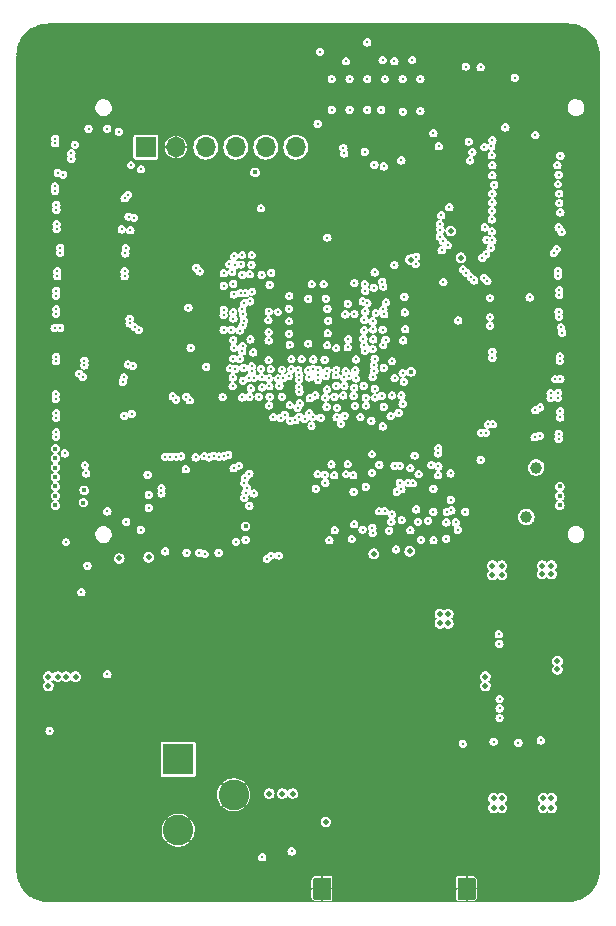
<source format=gbr>
%TF.GenerationSoftware,KiCad,Pcbnew,(6.0.0)*%
%TF.CreationDate,2022-03-28T06:28:01-07:00*%
%TF.ProjectId,ecp5u85-bse-usb,65637035-7538-4352-9d62-73652d757362,A*%
%TF.SameCoordinates,Original*%
%TF.FileFunction,Copper,L4,Inr*%
%TF.FilePolarity,Positive*%
%FSLAX46Y46*%
G04 Gerber Fmt 4.6, Leading zero omitted, Abs format (unit mm)*
G04 Created by KiCad (PCBNEW (6.0.0)) date 2022-03-28 06:28:01*
%MOMM*%
%LPD*%
G01*
G04 APERTURE LIST*
G04 Aperture macros list*
%AMFreePoly0*
4,1,15,-0.770000,0.650000,-0.761954,0.719015,-0.717534,0.819490,-0.639922,0.897238,-0.539524,0.941833,-0.470000,0.950000,0.770000,0.950000,0.770000,-0.950000,-0.470000,-0.950000,-0.539015,-0.941954,-0.639490,-0.897534,-0.717238,-0.819922,-0.761833,-0.719524,-0.770000,-0.650000,-0.770000,0.650000,-0.770000,0.650000,$1*%
%AMFreePoly1*
4,1,15,-0.770000,0.950000,0.470000,0.950000,0.539015,0.941954,0.639490,0.897534,0.717238,0.819922,0.761833,0.719524,0.770000,0.650000,0.770000,-0.650000,0.761954,-0.719015,0.717534,-0.819490,0.639922,-0.897238,0.539524,-0.941833,0.470000,-0.950000,-0.770000,-0.950000,-0.770000,0.950000,-0.770000,0.950000,$1*%
G04 Aperture macros list end*
%TA.AperFunction,ComponentPad*%
%ADD10FreePoly0,0.000000*%
%TD*%
%TA.AperFunction,ComponentPad*%
%ADD11FreePoly1,0.000000*%
%TD*%
%TA.AperFunction,ComponentPad*%
%ADD12R,1.700000X1.700000*%
%TD*%
%TA.AperFunction,ComponentPad*%
%ADD13O,1.700000X1.700000*%
%TD*%
%TA.AperFunction,ComponentPad*%
%ADD14R,2.600000X2.600000*%
%TD*%
%TA.AperFunction,ComponentPad*%
%ADD15C,2.600000*%
%TD*%
%TA.AperFunction,ViaPad*%
%ADD16C,0.300000*%
%TD*%
%TA.AperFunction,ViaPad*%
%ADD17C,5.000000*%
%TD*%
%TA.AperFunction,ViaPad*%
%ADD18C,0.400000*%
%TD*%
%TA.AperFunction,ViaPad*%
%ADD19C,0.500000*%
%TD*%
%TA.AperFunction,ViaPad*%
%ADD20C,1.000000*%
%TD*%
G04 APERTURE END LIST*
D10*
%TO.N,GND*%
%TO.C,J4*%
X207140341Y-125233000D03*
D11*
X219415341Y-125233000D03*
%TD*%
D12*
%TO.N,+3V3*%
%TO.C,J3*%
X192242841Y-62458000D03*
D13*
%TO.N,GND*%
X194782841Y-62458000D03*
%TO.N,Net-(J3-Pad3)*%
X197322841Y-62458000D03*
%TO.N,Net-(J3-Pad4)*%
X199862841Y-62458000D03*
%TO.N,Net-(J3-Pad5)*%
X202402841Y-62458000D03*
%TO.N,Net-(J3-Pad6)*%
X204942841Y-62458000D03*
%TD*%
D14*
%TO.N,Net-(D11-Pad2)*%
%TO.C,J5*%
X194992841Y-114283000D03*
D15*
%TO.N,GND*%
X194992841Y-120283000D03*
X199692841Y-117283000D03*
%TD*%
D16*
%TO.N,GND*%
X219670000Y-67545000D03*
X198420742Y-90906795D03*
X221449189Y-93923515D03*
X215812841Y-60643000D03*
X213172841Y-74883000D03*
X197342841Y-73043000D03*
X201192841Y-101833000D03*
X216992841Y-84133000D03*
X215009166Y-95766675D03*
X187842841Y-121533000D03*
X206888587Y-117528746D03*
X223731650Y-108483000D03*
D17*
X183992841Y-54683000D03*
D16*
X215300020Y-98928570D03*
X191185804Y-93380073D03*
X195652841Y-81033000D03*
X202242841Y-93833000D03*
X201652841Y-97763000D03*
X190652841Y-93203000D03*
X210842841Y-111283000D03*
X188125000Y-115250000D03*
X204392841Y-70783000D03*
X215379841Y-89433000D03*
X223731651Y-107683000D03*
X200742841Y-103333000D03*
X224542841Y-57533000D03*
X202002341Y-69981828D03*
X224542841Y-63693000D03*
X187212841Y-90983000D03*
X194978196Y-99233000D03*
X188642841Y-125283000D03*
X203592841Y-110783000D03*
X203792841Y-108333000D03*
X190522841Y-72373000D03*
X225292841Y-76633000D03*
X203742841Y-79623000D03*
X211092841Y-115783000D03*
X219072841Y-97143500D03*
X186182841Y-81843000D03*
X182242841Y-109683000D03*
X199892841Y-104383000D03*
X192588921Y-89609500D03*
X208373099Y-69950398D03*
X220942841Y-95433000D03*
X201592841Y-110633000D03*
X193985341Y-70443500D03*
X206092841Y-106833000D03*
D17*
X227992841Y-54683000D03*
D16*
X203742841Y-61183000D03*
X197142841Y-97933000D03*
X222931651Y-108483000D03*
X198742841Y-107783000D03*
X196250000Y-102616021D03*
X217283341Y-71883000D03*
X185742841Y-70383000D03*
X218592841Y-119283000D03*
X195872841Y-53713000D03*
X216527888Y-115622161D03*
X211142841Y-121483000D03*
X205792841Y-108483000D03*
X202992841Y-110183000D03*
X214792841Y-115583000D03*
X191762841Y-97563000D03*
X204579320Y-79587384D03*
X196942841Y-103933000D03*
X206692841Y-107433000D03*
X210452841Y-103713000D03*
X190692841Y-57383000D03*
X203742841Y-112783000D03*
X215092841Y-119483000D03*
X191342841Y-125683000D03*
X205158342Y-70108000D03*
X209942841Y-123733000D03*
X200392841Y-109433000D03*
X205092841Y-105783000D03*
X201112841Y-121033000D03*
X205792841Y-112933000D03*
X220472841Y-52733000D03*
X212492841Y-112733000D03*
X198092841Y-105083000D03*
X206827341Y-71524830D03*
X182742841Y-101833000D03*
X208477342Y-75694560D03*
X209241483Y-77599852D03*
X224531651Y-105283000D03*
X198712841Y-61193000D03*
X201022841Y-98473000D03*
X209792841Y-112383000D03*
X215600000Y-103575000D03*
X213992841Y-61783000D03*
X195412841Y-125253000D03*
X187792841Y-103383000D03*
X197242841Y-100767924D03*
X205842841Y-114933000D03*
X205078832Y-71545179D03*
X220642841Y-77783000D03*
X201392841Y-108483000D03*
X207835069Y-74772792D03*
X184350630Y-95177182D03*
X206027342Y-72203738D03*
X202792841Y-103483000D03*
X211992841Y-119233000D03*
X204542841Y-107233000D03*
X199642841Y-100233000D03*
X185252841Y-81623000D03*
X208242841Y-107033000D03*
X222931651Y-109283001D03*
X199892841Y-108933000D03*
X217125479Y-53890188D03*
X182042841Y-120333000D03*
X189292841Y-52683000D03*
X210147341Y-79563389D03*
X202682841Y-66633000D03*
X206792842Y-62182999D03*
X227312841Y-87963000D03*
X225349349Y-110076792D03*
X206012841Y-53623000D03*
X209542841Y-118333000D03*
X210142841Y-119633000D03*
X217972841Y-99543000D03*
X206027342Y-72986352D03*
X203442841Y-104133000D03*
X208942841Y-117833000D03*
X212442841Y-122483000D03*
X210342841Y-117583000D03*
X210842841Y-118083000D03*
X224872841Y-78003000D03*
X185202841Y-74043000D03*
X199642841Y-98433000D03*
X202861842Y-72383000D03*
X183692841Y-94033000D03*
X195242841Y-92783000D03*
X196092841Y-107733000D03*
X209192841Y-113933000D03*
X223731650Y-106082999D03*
X225331651Y-107683000D03*
X191322841Y-84503000D03*
X189200000Y-102575000D03*
X200142841Y-100783000D03*
X196250000Y-101908914D03*
X228779570Y-96359687D03*
X186062841Y-83033000D03*
X201442115Y-92763110D03*
X208492841Y-101193000D03*
X224531651Y-111683000D03*
X206602841Y-57353000D03*
X191422841Y-98483000D03*
X219192841Y-122483000D03*
X211612841Y-72398500D03*
X204042841Y-106633000D03*
X191382841Y-114533000D03*
X214712841Y-77803000D03*
X230452841Y-93463000D03*
X203592841Y-84383000D03*
X206878342Y-76129807D03*
X205512841Y-65453000D03*
X215992841Y-118483000D03*
X223822841Y-125583000D03*
X206027342Y-71427223D03*
X207342841Y-89220000D03*
X224142841Y-98183000D03*
X207292841Y-108033000D03*
X215392841Y-116183000D03*
X187332841Y-71473000D03*
X203892841Y-97683000D03*
X210442841Y-89233000D03*
X201856852Y-75557103D03*
X200992841Y-105483000D03*
X201292841Y-61193000D03*
X224531651Y-106883000D03*
X198592841Y-105583000D03*
X206842841Y-113983000D03*
X225327701Y-104475593D03*
X198852841Y-78783000D03*
X198942841Y-125483000D03*
X190792841Y-92083000D03*
X200642841Y-101283000D03*
X212992841Y-120183000D03*
X209792841Y-117033000D03*
X198242841Y-107283000D03*
X224531651Y-109283000D03*
X205292841Y-114383000D03*
X209190838Y-80373500D03*
X214662841Y-112873000D03*
X210241670Y-69131827D03*
X223731651Y-110883000D03*
X226392841Y-78083000D03*
X201792841Y-102433000D03*
X202002341Y-69193000D03*
X205192841Y-98983000D03*
X209978341Y-74733000D03*
X200192841Y-102783000D03*
X212342841Y-121383000D03*
X214692841Y-76563000D03*
X215992841Y-114633000D03*
X182210591Y-97976567D03*
X215892841Y-123783000D03*
X222931651Y-103683001D03*
X207382841Y-79613000D03*
X216572841Y-58023000D03*
X204692841Y-111883000D03*
X193042841Y-88513000D03*
X201923694Y-52325804D03*
X207442841Y-114583000D03*
X197292841Y-101733000D03*
X217292841Y-120683000D03*
X210842841Y-124283000D03*
X205362841Y-95473000D03*
X190700000Y-102675000D03*
X208432841Y-80453000D03*
X199092841Y-106133000D03*
X189632841Y-58413000D03*
X226842841Y-85483000D03*
X197692841Y-106783000D03*
X217892841Y-118583000D03*
X206823674Y-72466179D03*
X206808341Y-78262613D03*
X211792841Y-120783000D03*
X214792841Y-117283000D03*
X218842841Y-123783000D03*
X191622841Y-63793000D03*
X223731650Y-104483000D03*
X222342841Y-94983000D03*
X199042841Y-101683000D03*
X209192841Y-109633000D03*
X219000000Y-63933000D03*
X196872841Y-78783000D03*
X194942841Y-101531097D03*
X184587942Y-79083000D03*
X206592841Y-116583000D03*
X197492841Y-104483000D03*
X218433557Y-113882203D03*
X226131651Y-109283000D03*
X196442841Y-103433000D03*
X214192841Y-114983000D03*
X190232343Y-89558000D03*
X226131651Y-108483000D03*
X199592841Y-70783000D03*
X223731650Y-102883000D03*
X210892841Y-71592500D03*
X204492841Y-105183000D03*
X203469600Y-74058586D03*
X204532841Y-65173000D03*
X194062841Y-98653000D03*
X198342841Y-102783000D03*
X208592841Y-118383000D03*
X208492841Y-52283000D03*
X184492841Y-69883000D03*
X211889841Y-112121469D03*
X199692841Y-102283000D03*
X186162841Y-60543000D03*
X206027342Y-70767870D03*
X210192841Y-116533000D03*
X208092841Y-112833000D03*
X182531628Y-105728883D03*
X199742841Y-106833000D03*
X200302841Y-78813000D03*
X225331651Y-106083000D03*
X224052841Y-96093000D03*
X209192841Y-111783000D03*
X201892841Y-104433000D03*
X205158830Y-77174619D03*
X210064870Y-115209478D03*
X207722841Y-63583000D03*
X196250000Y-100282569D03*
X223731651Y-103683000D03*
X212142841Y-124233000D03*
X209522841Y-101453000D03*
X196639480Y-92772834D03*
X200792841Y-107883000D03*
X198442841Y-98283000D03*
X194942841Y-100682569D03*
X197372841Y-110223000D03*
X208042841Y-120383000D03*
X224531651Y-110883000D03*
X196742841Y-99083000D03*
X212242841Y-94472500D03*
X194942841Y-103016021D03*
X207342841Y-121083000D03*
X225200000Y-80475000D03*
X203793507Y-63606372D03*
X205192841Y-78243000D03*
X215392841Y-121983000D03*
X199422841Y-83593000D03*
X211429841Y-87333000D03*
X187218205Y-86394590D03*
X202292841Y-101233000D03*
X196250000Y-101131097D03*
X185782841Y-78593000D03*
X190622841Y-62753000D03*
X205942841Y-58933000D03*
X202861842Y-71583000D03*
X191332841Y-74643000D03*
X216992841Y-123733000D03*
X225331651Y-110883000D03*
X187292841Y-103383000D03*
X225331651Y-108483000D03*
X196192841Y-67333000D03*
X207578831Y-72341998D03*
X211992841Y-116483000D03*
X190682841Y-65463000D03*
X213642841Y-121583000D03*
X195892841Y-77383000D03*
X205188341Y-76132846D03*
X192610579Y-60020165D03*
X185882841Y-88013000D03*
X198442841Y-100033000D03*
X189799487Y-94974010D03*
X225327701Y-105275593D03*
X221932841Y-122513000D03*
X198662841Y-65463000D03*
X194942841Y-99975462D03*
X198872841Y-68373000D03*
X207637696Y-70742042D03*
X212292841Y-114883000D03*
X199282841Y-66073000D03*
X212942841Y-90163000D03*
X201892841Y-108983000D03*
X196092841Y-105133000D03*
X204027645Y-99117114D03*
X184692841Y-86003000D03*
X208642841Y-111233000D03*
D17*
X183992841Y-123683000D03*
D16*
X187542841Y-99583000D03*
X216092841Y-116783000D03*
X196233453Y-52309500D03*
X194942841Y-102308914D03*
X213292841Y-113583000D03*
X217942841Y-100723000D03*
X197192841Y-106233000D03*
X216592841Y-114153000D03*
X213642841Y-122633000D03*
X225331651Y-106883000D03*
X207042841Y-111783000D03*
X204792841Y-109383000D03*
X207202841Y-99823000D03*
X202242841Y-94383000D03*
X208552841Y-97133000D03*
X213362841Y-78763000D03*
X208692841Y-113433000D03*
X217292841Y-72583000D03*
X208452342Y-77781841D03*
X197302841Y-98443000D03*
X207578831Y-71549525D03*
X208992841Y-123733000D03*
X206012841Y-77183000D03*
X225331651Y-109283000D03*
X206797341Y-77182634D03*
X192300000Y-102775000D03*
X207942841Y-115083000D03*
X223731651Y-105283000D03*
X205242841Y-112383000D03*
X209242843Y-72302321D03*
X207542841Y-112283000D03*
X210242841Y-110683000D03*
X216592841Y-119083000D03*
X201656881Y-114034127D03*
X196322841Y-72053000D03*
X212900000Y-105775000D03*
X188052841Y-55033000D03*
X195492841Y-104633000D03*
X200132841Y-68983000D03*
X199762841Y-67373000D03*
X198748603Y-71669499D03*
X223731651Y-106883000D03*
X214092841Y-116683000D03*
X203042841Y-105583000D03*
X200631470Y-80374194D03*
X193892841Y-92783000D03*
X197532841Y-71563000D03*
X222131652Y-106082999D03*
X219590000Y-70865000D03*
X205392841Y-110733000D03*
X222931651Y-106083000D03*
X215492841Y-120983000D03*
X224531651Y-104483000D03*
X215692841Y-120083000D03*
X203542841Y-106083000D03*
X196649768Y-59895882D03*
X205592841Y-106283000D03*
X203192841Y-107733000D03*
X218072841Y-53443000D03*
X190622841Y-88063000D03*
X207892841Y-118483000D03*
X190532841Y-76713000D03*
X205145432Y-73153115D03*
X213492841Y-116083000D03*
X229342841Y-60583000D03*
X185802841Y-102413000D03*
X198537341Y-97365000D03*
X208592841Y-114583000D03*
X215895879Y-88481815D03*
X213542841Y-123383000D03*
X202142841Y-106683000D03*
X205158342Y-70783000D03*
X218242841Y-88433000D03*
X185992841Y-83643000D03*
X213142841Y-124033000D03*
X215800000Y-105575000D03*
X206492841Y-111233000D03*
X210492841Y-115783000D03*
X212170841Y-90183000D03*
X202442841Y-104983000D03*
X200602841Y-77983000D03*
X224132841Y-122123000D03*
X200492841Y-104983000D03*
X214802841Y-75253000D03*
X224752841Y-117223000D03*
X185807457Y-99458476D03*
X213142841Y-76477978D03*
X206022841Y-64643000D03*
X203492841Y-73083000D03*
X222931651Y-107683001D03*
X213855841Y-95033033D03*
X230242841Y-87993000D03*
X213542841Y-120783000D03*
X210872841Y-82083000D03*
X217742841Y-123733000D03*
X209142842Y-69982999D03*
X214992841Y-97143500D03*
X205462841Y-104273000D03*
X221232841Y-91023000D03*
X186237782Y-97335260D03*
X194992841Y-97683000D03*
X198642841Y-70783000D03*
X223731651Y-111683000D03*
X206022841Y-78043000D03*
X221300000Y-79375000D03*
X200242841Y-107333000D03*
X182542841Y-113583000D03*
X185692841Y-72233000D03*
X227372841Y-60813000D03*
X222131651Y-105283000D03*
X223731650Y-110083000D03*
X188682841Y-118173000D03*
X210192841Y-58583000D03*
X217292841Y-121483000D03*
X193592841Y-107183000D03*
X226131651Y-107683000D03*
X191856700Y-78375050D03*
X220542841Y-67203000D03*
X208642841Y-109083000D03*
X210692841Y-61983000D03*
X226942841Y-89733000D03*
X186952841Y-93553000D03*
X226242841Y-86933000D03*
X206007341Y-76323000D03*
X193477553Y-105586516D03*
X214212061Y-107445579D03*
X213692841Y-114183000D03*
X218342841Y-75193000D03*
X209792841Y-94983000D03*
X212892841Y-113183000D03*
X203542841Y-66603000D03*
X207565719Y-101062090D03*
X203942841Y-104633000D03*
X210042841Y-118833000D03*
X199292841Y-108333000D03*
X223731651Y-109283000D03*
X195242841Y-94183000D03*
X213892841Y-118283000D03*
X187344565Y-102230594D03*
X224531651Y-108483000D03*
X203542842Y-74882999D03*
X198842841Y-103333000D03*
X224192841Y-52733000D03*
X198492841Y-99083000D03*
X226762841Y-62243000D03*
X197842841Y-102283000D03*
X226144294Y-84276028D03*
X196250000Y-99595000D03*
X211342841Y-111783000D03*
X201392841Y-103933000D03*
X205723840Y-73932999D03*
X215392841Y-117883000D03*
X201262044Y-70854794D03*
X208462841Y-78773000D03*
X208392841Y-89333000D03*
X203822841Y-65803000D03*
X202642841Y-107183000D03*
X202658342Y-79663000D03*
X198465292Y-111356127D03*
X219100000Y-63293000D03*
X205232841Y-94603000D03*
X206992841Y-95783000D03*
X213192841Y-117683000D03*
X196192841Y-98833000D03*
X186842841Y-72633000D03*
X214492841Y-118883000D03*
X204792841Y-113883000D03*
X225327701Y-103675593D03*
X220958341Y-69693000D03*
X204492841Y-71583000D03*
X194362476Y-68855443D03*
X211632841Y-73953000D03*
X205192841Y-107783000D03*
X214086789Y-52456239D03*
X210292841Y-112883000D03*
X215392841Y-122983000D03*
X226092841Y-70883000D03*
X212492841Y-119733000D03*
X218292841Y-97083000D03*
X210692841Y-80383000D03*
X216952841Y-89073000D03*
X214542841Y-89233000D03*
X203562841Y-77993000D03*
X188292841Y-103383000D03*
X226452841Y-91923000D03*
X196692841Y-105733000D03*
X212592841Y-117083000D03*
X197242841Y-100060817D03*
X210892841Y-120333000D03*
X199780000Y-99175000D03*
X207792841Y-108533000D03*
X220859996Y-87930324D03*
X206442745Y-79619660D03*
X222931651Y-105283000D03*
X202292841Y-102933000D03*
X223392841Y-58633000D03*
X224531651Y-102883000D03*
X190282841Y-92763000D03*
X194992841Y-98583000D03*
X224531651Y-103683000D03*
X211392841Y-118633000D03*
X224431651Y-110083000D03*
X217912841Y-98622500D03*
X184552841Y-84373000D03*
X196642841Y-94183000D03*
X224531651Y-106083000D03*
X209692841Y-110133000D03*
X204292841Y-108833000D03*
X182842841Y-59133000D03*
X203592841Y-71583000D03*
X222931651Y-106883000D03*
X217292841Y-117983000D03*
X222931651Y-110083000D03*
X187132841Y-77403000D03*
X199342841Y-103833000D03*
X209492841Y-114683000D03*
D17*
X227992841Y-123683000D03*
D16*
X226192841Y-88483000D03*
X208428832Y-72266062D03*
X202392841Y-109533000D03*
X195092841Y-103983000D03*
X186692841Y-87353000D03*
X204192841Y-111383000D03*
X226665646Y-59304095D03*
X217092841Y-119783000D03*
X204242841Y-113333000D03*
X221246654Y-92496565D03*
X185148224Y-87557298D03*
X212892841Y-115483000D03*
X198492841Y-101083000D03*
X186262841Y-75393000D03*
X202642841Y-111683000D03*
X201492841Y-106033000D03*
X220100000Y-63875000D03*
X184642841Y-82583000D03*
X229192841Y-120283000D03*
X203912841Y-65083000D03*
X203242841Y-112283000D03*
X226422841Y-90673000D03*
X202877341Y-70783000D03*
X206942841Y-116033000D03*
X217244013Y-91332358D03*
X208142841Y-110733000D03*
X222926911Y-104479278D03*
X190942841Y-95033000D03*
X225200000Y-84075000D03*
X182732841Y-116503000D03*
X222931651Y-110883000D03*
X199613859Y-97291606D03*
X208542341Y-95861173D03*
X189500000Y-98575000D03*
X193892841Y-94183000D03*
X187472841Y-84553000D03*
X200384534Y-70783000D03*
X218892841Y-121283000D03*
X209796263Y-69981922D03*
X192242841Y-104233000D03*
X218100000Y-63875000D03*
X205547841Y-79640344D03*
X204492841Y-73148500D03*
X208383932Y-70655179D03*
X206442841Y-115533000D03*
X200892841Y-109983000D03*
X193212841Y-97543000D03*
X216692841Y-117383000D03*
X202092841Y-111133000D03*
X220772841Y-76563000D03*
X224531651Y-107683000D03*
X218792841Y-120183000D03*
X204394013Y-70084172D03*
X209072841Y-84293000D03*
X186062841Y-57553000D03*
X223452841Y-94413000D03*
X206292841Y-113433000D03*
X207592841Y-110183000D03*
%TO.N,DDR_VREF*%
X213642913Y-84934323D03*
X209892841Y-94383000D03*
X212019841Y-89356406D03*
D18*
%TO.N,+3V3*%
X227292841Y-91183000D03*
D16*
X205440903Y-80395404D03*
X209042841Y-62983000D03*
D19*
X226592841Y-98583000D03*
D16*
X214012841Y-59473000D03*
X215492841Y-59393000D03*
X220947336Y-69258253D03*
X207292841Y-74047500D03*
D18*
X184592841Y-88783000D03*
D19*
X225792841Y-97883000D03*
D16*
X198742841Y-83608500D03*
D18*
X184592841Y-89583000D03*
D19*
X189992841Y-97283000D03*
D16*
X204579320Y-80401504D03*
X200692841Y-91707500D03*
X223492841Y-56583000D03*
D18*
X227292841Y-92783000D03*
D16*
X206292841Y-74047500D03*
X195622841Y-89733498D03*
D19*
X226592841Y-97883000D03*
D16*
X207619013Y-70109172D03*
X185392841Y-88383000D03*
X215132841Y-71742500D03*
X185492841Y-95883000D03*
X198822841Y-88643000D03*
D19*
X225792841Y-98583000D03*
D18*
X184592841Y-87983000D03*
D16*
X222692841Y-60783000D03*
D18*
X227292841Y-91983000D03*
D16*
X211592841Y-63933000D03*
%TO.N,/FTDI/1.0V*%
X196462841Y-88723000D03*
X200597063Y-92155722D03*
D18*
X200693341Y-94563662D03*
D16*
X198412841Y-96803000D03*
X197242841Y-96903000D03*
X192392841Y-90183000D03*
D19*
%TO.N,/FTDI/Vcore*%
X192492841Y-97183000D03*
D16*
X196762841Y-96803000D03*
X200692841Y-95683000D03*
X195692841Y-96783000D03*
X193892841Y-96683000D03*
D19*
%TO.N,+5V*%
X227092841Y-106683000D03*
X220992841Y-107283000D03*
D18*
X184592841Y-91983000D03*
X184592841Y-91183000D03*
D19*
X183992841Y-108083000D03*
X186292841Y-107283000D03*
X202692841Y-117183000D03*
X185492841Y-107283000D03*
D16*
X223792841Y-112883000D03*
D19*
X227092841Y-105983000D03*
X184792841Y-107283000D03*
X203792841Y-117183000D03*
D16*
X204592841Y-122083000D03*
D19*
X183992841Y-107283000D03*
X220992841Y-108083000D03*
D18*
X184592841Y-92783000D03*
D19*
X204692841Y-117183000D03*
D16*
%TO.N,+1V1*%
X204372841Y-77183000D03*
X206002841Y-79083000D03*
D19*
X221692841Y-117583000D03*
D16*
X204378341Y-75057868D03*
X206002841Y-75283000D03*
X204432841Y-79193000D03*
X207683538Y-77147419D03*
D19*
X221692841Y-118383000D03*
D16*
X207612841Y-76123000D03*
X204372841Y-78243000D03*
X207652962Y-78206221D03*
D19*
X222392841Y-118383000D03*
X222392841Y-117583000D03*
D16*
X204362841Y-76123000D03*
X207492841Y-75283000D03*
X221692841Y-112783000D03*
D20*
X224452841Y-93753000D03*
D16*
X207592841Y-79223000D03*
%TO.N,RAM_VDD*%
X209385270Y-78712178D03*
X219092841Y-112983000D03*
D19*
X217142841Y-102783000D03*
D16*
X207382841Y-80443000D03*
D20*
X225292841Y-89583000D03*
D19*
X217842841Y-102783000D03*
D16*
X206427341Y-80433000D03*
D18*
X187022841Y-91503000D03*
D16*
X209353604Y-79389054D03*
X208358341Y-79467504D03*
D19*
X218922841Y-71823000D03*
X217142841Y-101983000D03*
D18*
X186958721Y-92545915D03*
X214712841Y-81483000D03*
D19*
X225892841Y-118383000D03*
X225892841Y-117583000D03*
X217842841Y-101983000D03*
X226592841Y-118383000D03*
D16*
X225692841Y-112683000D03*
D19*
X218062841Y-69563000D03*
X226592841Y-117583000D03*
%TO.N,+2V5*%
X222392841Y-97883000D03*
D16*
X210044014Y-80434173D03*
X209492841Y-59283000D03*
D19*
X222392841Y-98683000D03*
D18*
X201492841Y-64583000D03*
D16*
X202647342Y-80483000D03*
X207992841Y-59283000D03*
D18*
X184592841Y-90383000D03*
D16*
X197362841Y-81053000D03*
X202647342Y-78815157D03*
D19*
X221592841Y-97883000D03*
D16*
X209908342Y-73957243D03*
X210992841Y-59283000D03*
D19*
X214662841Y-71973000D03*
D16*
X212172841Y-59283000D03*
D19*
X221592841Y-98683000D03*
D16*
X195849423Y-76036418D03*
X202642841Y-78113000D03*
X202721729Y-74116457D03*
%TO.N,/Power/VCCIO3*%
X203432841Y-76413000D03*
X202658342Y-76373000D03*
X202628237Y-77101601D03*
%TO.N,/Power/VCCIO6*%
X209908342Y-76581394D03*
X209351254Y-75700816D03*
X209148785Y-76624711D03*
%TO.N,Net-(D1-Pad2)*%
X202092841Y-122583000D03*
%TO.N,/DONE*%
X212392841Y-64083000D03*
X213292841Y-55183000D03*
%TO.N,Net-(D2-Pad2)*%
X213992841Y-56683000D03*
%TO.N,/~{INIT}*%
X213882841Y-63583000D03*
X214792841Y-55083000D03*
%TO.N,Net-(D3-Pad2)*%
X215492841Y-56683000D03*
%TO.N,/FPGA/LED3*%
X212292841Y-55083000D03*
X189962841Y-61138498D03*
%TO.N,Net-(D4-Pad2)*%
X212492841Y-56683000D03*
%TO.N,/FPGA/LED2*%
X199650425Y-78782999D03*
X196043080Y-79452499D03*
X210992841Y-53583000D03*
%TO.N,Net-(D5-Pad2)*%
X210992841Y-56683000D03*
%TO.N,/FPGA/LED1*%
X188972841Y-60883000D03*
X209192841Y-55183000D03*
%TO.N,Net-(D6-Pad2)*%
X209492841Y-56683000D03*
%TO.N,/FPGA/LED0*%
X206992841Y-54383000D03*
X187392841Y-60883000D03*
%TO.N,Net-(D7-Pad2)*%
X207992841Y-56683000D03*
%TO.N,/FPGA/~{FPGA_RESET}*%
X210782841Y-62853000D03*
X219900000Y-62875000D03*
X225232841Y-61433000D03*
%TO.N,/FPGA/GPIO1*%
X206792841Y-60483000D03*
X186242841Y-62253000D03*
%TO.N,/FPGA/~{FPGA_RESETrq}*%
X221592841Y-61883000D03*
X219700000Y-63575000D03*
%TO.N,/FPGA/D2I0+*%
X201228353Y-81450165D03*
X195964263Y-83884422D03*
X184648409Y-86983000D03*
%TO.N,/FPGA/D3I0+*%
X198832498Y-76661123D03*
X187052841Y-80933000D03*
X190732841Y-80846000D03*
%TO.N,/FPGA/D2I0-*%
X195681419Y-83601578D03*
X184648409Y-86583000D03*
X201228342Y-81023408D03*
%TO.N,/FPGA/D3I0-*%
X198843947Y-76233499D03*
X187052841Y-80533000D03*
X191142841Y-80973000D03*
%TO.N,/FPGA/D2I1+*%
X194809263Y-83849422D03*
X184654689Y-85383000D03*
X199832841Y-81203000D03*
%TO.N,/FPGA/D3I1+*%
X199656990Y-76966206D03*
%TO.N,/FPGA/D2I1-*%
X184654689Y-84983000D03*
X199382841Y-81183000D03*
X194526419Y-83566578D03*
%TO.N,/FPGA/D3I1-*%
X199652842Y-76445010D03*
%TO.N,/FPGA/D2IO0+*%
X199599385Y-82682255D03*
X184992841Y-71383000D03*
%TO.N,/FPGA/D3I2+*%
X199692841Y-74933000D03*
%TO.N,/FPGA/D2IO0-*%
X184992841Y-70983000D03*
X200470506Y-82231855D03*
%TO.N,/FPGA/D3I2-*%
X200262841Y-74803000D03*
%TO.N,/FPGA/D2IO1+*%
X199610308Y-81941474D03*
X184692841Y-69383000D03*
%TO.N,/FPGA/D3I3+*%
X201052841Y-73223000D03*
X190872842Y-77382999D03*
X184648409Y-76583000D03*
%TO.N,/FPGA/D2IO1-*%
X184692841Y-68983000D03*
X200535000Y-81144321D03*
%TO.N,/FPGA/D3I3-*%
X184648409Y-76183000D03*
X190872842Y-76982999D03*
X200411229Y-73262499D03*
%TO.N,/FPGA/D2IO2+*%
X200185108Y-80387784D03*
X184676711Y-67747160D03*
%TO.N,/FPGA/D3I4+*%
X184994264Y-77731577D03*
X191292841Y-77683000D03*
X198842841Y-74183000D03*
%TO.N,/FPGA/D2IO2-*%
X184676048Y-67345772D03*
X199642841Y-80353000D03*
%TO.N,/FPGA/D3I4-*%
X199642049Y-74034426D03*
X184523284Y-77763443D03*
X191642841Y-77933000D03*
%TO.N,/FPGA/D2I2+*%
X201339762Y-79842413D03*
%TO.N,/FPGA/D3I5+*%
X196794264Y-72974421D03*
%TO.N,/FPGA/D2I2-*%
X200402841Y-79753000D03*
%TO.N,/FPGA/D3I5-*%
X196508274Y-72663921D03*
%TO.N,/FPGA/D2I3+*%
X190423510Y-85193787D03*
X191042841Y-85033000D03*
X200192841Y-77983000D03*
%TO.N,/FPGA/D3I6+*%
X199324977Y-72363500D03*
%TO.N,/FPGA/D2I3-*%
X201108341Y-78732500D03*
%TO.N,/FPGA/D3I6-*%
X199812841Y-72403000D03*
%TO.N,/FPGA/D2IO3+*%
X199711306Y-79442500D03*
X190523284Y-71452557D03*
%TO.N,/FPGA/D3I7+*%
X201222841Y-71593000D03*
X191842841Y-64333000D03*
%TO.N,/FPGA/D2IO3-*%
X200432841Y-79303000D03*
X190542841Y-71033000D03*
%TO.N,/FPGA/D3I7-*%
X200312841Y-72393000D03*
X190993887Y-63976724D03*
%TO.N,/FPGA/D2IO4+*%
X184618112Y-83783000D03*
%TO.N,/FPGA/D3IO3+*%
X200682841Y-74823000D03*
X190451419Y-66774422D03*
%TO.N,/FPGA/D2IO4-*%
X184618112Y-83383000D03*
%TO.N,/FPGA/D3IO3-*%
X201242841Y-74683000D03*
X190734263Y-66491578D03*
%TO.N,/FPGA/D2IO5+*%
X200549049Y-77148688D03*
X190204363Y-69415342D03*
%TO.N,/FPGA/D3IO4+*%
X184742841Y-73383000D03*
%TO.N,/FPGA/D2IO5-*%
X190942841Y-69493500D03*
X200432841Y-77553000D03*
%TO.N,/FPGA/D3IO4-*%
X184742841Y-72983000D03*
%TO.N,/FPGA/D2IO6+*%
X186901569Y-81907116D03*
%TO.N,/FPGA/D3IO5+*%
X190442841Y-73383000D03*
%TO.N,/FPGA/D2IO6-*%
X186618725Y-81624272D03*
%TO.N,/FPGA/D3IO5-*%
X190442841Y-72983000D03*
%TO.N,/FPGA/D2IO7+*%
X184648409Y-80585683D03*
%TO.N,/FPGA/D3IO6+*%
X198842841Y-73133000D03*
X184582049Y-62133000D03*
%TO.N,/FPGA/D2IO7-*%
X184648409Y-80185683D03*
%TO.N,/FPGA/D3IO6-*%
X184582049Y-61733000D03*
X199562527Y-73020989D03*
%TO.N,/FPGA/D2IO8+*%
X184549972Y-66183000D03*
X198835850Y-77922500D03*
%TO.N,/FPGA/D3IO7+*%
X199722841Y-71703000D03*
X185942841Y-63433000D03*
%TO.N,/FPGA/D2IO8-*%
X199482841Y-77900489D03*
X184549972Y-65783000D03*
%TO.N,/FPGA/D3IO7-*%
X200395634Y-71595306D03*
X185942841Y-62983000D03*
%TO.N,/FPGA/D3IO0+*%
X184648409Y-75033000D03*
%TO.N,/FPGA/D2I4+*%
X190292841Y-82333000D03*
%TO.N,/FPGA/D3IO0-*%
X184661375Y-74596157D03*
%TO.N,/FPGA/D2I4-*%
X190392841Y-81918499D03*
%TO.N,/FPGA/D3IO1-*%
X200452841Y-76593000D03*
X191242841Y-68443500D03*
%TO.N,/FPGA/D3IO1+*%
X200392841Y-76173000D03*
X190792841Y-68333000D03*
%TO.N,/FPGA/D3IO2+*%
X185242841Y-64783000D03*
X201074204Y-75520635D03*
%TO.N,/FPGA/D3IO2-*%
X184792841Y-64633000D03*
X200566731Y-75666003D03*
%TO.N,/FPGA/S00*%
X221442841Y-70983000D03*
%TO.N,/FPGA/D6IO0+*%
X227192841Y-87133000D03*
%TO.N,/FPGA/S01*%
X221542841Y-68583000D03*
%TO.N,/FPGA/D6IO0-*%
X227192841Y-86733000D03*
%TO.N,/FPGA/S02*%
X221542841Y-69583000D03*
%TO.N,/FPGA/D6IO1+*%
X227332841Y-85343000D03*
X211504209Y-78730582D03*
%TO.N,/FPGA/S03*%
X221042841Y-71533000D03*
%TO.N,/FPGA/D6IO1-*%
X210672841Y-78673000D03*
X227332841Y-84813000D03*
%TO.N,/FPGA/S04*%
X221592841Y-70333000D03*
%TO.N,/FPGA/D6IO2+*%
X227492841Y-78183000D03*
%TO.N,/FPGA/S05*%
X220742841Y-71833000D03*
%TO.N,/FPGA/D6IO2-*%
X227392841Y-77683000D03*
%TO.N,/FPGA/S06*%
X221092841Y-70283000D03*
%TO.N,/FPGA/D6IO3+*%
X227132841Y-83703000D03*
X211484460Y-77885505D03*
%TO.N,/FPGA/S10*%
X221742841Y-65633000D03*
X203549741Y-82642419D03*
%TO.N,/FPGA/D6IO3-*%
X210727342Y-77977205D03*
X227148284Y-83248443D03*
%TO.N,/FPGA/S11*%
X204345759Y-81847027D03*
X227242841Y-67183000D03*
%TO.N,/FPGA/D6IO4+*%
X211002841Y-75653000D03*
X227303793Y-80564458D03*
%TO.N,/FPGA/S12*%
X204577341Y-81252581D03*
X227342841Y-67983000D03*
%TO.N,/FPGA/D6IO4-*%
X210612841Y-75513000D03*
X227309634Y-80145772D03*
%TO.N,/FPGA/S13*%
X205090165Y-84520990D03*
X221392841Y-75223000D03*
X205997341Y-81342548D03*
%TO.N,/FPGA/D6IO5+*%
X227342841Y-82083000D03*
X212586732Y-75592500D03*
%TO.N,/FPGA/S14*%
X205211085Y-82138261D03*
X224742841Y-75183000D03*
X204016129Y-85127368D03*
%TO.N,/FPGA/D6IO5-*%
X212362841Y-76173000D03*
X226892841Y-82093500D03*
%TO.N,/FPGA/S15*%
X202722841Y-83583000D03*
X221492841Y-62383000D03*
X201398996Y-81977445D03*
%TO.N,/FPGA/D6IO6+*%
X227222841Y-76803000D03*
%TO.N,/FPGA/S16*%
X203772466Y-83590281D03*
X202822841Y-81243000D03*
X227192841Y-64783000D03*
%TO.N,/FPGA/D6IO6-*%
X227192841Y-76383000D03*
%TO.N,/FPGA/S17*%
X203861313Y-82031472D03*
X221592841Y-67133000D03*
%TO.N,/FPGA/D6IO7+*%
X227242841Y-74983000D03*
%TO.N,/FPGA/S18*%
X227242841Y-66383000D03*
X203772841Y-81283000D03*
%TO.N,/FPGA/D6IO7-*%
X227242841Y-74583000D03*
%TO.N,/FPGA/S19*%
X203050732Y-85316187D03*
X221592841Y-63983000D03*
X202002842Y-81232999D03*
%TO.N,/FPGA/D6I0+*%
X221592841Y-80283000D03*
%TO.N,/FPGA/S110*%
X227092841Y-63983000D03*
X202715321Y-82699490D03*
%TO.N,/FPGA/D6I0-*%
X221592841Y-79783000D03*
%TO.N,/FPGA/S111*%
X221592841Y-66383000D03*
X203437341Y-82023000D03*
%TO.N,/FPGA/D6I1+*%
X220642842Y-86633000D03*
X212543396Y-78751923D03*
X225582841Y-86893000D03*
%TO.N,/FPGA/D6I1-*%
X225162841Y-87013000D03*
X212299616Y-77900010D03*
X221042842Y-86633000D03*
%TO.N,/FPGA/D6I3+*%
X211450777Y-77216000D03*
%TO.N,/FPGA/D6I2+*%
X221222841Y-85923000D03*
X225627032Y-84492500D03*
X214042841Y-78823000D03*
%TO.N,/FPGA/D6I3-*%
X210742841Y-77083000D03*
%TO.N,/FPGA/D6I2-*%
X221622841Y-85923000D03*
X214203271Y-77867500D03*
X225232841Y-84723000D03*
%TO.N,/FPGA/D6I4+*%
X227442842Y-69632999D03*
X210819578Y-74615028D03*
X219384264Y-73074421D03*
%TO.N,/FPGA/S80*%
X227142841Y-65583000D03*
%TO.N,/FPGA/D6I4-*%
X227192842Y-69232999D03*
X219101420Y-72791577D03*
X210777341Y-74054754D03*
%TO.N,/FPGA/S81*%
X221592841Y-64833000D03*
%TO.N,/FPGA/D6I5+*%
X226522470Y-83703000D03*
X211717841Y-76508000D03*
%TO.N,/FPGA/S82*%
X227342841Y-63183000D03*
%TO.N,/FPGA/D6I5-*%
X212424898Y-76600943D03*
X226522470Y-83303000D03*
%TO.N,/FPGA/S83*%
X220902841Y-62453000D03*
%TO.N,/FPGA/D6I6+*%
X214166988Y-76456500D03*
X221159264Y-73799421D03*
X227142842Y-73332999D03*
%TO.N,/FPGA/S84*%
X213292841Y-72433000D03*
X221392841Y-76833000D03*
%TO.N,/FPGA/D6I6-*%
X214132841Y-75117500D03*
X220876420Y-73516577D03*
X227142842Y-72932999D03*
%TO.N,/FPGA/S85*%
X221542841Y-63133000D03*
%TO.N,/FPGA/S60*%
X210836513Y-76366672D03*
X218692841Y-77133000D03*
%TO.N,/FPGA/S86*%
X217442841Y-73883000D03*
X221392841Y-77583000D03*
X212252841Y-73839500D03*
%TO.N,/FPGA/D6I7+*%
X226792764Y-71429605D03*
X212342841Y-74258000D03*
X219759997Y-73450156D03*
%TO.N,/FPGA/D6I7-*%
X227042842Y-71082999D03*
X220042841Y-73733000D03*
X211553469Y-74372284D03*
%TO.N,Net-(J3-Pad4)*%
X202052841Y-73273000D03*
%TO.N,Net-(J3-Pad5)*%
X201992841Y-67633000D03*
X202861842Y-73091070D03*
%TO.N,Net-(Q2-Pad4)*%
X184092841Y-111883000D03*
X188992841Y-107083000D03*
%TO.N,/FPGA/FCLK*%
X217042842Y-62382999D03*
X208972841Y-62523000D03*
%TO.N,Net-(R28-Pad2)*%
X199882067Y-95872500D03*
%TO.N,/FPGA/RAM_CK+*%
X212475649Y-93283000D03*
X211552841Y-80933000D03*
%TO.N,/FPGA/RAM_CK-*%
X211992841Y-93283000D03*
X211592841Y-81383000D03*
%TO.N,Net-(R31-Pad2)*%
X192492841Y-92983000D03*
X187192841Y-90083000D03*
%TO.N,/FPGA/GPIO0*%
X205273834Y-84142511D03*
X191818785Y-94863766D03*
X203492841Y-97033000D03*
%TO.N,/FPGA/FT_RST_{Req}*%
X200982841Y-81983000D03*
X202492841Y-97333000D03*
X201192841Y-72413000D03*
X186792841Y-100133000D03*
%TO.N,/FPGA/RAM_DQ8*%
X216592841Y-93333000D03*
X212973552Y-85222288D03*
%TO.N,/FPGA/RAM_DQ6*%
X211652841Y-83653000D03*
X213763721Y-89437756D03*
%TO.N,/FPGA/RAM_DQ0*%
X212205841Y-83515249D03*
X215342841Y-90133000D03*
%TO.N,/FPGA/RAM_DQ1*%
X215292841Y-94183000D03*
X211342841Y-85633000D03*
%TO.N,/FPGA/RAM_A0*%
X207067841Y-85370000D03*
X208962841Y-83473000D03*
%TO.N,/FPGA/RAM_A12*%
X206392841Y-85308000D03*
X209062841Y-82673000D03*
%TO.N,/FPGA/RAM_BA0*%
X208401128Y-85317364D03*
X209805841Y-90239591D03*
%TO.N,/FPGA/~{FT_RXF}*%
X206089166Y-84986675D03*
X193573339Y-91773000D03*
%TO.N,/FPGA/~{FT_TXE}*%
X193573339Y-91353000D03*
X205233838Y-85284650D03*
%TO.N,/FPGA/FT_DATA5*%
X199672841Y-89643000D03*
X200572841Y-90896093D03*
%TO.N,/FPGA/FT_DATA11*%
X202084770Y-82797371D03*
X197202841Y-88633000D03*
%TO.N,/FPGA/FT_DATA13*%
X194812841Y-88653000D03*
X200413714Y-83638613D03*
%TO.N,/FPGA/FT_DATA15*%
X202075842Y-81943513D03*
X193882841Y-88663000D03*
%TO.N,/FPGA/RAM_DQ9*%
X213092841Y-83483000D03*
X216992841Y-90233000D03*
%TO.N,/FPGA/RAM_DQ7*%
X210419469Y-85309628D03*
X213092841Y-93533000D03*
%TO.N,/FPGA/RAM_DQ5*%
X213036583Y-94155385D03*
X209956341Y-84349022D03*
%TO.N,/FPGA/RAM_DQ2*%
X212392841Y-84433000D03*
X214642841Y-89633000D03*
%TO.N,/FPGA/RAM_A1*%
X204892841Y-85583000D03*
X209420640Y-81828553D03*
%TO.N,/FPGA/RAM_A11*%
X204476469Y-85649514D03*
X208329717Y-81768500D03*
%TO.N,/FPGA/FT_DATA6*%
X200678341Y-90460650D03*
X200132841Y-89413000D03*
%TO.N,/FPGA/FT_DATA9*%
X205245643Y-81740256D03*
X197986610Y-88597637D03*
%TO.N,/FPGA/FT_DATA12*%
X201024108Y-83577499D03*
X195232841Y-88643000D03*
%TO.N,/FPGA/FT_DATA14*%
X201142399Y-82876956D03*
X194326893Y-88662439D03*
%TO.N,/FPGA/RAM_DQ11*%
X217012841Y-89493000D03*
X213892841Y-83483000D03*
%TO.N,/FPGA/RAM_DQ10*%
X217692841Y-94233000D03*
X213314166Y-82004325D03*
%TO.N,/FPGA/RAM_LDM*%
X216142841Y-94083000D03*
X212303234Y-86105170D03*
%TO.N,/FPGA/RAM_DQ4*%
X213742841Y-90883000D03*
X210874995Y-83665154D03*
%TO.N,/FPGA/RAM_DQ3*%
X214642852Y-94883000D03*
X210892841Y-84333000D03*
%TO.N,/FPGA/RAM_A6*%
X207477341Y-81846188D03*
X203672041Y-85373380D03*
%TO.N,/FPGA/RAM_A7*%
X207392841Y-90183000D03*
X209840876Y-83492293D03*
%TO.N,/FPGA/RAM_A10*%
X206272841Y-86053000D03*
X208218366Y-83576573D03*
%TO.N,/FPGA/FT_DATA10*%
X201815857Y-83573278D03*
X197610877Y-88733384D03*
%TO.N,/FPGA/RAM_DQ13*%
X217004841Y-87940698D03*
X213992841Y-81583000D03*
%TO.N,/FPGA/RAM_DQ12*%
X219292841Y-93333000D03*
X210747856Y-79246569D03*
%TO.N,/FPGA/RAM_LDQS-*%
X214442841Y-90883000D03*
X210682841Y-82673000D03*
%TO.N,/FPGA/RAM_A3*%
X209192841Y-90133000D03*
X209895678Y-82821383D03*
%TO.N,/FPGA/RAM_A5*%
X208766841Y-85883000D03*
X208199710Y-90239670D03*
%TO.N,/FPGA/RAM_A9*%
X207442841Y-90883000D03*
X209072841Y-85183000D03*
%TO.N,/FPGA/RAM_BA1*%
X208377341Y-82653000D03*
X205692841Y-85483000D03*
%TO.N,/FPGA/FT_CLK*%
X199222841Y-88513000D03*
X204442841Y-84296000D03*
%TO.N,/FPGA/FT_DATA3*%
X201389748Y-91773000D03*
X201012841Y-92832501D03*
%TO.N,/FPGA/FT_DATA8*%
X205202840Y-82764262D03*
X198402841Y-88653000D03*
%TO.N,/FPGA/RAM_DQ14*%
X212341767Y-79211252D03*
X218492841Y-94233000D03*
%TO.N,/FPGA/~{RAM_WE}*%
X211621407Y-80378500D03*
X210864166Y-91211675D03*
%TO.N,/FPGA/RAM_LDQS+*%
X211442841Y-81913000D03*
X214866775Y-90908776D03*
%TO.N,/FPGA/RAM_CKE*%
X210036355Y-82037785D03*
X211442841Y-95133000D03*
%TO.N,/FPGA/RAM_A4*%
X209162841Y-81443000D03*
X208242841Y-94883000D03*
%TO.N,/FPGA/RAM_A8*%
X202682841Y-84333000D03*
X206823055Y-82185060D03*
%TO.N,/FPGA/RAM_BA2*%
X209842841Y-91633000D03*
X208429841Y-84511511D03*
%TO.N,/FPGA/FT_DATA4*%
X200792841Y-91283000D03*
X201012841Y-90093000D03*
%TO.N,/FPGA/~{RAM_RAS}*%
X213892841Y-91420000D03*
X212392841Y-81133000D03*
%TO.N,/FPGA/~{RAM_CAS}*%
X213492841Y-91620000D03*
X213094777Y-80577500D03*
%TO.N,/FPGA/~{RAM_RESET}*%
X209989165Y-81361447D03*
X206792841Y-90133000D03*
%TO.N,/FPGA/~{RAM_CS}*%
X211626929Y-82903500D03*
X211392841Y-90023000D03*
%TO.N,/FPGA/RAM_UDQS-*%
X218117841Y-93208000D03*
X210792841Y-79683000D03*
%TO.N,/FPGA/RAM_DQ15*%
X214092841Y-82324825D03*
X218062841Y-92313000D03*
%TO.N,/FPGA/RAM_UDQS+*%
X217720076Y-93342744D03*
X211448767Y-79542566D03*
%TO.N,/FPGA/RAM_UDM*%
X213992841Y-84196000D03*
X216592841Y-91383000D03*
%TO.N,/FPGA/FMISO*%
X219592841Y-61983000D03*
X220592841Y-55683000D03*
%TO.N,/FPGA/FD2*%
X216592841Y-61283000D03*
X219342841Y-55633000D03*
%TO.N,Net-(R15-Pad1)*%
X215082841Y-72353000D03*
X211621083Y-73067500D03*
%TO.N,Net-(R34-Pad2)*%
X192492841Y-91883000D03*
X187092841Y-89383000D03*
%TO.N,Net-(R24-Pad2)*%
X210592841Y-94833000D03*
%TO.N,Net-(R49-Pad1)*%
X222182841Y-104513000D03*
%TO.N,Net-(C131-Pad1)*%
X222192841Y-109983000D03*
D19*
%TO.N,Net-(C50-Pad1)*%
X207492841Y-119583000D03*
D16*
%TO.N,Net-(C60-Pad1)*%
X190592841Y-94183000D03*
X187292841Y-97883000D03*
%TO.N,Net-(C129-Pad1)*%
X222122841Y-103693000D03*
%TO.N,Net-(C118-Pad2)*%
X222192841Y-110783000D03*
%TO.N,Net-(C128-Pad1)*%
X222192841Y-109183000D03*
%TO.N,/FPGA/S07*%
X221552841Y-67853000D03*
%TO.N,Net-(R1-Pad2)*%
X188992841Y-93298500D03*
X202678342Y-82024678D03*
X202842841Y-97033000D03*
%TO.N,/FPGA/S05L*%
X217292841Y-71183000D03*
X207552841Y-84423000D03*
X209042321Y-81956915D03*
%TO.N,/FPGA/S03L*%
X217816712Y-70756871D03*
X208358616Y-81321732D03*
X207455353Y-83655090D03*
%TO.N,/FPGA/S06L*%
X206122841Y-83713000D03*
X206781765Y-81787697D03*
X217142841Y-70033000D03*
%TO.N,/FPGA/S00L*%
X207592842Y-81377935D03*
X207590826Y-82964325D03*
X217442841Y-70433000D03*
%TO.N,/FPGA/S04L*%
X206602841Y-83483000D03*
X217192841Y-69433000D03*
X206831640Y-81315443D03*
%TO.N,/FPGA/S07L*%
X205256543Y-83160139D03*
X217948636Y-67548500D03*
X205152841Y-81323000D03*
%TO.N,/FPGA/S01L*%
X206087341Y-81951828D03*
X217252841Y-68223000D03*
%TO.N,/FPGA/S02L*%
X206402841Y-81223000D03*
X217142841Y-68983000D03*
%TO.N,/RAM/VDD*%
X213912841Y-94023000D03*
X209692841Y-95633000D03*
X209338167Y-89293740D03*
X207792841Y-95733000D03*
X211392841Y-88446000D03*
D19*
X211542841Y-96883000D03*
D16*
X212842841Y-94933000D03*
X211423187Y-94692862D03*
X207966605Y-89324381D03*
X218042841Y-90083000D03*
X216602841Y-95733000D03*
X206642841Y-91383000D03*
%TO.N,/RAM/VDDQ*%
X218662841Y-94853000D03*
X215542841Y-95693000D03*
X216992841Y-88383000D03*
X213305841Y-89433000D03*
X215142841Y-93133000D03*
X220592841Y-88933000D03*
D19*
X214592841Y-96683000D03*
D16*
X215009877Y-88565964D03*
X217672841Y-95623000D03*
X213432841Y-96513000D03*
X216405841Y-89365053D03*
%TD*%
%TA.AperFunction,Conductor*%
%TO.N,GND*%
G36*
X227970812Y-51983744D02*
G01*
X227988620Y-51986884D01*
X227988622Y-51986884D01*
X227992841Y-51987628D01*
X227997061Y-51986884D01*
X227997065Y-51986884D01*
X228007159Y-51985104D01*
X228018413Y-51984436D01*
X228131529Y-51990789D01*
X228292395Y-51999823D01*
X228297855Y-52000438D01*
X228444396Y-52025336D01*
X228590946Y-52050236D01*
X228596284Y-52051455D01*
X228881955Y-52133755D01*
X228887136Y-52135568D01*
X229161787Y-52249332D01*
X229166730Y-52251712D01*
X229426919Y-52395514D01*
X229431567Y-52398435D01*
X229674025Y-52570468D01*
X229678321Y-52573894D01*
X229899977Y-52771979D01*
X229903862Y-52775864D01*
X230101947Y-52997520D01*
X230105373Y-53001816D01*
X230277406Y-53244274D01*
X230280327Y-53248922D01*
X230424127Y-53509107D01*
X230426509Y-53514054D01*
X230540043Y-53788149D01*
X230540272Y-53788702D01*
X230542086Y-53793886D01*
X230624386Y-54079557D01*
X230625605Y-54084895D01*
X230640351Y-54171685D01*
X230675403Y-54377986D01*
X230676018Y-54383446D01*
X230691405Y-54657425D01*
X230690737Y-54668682D01*
X230688957Y-54678776D01*
X230688957Y-54678780D01*
X230688213Y-54683000D01*
X230688957Y-54687219D01*
X230688957Y-54687221D01*
X230692097Y-54705029D01*
X230692841Y-54713537D01*
X230692841Y-123652463D01*
X230692097Y-123660971D01*
X230688213Y-123683000D01*
X230688957Y-123687220D01*
X230688957Y-123687224D01*
X230690737Y-123697318D01*
X230691405Y-123708575D01*
X230676018Y-123982554D01*
X230675403Y-123988014D01*
X230650505Y-124134555D01*
X230625605Y-124281105D01*
X230624386Y-124286443D01*
X230547465Y-124553443D01*
X230542087Y-124572112D01*
X230540272Y-124577298D01*
X230426511Y-124851942D01*
X230424127Y-124856893D01*
X230280330Y-125117073D01*
X230277406Y-125121726D01*
X230105373Y-125364184D01*
X230101947Y-125368480D01*
X229903862Y-125590136D01*
X229899977Y-125594021D01*
X229678321Y-125792106D01*
X229674025Y-125795532D01*
X229431567Y-125967565D01*
X229426919Y-125970486D01*
X229166730Y-126114288D01*
X229161787Y-126116668D01*
X228897759Y-126226032D01*
X228887139Y-126230431D01*
X228881955Y-126232245D01*
X228596284Y-126314545D01*
X228590946Y-126315764D01*
X228444396Y-126340664D01*
X228297855Y-126365562D01*
X228292395Y-126366177D01*
X228131529Y-126375211D01*
X228018413Y-126381564D01*
X228007159Y-126380896D01*
X227997065Y-126379116D01*
X227997061Y-126379116D01*
X227992841Y-126378372D01*
X227988622Y-126379116D01*
X227988620Y-126379116D01*
X227970812Y-126382256D01*
X227962304Y-126383000D01*
X184023378Y-126383000D01*
X184014870Y-126382256D01*
X183997062Y-126379116D01*
X183997060Y-126379116D01*
X183992841Y-126378372D01*
X183988621Y-126379116D01*
X183988617Y-126379116D01*
X183978523Y-126380896D01*
X183967269Y-126381564D01*
X183854153Y-126375211D01*
X183693287Y-126366177D01*
X183687827Y-126365562D01*
X183541286Y-126340664D01*
X183394736Y-126315764D01*
X183389398Y-126314545D01*
X183103727Y-126232245D01*
X183098543Y-126230431D01*
X183087923Y-126226032D01*
X182823895Y-126116668D01*
X182818952Y-126114288D01*
X182558763Y-125970486D01*
X182554115Y-125967565D01*
X182476587Y-125912556D01*
X206270342Y-125912556D01*
X206270643Y-125916379D01*
X206284573Y-126004342D01*
X206286926Y-126011582D01*
X206340950Y-126117611D01*
X206345426Y-126123771D01*
X206429570Y-126207915D01*
X206435730Y-126212391D01*
X206541759Y-126266415D01*
X206548999Y-126268768D01*
X206636962Y-126282699D01*
X206640784Y-126283000D01*
X207055594Y-126283000D01*
X207062486Y-126280145D01*
X207065341Y-126273253D01*
X207215341Y-126273253D01*
X207218196Y-126280145D01*
X207225088Y-126283000D01*
X207917785Y-126282999D01*
X207922547Y-126282530D01*
X207944624Y-126278140D01*
X207953373Y-126274516D01*
X207978426Y-126257776D01*
X207985117Y-126251085D01*
X208001858Y-126226031D01*
X208005480Y-126217285D01*
X208009873Y-126195203D01*
X208010341Y-126190446D01*
X208010341Y-126190444D01*
X218545342Y-126190444D01*
X218545811Y-126195206D01*
X218550201Y-126217283D01*
X218553825Y-126226032D01*
X218570565Y-126251085D01*
X218577256Y-126257776D01*
X218602310Y-126274517D01*
X218611056Y-126278139D01*
X218633138Y-126282532D01*
X218637895Y-126283000D01*
X219330594Y-126282999D01*
X219337486Y-126280144D01*
X219340341Y-126273252D01*
X219490341Y-126273252D01*
X219493196Y-126280144D01*
X219500088Y-126282999D01*
X219914897Y-126282999D01*
X219918720Y-126282698D01*
X220006683Y-126268768D01*
X220013923Y-126266415D01*
X220119952Y-126212391D01*
X220126112Y-126207915D01*
X220210256Y-126123771D01*
X220214732Y-126117611D01*
X220268756Y-126011582D01*
X220271109Y-126004342D01*
X220285040Y-125916379D01*
X220285341Y-125912557D01*
X220285341Y-125317747D01*
X220282486Y-125310855D01*
X220275594Y-125308000D01*
X219500088Y-125308000D01*
X219493196Y-125310855D01*
X219490341Y-125317747D01*
X219490341Y-126273252D01*
X219340341Y-126273252D01*
X219340341Y-125317747D01*
X219337486Y-125310855D01*
X219330594Y-125308000D01*
X218555089Y-125308000D01*
X218548197Y-125310855D01*
X218545342Y-125317747D01*
X218545342Y-126190444D01*
X208010341Y-126190444D01*
X208010341Y-125317747D01*
X208007486Y-125310855D01*
X208000594Y-125308000D01*
X207225088Y-125308000D01*
X207218196Y-125310855D01*
X207215341Y-125317747D01*
X207215341Y-126273253D01*
X207065341Y-126273253D01*
X207065341Y-125317747D01*
X207062486Y-125310855D01*
X207055594Y-125308000D01*
X206280089Y-125308000D01*
X206273197Y-125310855D01*
X206270342Y-125317747D01*
X206270342Y-125912556D01*
X182476587Y-125912556D01*
X182311657Y-125795532D01*
X182307361Y-125792106D01*
X182085705Y-125594021D01*
X182081820Y-125590136D01*
X181883735Y-125368480D01*
X181880309Y-125364184D01*
X181727098Y-125148253D01*
X206270341Y-125148253D01*
X206273196Y-125155145D01*
X206280088Y-125158000D01*
X207055594Y-125158000D01*
X207062486Y-125155145D01*
X207065341Y-125148253D01*
X207215341Y-125148253D01*
X207218196Y-125155145D01*
X207225088Y-125158000D01*
X208000593Y-125158000D01*
X208007485Y-125155145D01*
X208010340Y-125148253D01*
X218545341Y-125148253D01*
X218548196Y-125155145D01*
X218555088Y-125158000D01*
X219330594Y-125158000D01*
X219337486Y-125155145D01*
X219340341Y-125148253D01*
X219490341Y-125148253D01*
X219493196Y-125155145D01*
X219500088Y-125158000D01*
X220275593Y-125158000D01*
X220282485Y-125155145D01*
X220285340Y-125148253D01*
X220285340Y-124553444D01*
X220285039Y-124549621D01*
X220271109Y-124461658D01*
X220268756Y-124454418D01*
X220214732Y-124348389D01*
X220210256Y-124342229D01*
X220126112Y-124258085D01*
X220119952Y-124253609D01*
X220013923Y-124199585D01*
X220006683Y-124197232D01*
X219918720Y-124183301D01*
X219914898Y-124183000D01*
X219500088Y-124183000D01*
X219493196Y-124185855D01*
X219490341Y-124192747D01*
X219490341Y-125148253D01*
X219340341Y-125148253D01*
X219340341Y-124192747D01*
X219337486Y-124185855D01*
X219330594Y-124183000D01*
X218637897Y-124183001D01*
X218633135Y-124183470D01*
X218611058Y-124187860D01*
X218602309Y-124191484D01*
X218577256Y-124208224D01*
X218570565Y-124214915D01*
X218553824Y-124239969D01*
X218550202Y-124248715D01*
X218545809Y-124270797D01*
X218545341Y-124275554D01*
X218545341Y-125148253D01*
X208010340Y-125148253D01*
X208010340Y-124275556D01*
X208009871Y-124270794D01*
X208005481Y-124248717D01*
X208001857Y-124239968D01*
X207985117Y-124214915D01*
X207978426Y-124208224D01*
X207953372Y-124191483D01*
X207944626Y-124187861D01*
X207922544Y-124183468D01*
X207917787Y-124183000D01*
X207225088Y-124183001D01*
X207218196Y-124185856D01*
X207215341Y-124192748D01*
X207215341Y-125148253D01*
X207065341Y-125148253D01*
X207065341Y-124192748D01*
X207062486Y-124185856D01*
X207055594Y-124183001D01*
X206640785Y-124183001D01*
X206636962Y-124183302D01*
X206548999Y-124197232D01*
X206541759Y-124199585D01*
X206435730Y-124253609D01*
X206429570Y-124258085D01*
X206345426Y-124342229D01*
X206340950Y-124348389D01*
X206286926Y-124454418D01*
X206284573Y-124461658D01*
X206270642Y-124549621D01*
X206270341Y-124553443D01*
X206270341Y-125148253D01*
X181727098Y-125148253D01*
X181708276Y-125121726D01*
X181705352Y-125117073D01*
X181561555Y-124856893D01*
X181559171Y-124851942D01*
X181445410Y-124577298D01*
X181443595Y-124572112D01*
X181438217Y-124553443D01*
X181361296Y-124286443D01*
X181360077Y-124281105D01*
X181335177Y-124134555D01*
X181310279Y-123988014D01*
X181309664Y-123982554D01*
X181294277Y-123708575D01*
X181294945Y-123697318D01*
X181296725Y-123687224D01*
X181296725Y-123687220D01*
X181297469Y-123683000D01*
X181293585Y-123660971D01*
X181292841Y-123652463D01*
X181292841Y-122583000D01*
X201737972Y-122583000D01*
X201755341Y-122692661D01*
X201757091Y-122696095D01*
X201757092Y-122696099D01*
X201803994Y-122788149D01*
X201805746Y-122791587D01*
X201884254Y-122870095D01*
X201887691Y-122871846D01*
X201887692Y-122871847D01*
X201979742Y-122918749D01*
X201979746Y-122918750D01*
X201983180Y-122920500D01*
X202092841Y-122937869D01*
X202202502Y-122920500D01*
X202205936Y-122918750D01*
X202205940Y-122918749D01*
X202297990Y-122871847D01*
X202297991Y-122871846D01*
X202301428Y-122870095D01*
X202379936Y-122791587D01*
X202381688Y-122788149D01*
X202428590Y-122696099D01*
X202428591Y-122696095D01*
X202430341Y-122692661D01*
X202447710Y-122583000D01*
X202430341Y-122473339D01*
X202428591Y-122469905D01*
X202428590Y-122469901D01*
X202381688Y-122377851D01*
X202381687Y-122377850D01*
X202379936Y-122374413D01*
X202301428Y-122295905D01*
X202297991Y-122294154D01*
X202297990Y-122294153D01*
X202205940Y-122247251D01*
X202205936Y-122247250D01*
X202202502Y-122245500D01*
X202092841Y-122228131D01*
X201983180Y-122245500D01*
X201979746Y-122247250D01*
X201979742Y-122247251D01*
X201887692Y-122294153D01*
X201887691Y-122294154D01*
X201884254Y-122295905D01*
X201805746Y-122374413D01*
X201803995Y-122377850D01*
X201803994Y-122377851D01*
X201757092Y-122469901D01*
X201757091Y-122469905D01*
X201755341Y-122473339D01*
X201737972Y-122583000D01*
X181292841Y-122583000D01*
X181292841Y-122083000D01*
X204237972Y-122083000D01*
X204255341Y-122192661D01*
X204257091Y-122196095D01*
X204257092Y-122196099D01*
X204303994Y-122288149D01*
X204305746Y-122291587D01*
X204384254Y-122370095D01*
X204387691Y-122371846D01*
X204387692Y-122371847D01*
X204479742Y-122418749D01*
X204479746Y-122418750D01*
X204483180Y-122420500D01*
X204592841Y-122437869D01*
X204702502Y-122420500D01*
X204705936Y-122418750D01*
X204705940Y-122418749D01*
X204797990Y-122371847D01*
X204797991Y-122371846D01*
X204801428Y-122370095D01*
X204879936Y-122291587D01*
X204881688Y-122288149D01*
X204928590Y-122196099D01*
X204928591Y-122196095D01*
X204930341Y-122192661D01*
X204947710Y-122083000D01*
X204930341Y-121973339D01*
X204928591Y-121969905D01*
X204928590Y-121969901D01*
X204881688Y-121877851D01*
X204881687Y-121877850D01*
X204879936Y-121874413D01*
X204801428Y-121795905D01*
X204797991Y-121794154D01*
X204797990Y-121794153D01*
X204705940Y-121747251D01*
X204705936Y-121747250D01*
X204702502Y-121745500D01*
X204592841Y-121728131D01*
X204483180Y-121745500D01*
X204479746Y-121747250D01*
X204479742Y-121747251D01*
X204387692Y-121794153D01*
X204387691Y-121794154D01*
X204384254Y-121795905D01*
X204305746Y-121874413D01*
X204303995Y-121877850D01*
X204303994Y-121877851D01*
X204257092Y-121969901D01*
X204257091Y-121969905D01*
X204255341Y-121973339D01*
X204237972Y-122083000D01*
X181292841Y-122083000D01*
X181292841Y-121325366D01*
X194060579Y-121325366D01*
X194062695Y-121330475D01*
X194185541Y-121432464D01*
X194188815Y-121434756D01*
X194384113Y-121548879D01*
X194387724Y-121550609D01*
X194599033Y-121631300D01*
X194602890Y-121632421D01*
X194824536Y-121677515D01*
X194828516Y-121677990D01*
X195054553Y-121686278D01*
X195058565Y-121686096D01*
X195282918Y-121657356D01*
X195286846Y-121656521D01*
X195503494Y-121591523D01*
X195507225Y-121590060D01*
X195710353Y-121490549D01*
X195713793Y-121488499D01*
X195897943Y-121357146D01*
X195901000Y-121354563D01*
X195922817Y-121332822D01*
X195925673Y-121325961D01*
X195922812Y-121319037D01*
X194999734Y-120395959D01*
X194992841Y-120393104D01*
X194985948Y-120395959D01*
X194063434Y-121318473D01*
X194060579Y-121325366D01*
X181292841Y-121325366D01*
X181292841Y-120250677D01*
X193588577Y-120250677D01*
X193601598Y-120476502D01*
X193602157Y-120480474D01*
X193651884Y-120701131D01*
X193653082Y-120704953D01*
X193738182Y-120914530D01*
X193739990Y-120918109D01*
X193858172Y-121110963D01*
X193860543Y-121114203D01*
X193944686Y-121211341D01*
X193950429Y-121214218D01*
X193958607Y-121211168D01*
X194879882Y-120289893D01*
X194882737Y-120283000D01*
X195102945Y-120283000D01*
X195105800Y-120289893D01*
X196029077Y-121213170D01*
X196035994Y-121216035D01*
X196042858Y-121213199D01*
X196061228Y-121194893D01*
X196063819Y-121191849D01*
X196195819Y-121008150D01*
X196197875Y-121004730D01*
X196298099Y-120801942D01*
X196299574Y-120798216D01*
X196365329Y-120581790D01*
X196366175Y-120577879D01*
X196395791Y-120352921D01*
X196395994Y-120350311D01*
X196397607Y-120284316D01*
X196397531Y-120281689D01*
X196378941Y-120055571D01*
X196378285Y-120051606D01*
X196323182Y-119832232D01*
X196321890Y-119828438D01*
X196231697Y-119621009D01*
X196229797Y-119617467D01*
X196203903Y-119577440D01*
X207037742Y-119577440D01*
X207038194Y-119580897D01*
X207038194Y-119580900D01*
X207039923Y-119594120D01*
X207054474Y-119705394D01*
X207106446Y-119823510D01*
X207108692Y-119826182D01*
X207108694Y-119826185D01*
X207120386Y-119840094D01*
X207189480Y-119922291D01*
X207296901Y-119993796D01*
X207300227Y-119994835D01*
X207300229Y-119994836D01*
X207318999Y-120000700D01*
X207420074Y-120032278D01*
X207423564Y-120032342D01*
X207449761Y-120032822D01*
X207549096Y-120034643D01*
X207673596Y-120000700D01*
X207676567Y-119998876D01*
X207676569Y-119998875D01*
X207780591Y-119935005D01*
X207783565Y-119933179D01*
X207870163Y-119837507D01*
X207926429Y-119721375D01*
X207947838Y-119594120D01*
X207947974Y-119583000D01*
X207929680Y-119455259D01*
X207876269Y-119337788D01*
X207792034Y-119240028D01*
X207753617Y-119215128D01*
X207686678Y-119171740D01*
X207686674Y-119171738D01*
X207683747Y-119169841D01*
X207680403Y-119168841D01*
X207680401Y-119168840D01*
X207563464Y-119133868D01*
X207563465Y-119133868D01*
X207560114Y-119132866D01*
X207493914Y-119132462D01*
X207434564Y-119132099D01*
X207434562Y-119132099D01*
X207431072Y-119132078D01*
X207427717Y-119133037D01*
X207427716Y-119133037D01*
X207310351Y-119166580D01*
X207306996Y-119167539D01*
X207197860Y-119236399D01*
X207112437Y-119333122D01*
X207102524Y-119354236D01*
X207069593Y-119424378D01*
X207057595Y-119449932D01*
X207057058Y-119453379D01*
X207057058Y-119453380D01*
X207056766Y-119455259D01*
X207037742Y-119577440D01*
X196203903Y-119577440D01*
X196106946Y-119427567D01*
X196104491Y-119424378D01*
X196041035Y-119354641D01*
X196034900Y-119351754D01*
X196027157Y-119354750D01*
X195105800Y-120276107D01*
X195102945Y-120283000D01*
X194882737Y-120283000D01*
X194879882Y-120276107D01*
X193957648Y-119353873D01*
X193951056Y-119351142D01*
X193943821Y-119354236D01*
X193902496Y-119397479D01*
X193899978Y-119400588D01*
X193772508Y-119587451D01*
X193770529Y-119590935D01*
X193675296Y-119796098D01*
X193673910Y-119799866D01*
X193613463Y-120017830D01*
X193612713Y-120021764D01*
X193588675Y-120246688D01*
X193588577Y-120250677D01*
X181292841Y-120250677D01*
X181292841Y-119238718D01*
X194058332Y-119238718D01*
X194061102Y-119245195D01*
X194985948Y-120170041D01*
X194992841Y-120172896D01*
X194999734Y-120170041D01*
X195923494Y-119246281D01*
X195926349Y-119239388D01*
X195924387Y-119234649D01*
X195771823Y-119114161D01*
X195768485Y-119111943D01*
X195570460Y-119002626D01*
X195566802Y-119000983D01*
X195353585Y-118925479D01*
X195349716Y-118924456D01*
X195127022Y-118884789D01*
X195123031Y-118884412D01*
X194896865Y-118881649D01*
X194892853Y-118881929D01*
X194669275Y-118916141D01*
X194665364Y-118917073D01*
X194450375Y-118987342D01*
X194446672Y-118988899D01*
X194246036Y-119093344D01*
X194242657Y-119095471D01*
X194061764Y-119231290D01*
X194060924Y-119232036D01*
X194058332Y-119238718D01*
X181292841Y-119238718D01*
X181292841Y-118325366D01*
X198760579Y-118325366D01*
X198762695Y-118330475D01*
X198885541Y-118432464D01*
X198888815Y-118434756D01*
X199084113Y-118548879D01*
X199087724Y-118550609D01*
X199299033Y-118631300D01*
X199302890Y-118632421D01*
X199524536Y-118677515D01*
X199528516Y-118677990D01*
X199754553Y-118686278D01*
X199758565Y-118686096D01*
X199982918Y-118657356D01*
X199986846Y-118656521D01*
X200203494Y-118591523D01*
X200207225Y-118590060D01*
X200410353Y-118490549D01*
X200413793Y-118488499D01*
X200569492Y-118377440D01*
X221237742Y-118377440D01*
X221238194Y-118380897D01*
X221238194Y-118380900D01*
X221239923Y-118394120D01*
X221254474Y-118505394D01*
X221306446Y-118623510D01*
X221308692Y-118626182D01*
X221308694Y-118626185D01*
X221351842Y-118677515D01*
X221389480Y-118722291D01*
X221496901Y-118793796D01*
X221500227Y-118794835D01*
X221500229Y-118794836D01*
X221518999Y-118800700D01*
X221620074Y-118832278D01*
X221623564Y-118832342D01*
X221649761Y-118832822D01*
X221749096Y-118834643D01*
X221873596Y-118800700D01*
X221876567Y-118798876D01*
X221876569Y-118798875D01*
X221980591Y-118735005D01*
X221983565Y-118733179D01*
X222005534Y-118708909D01*
X222039425Y-118692853D01*
X222074744Y-118705464D01*
X222079366Y-118710259D01*
X222089480Y-118722291D01*
X222196901Y-118793796D01*
X222200227Y-118794835D01*
X222200229Y-118794836D01*
X222218999Y-118800700D01*
X222320074Y-118832278D01*
X222323564Y-118832342D01*
X222349761Y-118832822D01*
X222449096Y-118834643D01*
X222573596Y-118800700D01*
X222576567Y-118798876D01*
X222576569Y-118798875D01*
X222680591Y-118735005D01*
X222683565Y-118733179D01*
X222770163Y-118637507D01*
X222826429Y-118521375D01*
X222847838Y-118394120D01*
X222847974Y-118383000D01*
X222847178Y-118377440D01*
X225437742Y-118377440D01*
X225438194Y-118380897D01*
X225438194Y-118380900D01*
X225439923Y-118394120D01*
X225454474Y-118505394D01*
X225506446Y-118623510D01*
X225508692Y-118626182D01*
X225508694Y-118626185D01*
X225551842Y-118677515D01*
X225589480Y-118722291D01*
X225696901Y-118793796D01*
X225700227Y-118794835D01*
X225700229Y-118794836D01*
X225718999Y-118800700D01*
X225820074Y-118832278D01*
X225823564Y-118832342D01*
X225849761Y-118832822D01*
X225949096Y-118834643D01*
X226073596Y-118800700D01*
X226076567Y-118798876D01*
X226076569Y-118798875D01*
X226180591Y-118735005D01*
X226183565Y-118733179D01*
X226205534Y-118708909D01*
X226239425Y-118692853D01*
X226274744Y-118705464D01*
X226279366Y-118710259D01*
X226289480Y-118722291D01*
X226396901Y-118793796D01*
X226400227Y-118794835D01*
X226400229Y-118794836D01*
X226418999Y-118800700D01*
X226520074Y-118832278D01*
X226523564Y-118832342D01*
X226549761Y-118832822D01*
X226649096Y-118834643D01*
X226773596Y-118800700D01*
X226776567Y-118798876D01*
X226776569Y-118798875D01*
X226880591Y-118735005D01*
X226883565Y-118733179D01*
X226970163Y-118637507D01*
X227026429Y-118521375D01*
X227047838Y-118394120D01*
X227047974Y-118383000D01*
X227029680Y-118255259D01*
X226976269Y-118137788D01*
X226892034Y-118040028D01*
X226868427Y-118024727D01*
X226847158Y-117993839D01*
X226853960Y-117956958D01*
X226869438Y-117941853D01*
X226883565Y-117933179D01*
X226970163Y-117837507D01*
X227026429Y-117721375D01*
X227047838Y-117594120D01*
X227047974Y-117583000D01*
X227029680Y-117455259D01*
X226976269Y-117337788D01*
X226959159Y-117317930D01*
X226894314Y-117242674D01*
X226892034Y-117240028D01*
X226853617Y-117215128D01*
X226786678Y-117171740D01*
X226786674Y-117171738D01*
X226783747Y-117169841D01*
X226780403Y-117168841D01*
X226780401Y-117168840D01*
X226663464Y-117133868D01*
X226663465Y-117133868D01*
X226660114Y-117132866D01*
X226593914Y-117132462D01*
X226534564Y-117132099D01*
X226534562Y-117132099D01*
X226531072Y-117132078D01*
X226527717Y-117133037D01*
X226527716Y-117133037D01*
X226482804Y-117145873D01*
X226406996Y-117167539D01*
X226297860Y-117236399D01*
X226280293Y-117256290D01*
X226279894Y-117256742D01*
X226246200Y-117273211D01*
X226210730Y-117261032D01*
X226206046Y-117256290D01*
X226194314Y-117242674D01*
X226192034Y-117240028D01*
X226153617Y-117215128D01*
X226086678Y-117171740D01*
X226086674Y-117171738D01*
X226083747Y-117169841D01*
X226080403Y-117168841D01*
X226080401Y-117168840D01*
X225963464Y-117133868D01*
X225963465Y-117133868D01*
X225960114Y-117132866D01*
X225893914Y-117132462D01*
X225834564Y-117132099D01*
X225834562Y-117132099D01*
X225831072Y-117132078D01*
X225827717Y-117133037D01*
X225827716Y-117133037D01*
X225782804Y-117145873D01*
X225706996Y-117167539D01*
X225597860Y-117236399D01*
X225512437Y-117333122D01*
X225510953Y-117336283D01*
X225463429Y-117437507D01*
X225457595Y-117449932D01*
X225457058Y-117453379D01*
X225457058Y-117453380D01*
X225446028Y-117524225D01*
X225437742Y-117577440D01*
X225438194Y-117580897D01*
X225438194Y-117580900D01*
X225444777Y-117631237D01*
X225454474Y-117705394D01*
X225506446Y-117823510D01*
X225508692Y-117826182D01*
X225508694Y-117826185D01*
X225564735Y-117892853D01*
X225589480Y-117922291D01*
X225592384Y-117924224D01*
X225592385Y-117924225D01*
X225618632Y-117941696D01*
X225639522Y-117972842D01*
X225632270Y-118009638D01*
X225617627Y-118023927D01*
X225597860Y-118036399D01*
X225512437Y-118133122D01*
X225510953Y-118136283D01*
X225473510Y-118216035D01*
X225457595Y-118249932D01*
X225457058Y-118253379D01*
X225457058Y-118253380D01*
X225440902Y-118357146D01*
X225437742Y-118377440D01*
X222847178Y-118377440D01*
X222829680Y-118255259D01*
X222776269Y-118137788D01*
X222692034Y-118040028D01*
X222668427Y-118024727D01*
X222647158Y-117993839D01*
X222653960Y-117956958D01*
X222669438Y-117941853D01*
X222683565Y-117933179D01*
X222770163Y-117837507D01*
X222826429Y-117721375D01*
X222847838Y-117594120D01*
X222847974Y-117583000D01*
X222829680Y-117455259D01*
X222776269Y-117337788D01*
X222759159Y-117317930D01*
X222694314Y-117242674D01*
X222692034Y-117240028D01*
X222653617Y-117215128D01*
X222586678Y-117171740D01*
X222586674Y-117171738D01*
X222583747Y-117169841D01*
X222580403Y-117168841D01*
X222580401Y-117168840D01*
X222463464Y-117133868D01*
X222463465Y-117133868D01*
X222460114Y-117132866D01*
X222393914Y-117132462D01*
X222334564Y-117132099D01*
X222334562Y-117132099D01*
X222331072Y-117132078D01*
X222327717Y-117133037D01*
X222327716Y-117133037D01*
X222282804Y-117145873D01*
X222206996Y-117167539D01*
X222097860Y-117236399D01*
X222080293Y-117256290D01*
X222079894Y-117256742D01*
X222046200Y-117273211D01*
X222010730Y-117261032D01*
X222006046Y-117256290D01*
X221994314Y-117242674D01*
X221992034Y-117240028D01*
X221953617Y-117215128D01*
X221886678Y-117171740D01*
X221886674Y-117171738D01*
X221883747Y-117169841D01*
X221880403Y-117168841D01*
X221880401Y-117168840D01*
X221763464Y-117133868D01*
X221763465Y-117133868D01*
X221760114Y-117132866D01*
X221693914Y-117132462D01*
X221634564Y-117132099D01*
X221634562Y-117132099D01*
X221631072Y-117132078D01*
X221627717Y-117133037D01*
X221627716Y-117133037D01*
X221582804Y-117145873D01*
X221506996Y-117167539D01*
X221397860Y-117236399D01*
X221312437Y-117333122D01*
X221310953Y-117336283D01*
X221263429Y-117437507D01*
X221257595Y-117449932D01*
X221257058Y-117453379D01*
X221257058Y-117453380D01*
X221246028Y-117524225D01*
X221237742Y-117577440D01*
X221238194Y-117580897D01*
X221238194Y-117580900D01*
X221244777Y-117631237D01*
X221254474Y-117705394D01*
X221306446Y-117823510D01*
X221308692Y-117826182D01*
X221308694Y-117826185D01*
X221364735Y-117892853D01*
X221389480Y-117922291D01*
X221392384Y-117924224D01*
X221392385Y-117924225D01*
X221418632Y-117941696D01*
X221439522Y-117972842D01*
X221432270Y-118009638D01*
X221417627Y-118023927D01*
X221397860Y-118036399D01*
X221312437Y-118133122D01*
X221310953Y-118136283D01*
X221273510Y-118216035D01*
X221257595Y-118249932D01*
X221257058Y-118253379D01*
X221257058Y-118253380D01*
X221240902Y-118357146D01*
X221237742Y-118377440D01*
X200569492Y-118377440D01*
X200597943Y-118357146D01*
X200601000Y-118354563D01*
X200622817Y-118332822D01*
X200625673Y-118325961D01*
X200622812Y-118319037D01*
X199699734Y-117395959D01*
X199692841Y-117393104D01*
X199685948Y-117395959D01*
X198763434Y-118318473D01*
X198760579Y-118325366D01*
X181292841Y-118325366D01*
X181292841Y-117250677D01*
X198288577Y-117250677D01*
X198301598Y-117476502D01*
X198302157Y-117480474D01*
X198351884Y-117701131D01*
X198353082Y-117704953D01*
X198438182Y-117914530D01*
X198439990Y-117918109D01*
X198558172Y-118110963D01*
X198560543Y-118114203D01*
X198644686Y-118211341D01*
X198650429Y-118214218D01*
X198658607Y-118211168D01*
X199579882Y-117289893D01*
X199582737Y-117283000D01*
X199802945Y-117283000D01*
X199805800Y-117289893D01*
X200729077Y-118213170D01*
X200735994Y-118216035D01*
X200742858Y-118213199D01*
X200761228Y-118194893D01*
X200763819Y-118191849D01*
X200895819Y-118008150D01*
X200897875Y-118004730D01*
X200998099Y-117801942D01*
X200999574Y-117798216D01*
X201065329Y-117581790D01*
X201066175Y-117577879D01*
X201095791Y-117352921D01*
X201095994Y-117350311D01*
X201097607Y-117284316D01*
X201097531Y-117281689D01*
X201088960Y-117177440D01*
X202237742Y-117177440D01*
X202238194Y-117180897D01*
X202238194Y-117180900D01*
X202245794Y-117239015D01*
X202254474Y-117305394D01*
X202255881Y-117308591D01*
X202255881Y-117308592D01*
X202274238Y-117350311D01*
X202306446Y-117423510D01*
X202308692Y-117426182D01*
X202308694Y-117426185D01*
X202350990Y-117476502D01*
X202389480Y-117522291D01*
X202496901Y-117593796D01*
X202500227Y-117594835D01*
X202500229Y-117594836D01*
X202518999Y-117600700D01*
X202620074Y-117632278D01*
X202623564Y-117632342D01*
X202649761Y-117632822D01*
X202749096Y-117634643D01*
X202873596Y-117600700D01*
X202876567Y-117598876D01*
X202876569Y-117598875D01*
X202980591Y-117535005D01*
X202983565Y-117533179D01*
X203070163Y-117437507D01*
X203111145Y-117352921D01*
X203124906Y-117324519D01*
X203124907Y-117324517D01*
X203126429Y-117321375D01*
X203131726Y-117289893D01*
X203139669Y-117242674D01*
X203147838Y-117194120D01*
X203147974Y-117183000D01*
X203147178Y-117177440D01*
X203337742Y-117177440D01*
X203338194Y-117180897D01*
X203338194Y-117180900D01*
X203345794Y-117239015D01*
X203354474Y-117305394D01*
X203355881Y-117308591D01*
X203355881Y-117308592D01*
X203374238Y-117350311D01*
X203406446Y-117423510D01*
X203408692Y-117426182D01*
X203408694Y-117426185D01*
X203450990Y-117476502D01*
X203489480Y-117522291D01*
X203596901Y-117593796D01*
X203600227Y-117594835D01*
X203600229Y-117594836D01*
X203618999Y-117600700D01*
X203720074Y-117632278D01*
X203723564Y-117632342D01*
X203749761Y-117632822D01*
X203849096Y-117634643D01*
X203973596Y-117600700D01*
X203976567Y-117598876D01*
X203976569Y-117598875D01*
X204080591Y-117535005D01*
X204083565Y-117533179D01*
X204170163Y-117437507D01*
X204191676Y-117393104D01*
X204198574Y-117378868D01*
X204226597Y-117353944D01*
X204264036Y-117356136D01*
X204287521Y-117380499D01*
X204306446Y-117423510D01*
X204308692Y-117426182D01*
X204308694Y-117426185D01*
X204350990Y-117476502D01*
X204389480Y-117522291D01*
X204496901Y-117593796D01*
X204500227Y-117594835D01*
X204500229Y-117594836D01*
X204518999Y-117600700D01*
X204620074Y-117632278D01*
X204623564Y-117632342D01*
X204649761Y-117632822D01*
X204749096Y-117634643D01*
X204873596Y-117600700D01*
X204876567Y-117598876D01*
X204876569Y-117598875D01*
X204980591Y-117535005D01*
X204983565Y-117533179D01*
X205070163Y-117437507D01*
X205111145Y-117352921D01*
X205124906Y-117324519D01*
X205124907Y-117324517D01*
X205126429Y-117321375D01*
X205131726Y-117289893D01*
X205139669Y-117242674D01*
X205147838Y-117194120D01*
X205147974Y-117183000D01*
X205129680Y-117055259D01*
X205076269Y-116937788D01*
X204992034Y-116840028D01*
X204930071Y-116799866D01*
X204886678Y-116771740D01*
X204886674Y-116771738D01*
X204883747Y-116769841D01*
X204880403Y-116768841D01*
X204880401Y-116768840D01*
X204763464Y-116733868D01*
X204763465Y-116733868D01*
X204760114Y-116732866D01*
X204693914Y-116732462D01*
X204634564Y-116732099D01*
X204634562Y-116732099D01*
X204631072Y-116732078D01*
X204627717Y-116733037D01*
X204627716Y-116733037D01*
X204510351Y-116766580D01*
X204506996Y-116767539D01*
X204397860Y-116836399D01*
X204312437Y-116933122D01*
X204310953Y-116936283D01*
X204287252Y-116986765D01*
X204259536Y-117012030D01*
X204222073Y-117010296D01*
X204198291Y-116986222D01*
X204177714Y-116940965D01*
X204177712Y-116940962D01*
X204176269Y-116937788D01*
X204092034Y-116840028D01*
X204030071Y-116799866D01*
X203986678Y-116771740D01*
X203986674Y-116771738D01*
X203983747Y-116769841D01*
X203980403Y-116768841D01*
X203980401Y-116768840D01*
X203863464Y-116733868D01*
X203863465Y-116733868D01*
X203860114Y-116732866D01*
X203793914Y-116732462D01*
X203734564Y-116732099D01*
X203734562Y-116732099D01*
X203731072Y-116732078D01*
X203727717Y-116733037D01*
X203727716Y-116733037D01*
X203610351Y-116766580D01*
X203606996Y-116767539D01*
X203497860Y-116836399D01*
X203412437Y-116933122D01*
X203357595Y-117049932D01*
X203357058Y-117053379D01*
X203357058Y-117053380D01*
X203338450Y-117172896D01*
X203337742Y-117177440D01*
X203147178Y-117177440D01*
X203129680Y-117055259D01*
X203076269Y-116937788D01*
X202992034Y-116840028D01*
X202930071Y-116799866D01*
X202886678Y-116771740D01*
X202886674Y-116771738D01*
X202883747Y-116769841D01*
X202880403Y-116768841D01*
X202880401Y-116768840D01*
X202763464Y-116733868D01*
X202763465Y-116733868D01*
X202760114Y-116732866D01*
X202693914Y-116732462D01*
X202634564Y-116732099D01*
X202634562Y-116732099D01*
X202631072Y-116732078D01*
X202627717Y-116733037D01*
X202627716Y-116733037D01*
X202510351Y-116766580D01*
X202506996Y-116767539D01*
X202397860Y-116836399D01*
X202312437Y-116933122D01*
X202257595Y-117049932D01*
X202257058Y-117053379D01*
X202257058Y-117053380D01*
X202238450Y-117172896D01*
X202237742Y-117177440D01*
X201088960Y-117177440D01*
X201078941Y-117055571D01*
X201078285Y-117051606D01*
X201023182Y-116832232D01*
X201021890Y-116828438D01*
X200931697Y-116621009D01*
X200929797Y-116617467D01*
X200806946Y-116427567D01*
X200804491Y-116424378D01*
X200741035Y-116354641D01*
X200734900Y-116351754D01*
X200727157Y-116354750D01*
X199805800Y-117276107D01*
X199802945Y-117283000D01*
X199582737Y-117283000D01*
X199579882Y-117276107D01*
X198657648Y-116353873D01*
X198651056Y-116351142D01*
X198643821Y-116354236D01*
X198602496Y-116397479D01*
X198599978Y-116400588D01*
X198472508Y-116587451D01*
X198470529Y-116590935D01*
X198375296Y-116796098D01*
X198373910Y-116799866D01*
X198313463Y-117017830D01*
X198312713Y-117021764D01*
X198288675Y-117246688D01*
X198288577Y-117250677D01*
X181292841Y-117250677D01*
X181292841Y-116238718D01*
X198758332Y-116238718D01*
X198761102Y-116245195D01*
X199685948Y-117170041D01*
X199692841Y-117172896D01*
X199699734Y-117170041D01*
X200623494Y-116246281D01*
X200626349Y-116239388D01*
X200624387Y-116234649D01*
X200471823Y-116114161D01*
X200468485Y-116111943D01*
X200270460Y-116002626D01*
X200266802Y-116000983D01*
X200053585Y-115925479D01*
X200049716Y-115924456D01*
X199827022Y-115884789D01*
X199823031Y-115884412D01*
X199596865Y-115881649D01*
X199592853Y-115881929D01*
X199369275Y-115916141D01*
X199365364Y-115917073D01*
X199150375Y-115987342D01*
X199146672Y-115988899D01*
X198946036Y-116093344D01*
X198942657Y-116095471D01*
X198761764Y-116231290D01*
X198760924Y-116232036D01*
X198758332Y-116238718D01*
X181292841Y-116238718D01*
X181292841Y-115602748D01*
X193492341Y-115602748D01*
X193503974Y-115661231D01*
X193548289Y-115727552D01*
X193614610Y-115771867D01*
X193673093Y-115783500D01*
X196312589Y-115783500D01*
X196371072Y-115771867D01*
X196437393Y-115727552D01*
X196481708Y-115661231D01*
X196493341Y-115602748D01*
X196493341Y-112983000D01*
X218737972Y-112983000D01*
X218755341Y-113092661D01*
X218757091Y-113096095D01*
X218757092Y-113096099D01*
X218778068Y-113137266D01*
X218805746Y-113191587D01*
X218884254Y-113270095D01*
X218887691Y-113271846D01*
X218887692Y-113271847D01*
X218979742Y-113318749D01*
X218979746Y-113318750D01*
X218983180Y-113320500D01*
X219092841Y-113337869D01*
X219202502Y-113320500D01*
X219205936Y-113318750D01*
X219205940Y-113318749D01*
X219297990Y-113271847D01*
X219297991Y-113271846D01*
X219301428Y-113270095D01*
X219379936Y-113191587D01*
X219407614Y-113137266D01*
X219428590Y-113096099D01*
X219428591Y-113096095D01*
X219430341Y-113092661D01*
X219447710Y-112983000D01*
X219430341Y-112873339D01*
X219428591Y-112869905D01*
X219428590Y-112869901D01*
X219384312Y-112783000D01*
X221337972Y-112783000D01*
X221355341Y-112892661D01*
X221357091Y-112896095D01*
X221357092Y-112896099D01*
X221403310Y-112986807D01*
X221405746Y-112991587D01*
X221484254Y-113070095D01*
X221487691Y-113071846D01*
X221487692Y-113071847D01*
X221579742Y-113118749D01*
X221579746Y-113118750D01*
X221583180Y-113120500D01*
X221692841Y-113137869D01*
X221802502Y-113120500D01*
X221805936Y-113118750D01*
X221805940Y-113118749D01*
X221897990Y-113071847D01*
X221897991Y-113071846D01*
X221901428Y-113070095D01*
X221979936Y-112991587D01*
X221982372Y-112986807D01*
X222028590Y-112896099D01*
X222028591Y-112896095D01*
X222030341Y-112892661D01*
X222031871Y-112883000D01*
X223437972Y-112883000D01*
X223455341Y-112992661D01*
X223457091Y-112996095D01*
X223457092Y-112996099D01*
X223478068Y-113037266D01*
X223505746Y-113091587D01*
X223584254Y-113170095D01*
X223587691Y-113171846D01*
X223587692Y-113171847D01*
X223679742Y-113218749D01*
X223679746Y-113218750D01*
X223683180Y-113220500D01*
X223792841Y-113237869D01*
X223902502Y-113220500D01*
X223905936Y-113218750D01*
X223905940Y-113218749D01*
X223997990Y-113171847D01*
X223997991Y-113171846D01*
X224001428Y-113170095D01*
X224079936Y-113091587D01*
X224107614Y-113037266D01*
X224128590Y-112996099D01*
X224128591Y-112996095D01*
X224130341Y-112992661D01*
X224147710Y-112883000D01*
X224130341Y-112773339D01*
X224128591Y-112769905D01*
X224128590Y-112769901D01*
X224084312Y-112683000D01*
X225337972Y-112683000D01*
X225355341Y-112792661D01*
X225357091Y-112796095D01*
X225357092Y-112796099D01*
X225403310Y-112886807D01*
X225405746Y-112891587D01*
X225484254Y-112970095D01*
X225487691Y-112971846D01*
X225487692Y-112971847D01*
X225579742Y-113018749D01*
X225579746Y-113018750D01*
X225583180Y-113020500D01*
X225692841Y-113037869D01*
X225802502Y-113020500D01*
X225805936Y-113018750D01*
X225805940Y-113018749D01*
X225897990Y-112971847D01*
X225897991Y-112971846D01*
X225901428Y-112970095D01*
X225979936Y-112891587D01*
X225982372Y-112886807D01*
X226028590Y-112796099D01*
X226028591Y-112796095D01*
X226030341Y-112792661D01*
X226047710Y-112683000D01*
X226030341Y-112573339D01*
X226028591Y-112569905D01*
X226028590Y-112569901D01*
X225981688Y-112477851D01*
X225981687Y-112477850D01*
X225979936Y-112474413D01*
X225901428Y-112395905D01*
X225897991Y-112394154D01*
X225897990Y-112394153D01*
X225805940Y-112347251D01*
X225805936Y-112347250D01*
X225802502Y-112345500D01*
X225692841Y-112328131D01*
X225583180Y-112345500D01*
X225579746Y-112347250D01*
X225579742Y-112347251D01*
X225487692Y-112394153D01*
X225487691Y-112394154D01*
X225484254Y-112395905D01*
X225405746Y-112474413D01*
X225403995Y-112477850D01*
X225403994Y-112477851D01*
X225357092Y-112569901D01*
X225357091Y-112569905D01*
X225355341Y-112573339D01*
X225337972Y-112683000D01*
X224084312Y-112683000D01*
X224081688Y-112677851D01*
X224081687Y-112677850D01*
X224079936Y-112674413D01*
X224001428Y-112595905D01*
X223997991Y-112594154D01*
X223997990Y-112594153D01*
X223905940Y-112547251D01*
X223905936Y-112547250D01*
X223902502Y-112545500D01*
X223792841Y-112528131D01*
X223683180Y-112545500D01*
X223679746Y-112547250D01*
X223679742Y-112547251D01*
X223587692Y-112594153D01*
X223587691Y-112594154D01*
X223584254Y-112595905D01*
X223505746Y-112674413D01*
X223503995Y-112677850D01*
X223503994Y-112677851D01*
X223457092Y-112769901D01*
X223457091Y-112769905D01*
X223455341Y-112773339D01*
X223437972Y-112883000D01*
X222031871Y-112883000D01*
X222047710Y-112783000D01*
X222030341Y-112673339D01*
X222028591Y-112669905D01*
X222028590Y-112669901D01*
X221981688Y-112577851D01*
X221981687Y-112577850D01*
X221979936Y-112574413D01*
X221901428Y-112495905D01*
X221897991Y-112494154D01*
X221897990Y-112494153D01*
X221805940Y-112447251D01*
X221805936Y-112447250D01*
X221802502Y-112445500D01*
X221692841Y-112428131D01*
X221583180Y-112445500D01*
X221579746Y-112447250D01*
X221579742Y-112447251D01*
X221487692Y-112494153D01*
X221487691Y-112494154D01*
X221484254Y-112495905D01*
X221405746Y-112574413D01*
X221403995Y-112577850D01*
X221403994Y-112577851D01*
X221357092Y-112669901D01*
X221357091Y-112669905D01*
X221355341Y-112673339D01*
X221337972Y-112783000D01*
X219384312Y-112783000D01*
X219381688Y-112777851D01*
X219381687Y-112777850D01*
X219379936Y-112774413D01*
X219301428Y-112695905D01*
X219297991Y-112694154D01*
X219297990Y-112694153D01*
X219205940Y-112647251D01*
X219205936Y-112647250D01*
X219202502Y-112645500D01*
X219092841Y-112628131D01*
X218983180Y-112645500D01*
X218979746Y-112647250D01*
X218979742Y-112647251D01*
X218887692Y-112694153D01*
X218887691Y-112694154D01*
X218884254Y-112695905D01*
X218805746Y-112774413D01*
X218803995Y-112777850D01*
X218803994Y-112777851D01*
X218757092Y-112869901D01*
X218757091Y-112869905D01*
X218755341Y-112873339D01*
X218737972Y-112983000D01*
X196493341Y-112983000D01*
X196493341Y-112963252D01*
X196481708Y-112904769D01*
X196437393Y-112838448D01*
X196371072Y-112794133D01*
X196312589Y-112782500D01*
X193673093Y-112782500D01*
X193614610Y-112794133D01*
X193548289Y-112838448D01*
X193503974Y-112904769D01*
X193492341Y-112963252D01*
X193492341Y-115602748D01*
X181292841Y-115602748D01*
X181292841Y-111883000D01*
X183737972Y-111883000D01*
X183755341Y-111992661D01*
X183757091Y-111996095D01*
X183757092Y-111996099D01*
X183803994Y-112088149D01*
X183805746Y-112091587D01*
X183884254Y-112170095D01*
X183887691Y-112171846D01*
X183887692Y-112171847D01*
X183979742Y-112218749D01*
X183979746Y-112218750D01*
X183983180Y-112220500D01*
X184092841Y-112237869D01*
X184202502Y-112220500D01*
X184205936Y-112218750D01*
X184205940Y-112218749D01*
X184297990Y-112171847D01*
X184297991Y-112171846D01*
X184301428Y-112170095D01*
X184379936Y-112091587D01*
X184381688Y-112088149D01*
X184428590Y-111996099D01*
X184428591Y-111996095D01*
X184430341Y-111992661D01*
X184447710Y-111883000D01*
X184430341Y-111773339D01*
X184428591Y-111769905D01*
X184428590Y-111769901D01*
X184381688Y-111677851D01*
X184381687Y-111677850D01*
X184379936Y-111674413D01*
X184301428Y-111595905D01*
X184297991Y-111594154D01*
X184297990Y-111594153D01*
X184205940Y-111547251D01*
X184205936Y-111547250D01*
X184202502Y-111545500D01*
X184092841Y-111528131D01*
X183983180Y-111545500D01*
X183979746Y-111547250D01*
X183979742Y-111547251D01*
X183887692Y-111594153D01*
X183887691Y-111594154D01*
X183884254Y-111595905D01*
X183805746Y-111674413D01*
X183803995Y-111677850D01*
X183803994Y-111677851D01*
X183757092Y-111769901D01*
X183757091Y-111769905D01*
X183755341Y-111773339D01*
X183737972Y-111883000D01*
X181292841Y-111883000D01*
X181292841Y-110783000D01*
X221837972Y-110783000D01*
X221855341Y-110892661D01*
X221857091Y-110896095D01*
X221857092Y-110896099D01*
X221903994Y-110988149D01*
X221905746Y-110991587D01*
X221984254Y-111070095D01*
X221987691Y-111071846D01*
X221987692Y-111071847D01*
X222079742Y-111118749D01*
X222079746Y-111118750D01*
X222083180Y-111120500D01*
X222192841Y-111137869D01*
X222302502Y-111120500D01*
X222305936Y-111118750D01*
X222305940Y-111118749D01*
X222397990Y-111071847D01*
X222397991Y-111071846D01*
X222401428Y-111070095D01*
X222479936Y-110991587D01*
X222481688Y-110988149D01*
X222528590Y-110896099D01*
X222528591Y-110896095D01*
X222530341Y-110892661D01*
X222547710Y-110783000D01*
X222530341Y-110673339D01*
X222528591Y-110669905D01*
X222528590Y-110669901D01*
X222481688Y-110577851D01*
X222481687Y-110577850D01*
X222479936Y-110574413D01*
X222401428Y-110495905D01*
X222397991Y-110494154D01*
X222397990Y-110494153D01*
X222305940Y-110447251D01*
X222305936Y-110447250D01*
X222302502Y-110445500D01*
X222213461Y-110431397D01*
X222194945Y-110420050D01*
X222193357Y-110422642D01*
X222172221Y-110431397D01*
X222083180Y-110445500D01*
X222079746Y-110447250D01*
X222079742Y-110447251D01*
X221987692Y-110494153D01*
X221987691Y-110494154D01*
X221984254Y-110495905D01*
X221905746Y-110574413D01*
X221903995Y-110577850D01*
X221903994Y-110577851D01*
X221857092Y-110669901D01*
X221857091Y-110669905D01*
X221855341Y-110673339D01*
X221837972Y-110783000D01*
X181292841Y-110783000D01*
X181292841Y-109983000D01*
X221837972Y-109983000D01*
X221855341Y-110092661D01*
X221857091Y-110096095D01*
X221857092Y-110096099D01*
X221903994Y-110188149D01*
X221905746Y-110191587D01*
X221984254Y-110270095D01*
X221987691Y-110271846D01*
X221987692Y-110271847D01*
X222079742Y-110318749D01*
X222079746Y-110318750D01*
X222083180Y-110320500D01*
X222172221Y-110334603D01*
X222190737Y-110345950D01*
X222192325Y-110343358D01*
X222213461Y-110334603D01*
X222302502Y-110320500D01*
X222305936Y-110318750D01*
X222305940Y-110318749D01*
X222397990Y-110271847D01*
X222397991Y-110271846D01*
X222401428Y-110270095D01*
X222479936Y-110191587D01*
X222481688Y-110188149D01*
X222528590Y-110096099D01*
X222528591Y-110096095D01*
X222530341Y-110092661D01*
X222547710Y-109983000D01*
X222530341Y-109873339D01*
X222528591Y-109869905D01*
X222528590Y-109869901D01*
X222481688Y-109777851D01*
X222481687Y-109777850D01*
X222479936Y-109774413D01*
X222401428Y-109695905D01*
X222397991Y-109694154D01*
X222397990Y-109694153D01*
X222305940Y-109647251D01*
X222305936Y-109647250D01*
X222302502Y-109645500D01*
X222213461Y-109631397D01*
X222194945Y-109620050D01*
X222193357Y-109622642D01*
X222172221Y-109631397D01*
X222083180Y-109645500D01*
X222079746Y-109647250D01*
X222079742Y-109647251D01*
X221987692Y-109694153D01*
X221987691Y-109694154D01*
X221984254Y-109695905D01*
X221905746Y-109774413D01*
X221903995Y-109777850D01*
X221903994Y-109777851D01*
X221857092Y-109869901D01*
X221857091Y-109869905D01*
X221855341Y-109873339D01*
X221837972Y-109983000D01*
X181292841Y-109983000D01*
X181292841Y-109183000D01*
X221837972Y-109183000D01*
X221855341Y-109292661D01*
X221857091Y-109296095D01*
X221857092Y-109296099D01*
X221903994Y-109388149D01*
X221905746Y-109391587D01*
X221984254Y-109470095D01*
X221987691Y-109471846D01*
X221987692Y-109471847D01*
X222079742Y-109518749D01*
X222079746Y-109518750D01*
X222083180Y-109520500D01*
X222172221Y-109534603D01*
X222190737Y-109545950D01*
X222192325Y-109543358D01*
X222213461Y-109534603D01*
X222302502Y-109520500D01*
X222305936Y-109518750D01*
X222305940Y-109518749D01*
X222397990Y-109471847D01*
X222397991Y-109471846D01*
X222401428Y-109470095D01*
X222479936Y-109391587D01*
X222481688Y-109388149D01*
X222528590Y-109296099D01*
X222528591Y-109296095D01*
X222530341Y-109292661D01*
X222547710Y-109183000D01*
X222530341Y-109073339D01*
X222528591Y-109069905D01*
X222528590Y-109069901D01*
X222481688Y-108977851D01*
X222481687Y-108977850D01*
X222479936Y-108974413D01*
X222401428Y-108895905D01*
X222397991Y-108894154D01*
X222397990Y-108894153D01*
X222305940Y-108847251D01*
X222305936Y-108847250D01*
X222302502Y-108845500D01*
X222192841Y-108828131D01*
X222083180Y-108845500D01*
X222079746Y-108847250D01*
X222079742Y-108847251D01*
X221987692Y-108894153D01*
X221987691Y-108894154D01*
X221984254Y-108895905D01*
X221905746Y-108974413D01*
X221903995Y-108977850D01*
X221903994Y-108977851D01*
X221857092Y-109069901D01*
X221857091Y-109069905D01*
X221855341Y-109073339D01*
X221837972Y-109183000D01*
X181292841Y-109183000D01*
X181292841Y-108077440D01*
X183537742Y-108077440D01*
X183538194Y-108080897D01*
X183538194Y-108080900D01*
X183539923Y-108094120D01*
X183554474Y-108205394D01*
X183606446Y-108323510D01*
X183608692Y-108326182D01*
X183608694Y-108326185D01*
X183620386Y-108340094D01*
X183689480Y-108422291D01*
X183796901Y-108493796D01*
X183800227Y-108494835D01*
X183800229Y-108494836D01*
X183818999Y-108500700D01*
X183920074Y-108532278D01*
X183923564Y-108532342D01*
X183949761Y-108532822D01*
X184049096Y-108534643D01*
X184173596Y-108500700D01*
X184176567Y-108498876D01*
X184176569Y-108498875D01*
X184280591Y-108435005D01*
X184283565Y-108433179D01*
X184370163Y-108337507D01*
X184426429Y-108221375D01*
X184447838Y-108094120D01*
X184447974Y-108083000D01*
X184447178Y-108077440D01*
X220537742Y-108077440D01*
X220538194Y-108080897D01*
X220538194Y-108080900D01*
X220539923Y-108094120D01*
X220554474Y-108205394D01*
X220606446Y-108323510D01*
X220608692Y-108326182D01*
X220608694Y-108326185D01*
X220620386Y-108340094D01*
X220689480Y-108422291D01*
X220796901Y-108493796D01*
X220800227Y-108494835D01*
X220800229Y-108494836D01*
X220818999Y-108500700D01*
X220920074Y-108532278D01*
X220923564Y-108532342D01*
X220949761Y-108532822D01*
X221049096Y-108534643D01*
X221173596Y-108500700D01*
X221176567Y-108498876D01*
X221176569Y-108498875D01*
X221280591Y-108435005D01*
X221283565Y-108433179D01*
X221370163Y-108337507D01*
X221426429Y-108221375D01*
X221447838Y-108094120D01*
X221447974Y-108083000D01*
X221429680Y-107955259D01*
X221376269Y-107837788D01*
X221292034Y-107740028D01*
X221268427Y-107724727D01*
X221247158Y-107693839D01*
X221253960Y-107656958D01*
X221269438Y-107641853D01*
X221283565Y-107633179D01*
X221370163Y-107537507D01*
X221426429Y-107421375D01*
X221434762Y-107371847D01*
X221447524Y-107295984D01*
X221447838Y-107294120D01*
X221447974Y-107283000D01*
X221429680Y-107155259D01*
X221376269Y-107037788D01*
X221364583Y-107024225D01*
X221294314Y-106942674D01*
X221292034Y-106940028D01*
X221253617Y-106915128D01*
X221186678Y-106871740D01*
X221186674Y-106871738D01*
X221183747Y-106869841D01*
X221180403Y-106868841D01*
X221180401Y-106868840D01*
X221063464Y-106833868D01*
X221063465Y-106833868D01*
X221060114Y-106832866D01*
X220993914Y-106832462D01*
X220934564Y-106832099D01*
X220934562Y-106832099D01*
X220931072Y-106832078D01*
X220927717Y-106833037D01*
X220927716Y-106833037D01*
X220810351Y-106866580D01*
X220806996Y-106867539D01*
X220697860Y-106936399D01*
X220695550Y-106939015D01*
X220620295Y-107024225D01*
X220612437Y-107033122D01*
X220610953Y-107036283D01*
X220565884Y-107132278D01*
X220557595Y-107149932D01*
X220557058Y-107153379D01*
X220557058Y-107153380D01*
X220556766Y-107155259D01*
X220537742Y-107277440D01*
X220538194Y-107280897D01*
X220538194Y-107280900D01*
X220540167Y-107295984D01*
X220554474Y-107405394D01*
X220606446Y-107523510D01*
X220608692Y-107526182D01*
X220608694Y-107526185D01*
X220664735Y-107592853D01*
X220689480Y-107622291D01*
X220692384Y-107624224D01*
X220692385Y-107624225D01*
X220718632Y-107641696D01*
X220739522Y-107672842D01*
X220732270Y-107709638D01*
X220717627Y-107723927D01*
X220697860Y-107736399D01*
X220612437Y-107833122D01*
X220557595Y-107949932D01*
X220557058Y-107953379D01*
X220557058Y-107953380D01*
X220556766Y-107955259D01*
X220537742Y-108077440D01*
X184447178Y-108077440D01*
X184429680Y-107955259D01*
X184376269Y-107837788D01*
X184292034Y-107740028D01*
X184268427Y-107724727D01*
X184247158Y-107693839D01*
X184253960Y-107656958D01*
X184269438Y-107641853D01*
X184283565Y-107633179D01*
X184357382Y-107551627D01*
X184391274Y-107535571D01*
X184426593Y-107548182D01*
X184431218Y-107552980D01*
X184489480Y-107622291D01*
X184596901Y-107693796D01*
X184600227Y-107694835D01*
X184600229Y-107694836D01*
X184618999Y-107700700D01*
X184720074Y-107732278D01*
X184723564Y-107732342D01*
X184749761Y-107732822D01*
X184849096Y-107734643D01*
X184973596Y-107700700D01*
X184976567Y-107698876D01*
X184976569Y-107698875D01*
X185080591Y-107635005D01*
X185083565Y-107633179D01*
X185105534Y-107608909D01*
X185139425Y-107592853D01*
X185174744Y-107605464D01*
X185179366Y-107610259D01*
X185189480Y-107622291D01*
X185296901Y-107693796D01*
X185300227Y-107694835D01*
X185300229Y-107694836D01*
X185318999Y-107700700D01*
X185420074Y-107732278D01*
X185423564Y-107732342D01*
X185449761Y-107732822D01*
X185549096Y-107734643D01*
X185673596Y-107700700D01*
X185676567Y-107698876D01*
X185676569Y-107698875D01*
X185780591Y-107635005D01*
X185783565Y-107633179D01*
X185857382Y-107551627D01*
X185891274Y-107535571D01*
X185926593Y-107548182D01*
X185931218Y-107552980D01*
X185989480Y-107622291D01*
X186096901Y-107693796D01*
X186100227Y-107694835D01*
X186100229Y-107694836D01*
X186118999Y-107700700D01*
X186220074Y-107732278D01*
X186223564Y-107732342D01*
X186249761Y-107732822D01*
X186349096Y-107734643D01*
X186473596Y-107700700D01*
X186476567Y-107698876D01*
X186476569Y-107698875D01*
X186580591Y-107635005D01*
X186583565Y-107633179D01*
X186670163Y-107537507D01*
X186726429Y-107421375D01*
X186734762Y-107371847D01*
X186747524Y-107295984D01*
X186747838Y-107294120D01*
X186747974Y-107283000D01*
X186729680Y-107155259D01*
X186696826Y-107083000D01*
X188637972Y-107083000D01*
X188655341Y-107192661D01*
X188657091Y-107196095D01*
X188657092Y-107196099D01*
X188702340Y-107284902D01*
X188705746Y-107291587D01*
X188784254Y-107370095D01*
X188787691Y-107371846D01*
X188787692Y-107371847D01*
X188879742Y-107418749D01*
X188879746Y-107418750D01*
X188883180Y-107420500D01*
X188992841Y-107437869D01*
X189102502Y-107420500D01*
X189105936Y-107418750D01*
X189105940Y-107418749D01*
X189197990Y-107371847D01*
X189197991Y-107371846D01*
X189201428Y-107370095D01*
X189279936Y-107291587D01*
X189283342Y-107284902D01*
X189328590Y-107196099D01*
X189328591Y-107196095D01*
X189330341Y-107192661D01*
X189347710Y-107083000D01*
X189330341Y-106973339D01*
X189328591Y-106969905D01*
X189328590Y-106969901D01*
X189281688Y-106877851D01*
X189281687Y-106877850D01*
X189279936Y-106874413D01*
X189201428Y-106795905D01*
X189197991Y-106794154D01*
X189197990Y-106794153D01*
X189105940Y-106747251D01*
X189105936Y-106747250D01*
X189102502Y-106745500D01*
X188992841Y-106728131D01*
X188883180Y-106745500D01*
X188879746Y-106747250D01*
X188879742Y-106747251D01*
X188787692Y-106794153D01*
X188787691Y-106794154D01*
X188784254Y-106795905D01*
X188705746Y-106874413D01*
X188703995Y-106877850D01*
X188703994Y-106877851D01*
X188657092Y-106969901D01*
X188657091Y-106969905D01*
X188655341Y-106973339D01*
X188637972Y-107083000D01*
X186696826Y-107083000D01*
X186676269Y-107037788D01*
X186664583Y-107024225D01*
X186594314Y-106942674D01*
X186592034Y-106940028D01*
X186553617Y-106915128D01*
X186486678Y-106871740D01*
X186486674Y-106871738D01*
X186483747Y-106869841D01*
X186480403Y-106868841D01*
X186480401Y-106868840D01*
X186363464Y-106833868D01*
X186363465Y-106833868D01*
X186360114Y-106832866D01*
X186293914Y-106832462D01*
X186234564Y-106832099D01*
X186234562Y-106832099D01*
X186231072Y-106832078D01*
X186227717Y-106833037D01*
X186227716Y-106833037D01*
X186110351Y-106866580D01*
X186106996Y-106867539D01*
X185997860Y-106936399D01*
X185929277Y-107014055D01*
X185895585Y-107030524D01*
X185860115Y-107018345D01*
X185855430Y-107013603D01*
X185794314Y-106942674D01*
X185792034Y-106940028D01*
X185753617Y-106915128D01*
X185686678Y-106871740D01*
X185686674Y-106871738D01*
X185683747Y-106869841D01*
X185680403Y-106868841D01*
X185680401Y-106868840D01*
X185563464Y-106833868D01*
X185563465Y-106833868D01*
X185560114Y-106832866D01*
X185493914Y-106832462D01*
X185434564Y-106832099D01*
X185434562Y-106832099D01*
X185431072Y-106832078D01*
X185427717Y-106833037D01*
X185427716Y-106833037D01*
X185310351Y-106866580D01*
X185306996Y-106867539D01*
X185197860Y-106936399D01*
X185180293Y-106956290D01*
X185179894Y-106956742D01*
X185146200Y-106973211D01*
X185110730Y-106961032D01*
X185106046Y-106956290D01*
X185094314Y-106942674D01*
X185092034Y-106940028D01*
X185053617Y-106915128D01*
X184986678Y-106871740D01*
X184986674Y-106871738D01*
X184983747Y-106869841D01*
X184980403Y-106868841D01*
X184980401Y-106868840D01*
X184863464Y-106833868D01*
X184863465Y-106833868D01*
X184860114Y-106832866D01*
X184793914Y-106832462D01*
X184734564Y-106832099D01*
X184734562Y-106832099D01*
X184731072Y-106832078D01*
X184727717Y-106833037D01*
X184727716Y-106833037D01*
X184610351Y-106866580D01*
X184606996Y-106867539D01*
X184497860Y-106936399D01*
X184429277Y-107014055D01*
X184395585Y-107030524D01*
X184360115Y-107018345D01*
X184355430Y-107013603D01*
X184294314Y-106942674D01*
X184292034Y-106940028D01*
X184253617Y-106915128D01*
X184186678Y-106871740D01*
X184186674Y-106871738D01*
X184183747Y-106869841D01*
X184180403Y-106868841D01*
X184180401Y-106868840D01*
X184063464Y-106833868D01*
X184063465Y-106833868D01*
X184060114Y-106832866D01*
X183993914Y-106832462D01*
X183934564Y-106832099D01*
X183934562Y-106832099D01*
X183931072Y-106832078D01*
X183927717Y-106833037D01*
X183927716Y-106833037D01*
X183810351Y-106866580D01*
X183806996Y-106867539D01*
X183697860Y-106936399D01*
X183695550Y-106939015D01*
X183620295Y-107024225D01*
X183612437Y-107033122D01*
X183610953Y-107036283D01*
X183565884Y-107132278D01*
X183557595Y-107149932D01*
X183557058Y-107153379D01*
X183557058Y-107153380D01*
X183556766Y-107155259D01*
X183537742Y-107277440D01*
X183538194Y-107280897D01*
X183538194Y-107280900D01*
X183540167Y-107295984D01*
X183554474Y-107405394D01*
X183606446Y-107523510D01*
X183608692Y-107526182D01*
X183608694Y-107526185D01*
X183664735Y-107592853D01*
X183689480Y-107622291D01*
X183692384Y-107624224D01*
X183692385Y-107624225D01*
X183718632Y-107641696D01*
X183739522Y-107672842D01*
X183732270Y-107709638D01*
X183717627Y-107723927D01*
X183697860Y-107736399D01*
X183612437Y-107833122D01*
X183557595Y-107949932D01*
X183557058Y-107953379D01*
X183557058Y-107953380D01*
X183556766Y-107955259D01*
X183537742Y-108077440D01*
X181292841Y-108077440D01*
X181292841Y-106677440D01*
X226637742Y-106677440D01*
X226638194Y-106680897D01*
X226638194Y-106680900D01*
X226644449Y-106728734D01*
X226654474Y-106805394D01*
X226706446Y-106923510D01*
X226708692Y-106926182D01*
X226708694Y-106926185D01*
X226751533Y-106977148D01*
X226789480Y-107022291D01*
X226792384Y-107024224D01*
X226792385Y-107024225D01*
X226843469Y-107058229D01*
X226896901Y-107093796D01*
X226900227Y-107094835D01*
X226900229Y-107094836D01*
X226918999Y-107100700D01*
X227020074Y-107132278D01*
X227023564Y-107132342D01*
X227049761Y-107132822D01*
X227149096Y-107134643D01*
X227273596Y-107100700D01*
X227276567Y-107098876D01*
X227276569Y-107098875D01*
X227380591Y-107035005D01*
X227383565Y-107033179D01*
X227470163Y-106937507D01*
X227521233Y-106832099D01*
X227524906Y-106824519D01*
X227524907Y-106824517D01*
X227526429Y-106821375D01*
X227547838Y-106694120D01*
X227547974Y-106683000D01*
X227529680Y-106555259D01*
X227476269Y-106437788D01*
X227413129Y-106364510D01*
X227401385Y-106328894D01*
X227413922Y-106299643D01*
X227467819Y-106240098D01*
X227467823Y-106240093D01*
X227470163Y-106237507D01*
X227526429Y-106121375D01*
X227547838Y-105994120D01*
X227547974Y-105983000D01*
X227529680Y-105855259D01*
X227476269Y-105737788D01*
X227392034Y-105640028D01*
X227353617Y-105615128D01*
X227286678Y-105571740D01*
X227286674Y-105571738D01*
X227283747Y-105569841D01*
X227280403Y-105568841D01*
X227280401Y-105568840D01*
X227163464Y-105533868D01*
X227163465Y-105533868D01*
X227160114Y-105532866D01*
X227093914Y-105532462D01*
X227034564Y-105532099D01*
X227034562Y-105532099D01*
X227031072Y-105532078D01*
X227027717Y-105533037D01*
X227027716Y-105533037D01*
X226910351Y-105566580D01*
X226906996Y-105567539D01*
X226797860Y-105636399D01*
X226712437Y-105733122D01*
X226657595Y-105849932D01*
X226657058Y-105853379D01*
X226657058Y-105853380D01*
X226656766Y-105855259D01*
X226637742Y-105977440D01*
X226638194Y-105980897D01*
X226638194Y-105980900D01*
X226639923Y-105994120D01*
X226654474Y-106105394D01*
X226706446Y-106223510D01*
X226708692Y-106226182D01*
X226708694Y-106226185D01*
X226754162Y-106280275D01*
X226770443Y-106299643D01*
X226772476Y-106302062D01*
X226783784Y-106337819D01*
X226771695Y-106366025D01*
X226712437Y-106433122D01*
X226657595Y-106549932D01*
X226657058Y-106553379D01*
X226657058Y-106553380D01*
X226656766Y-106555259D01*
X226637742Y-106677440D01*
X181292841Y-106677440D01*
X181292841Y-104513000D01*
X221827972Y-104513000D01*
X221845341Y-104622661D01*
X221847091Y-104626095D01*
X221847092Y-104626099D01*
X221893994Y-104718149D01*
X221895746Y-104721587D01*
X221974254Y-104800095D01*
X221977691Y-104801846D01*
X221977692Y-104801847D01*
X222069742Y-104848749D01*
X222069746Y-104848750D01*
X222073180Y-104850500D01*
X222182841Y-104867869D01*
X222292502Y-104850500D01*
X222295936Y-104848750D01*
X222295940Y-104848749D01*
X222387990Y-104801847D01*
X222387991Y-104801846D01*
X222391428Y-104800095D01*
X222469936Y-104721587D01*
X222471688Y-104718149D01*
X222518590Y-104626099D01*
X222518591Y-104626095D01*
X222520341Y-104622661D01*
X222537710Y-104513000D01*
X222520341Y-104403339D01*
X222518591Y-104399905D01*
X222518590Y-104399901D01*
X222471688Y-104307851D01*
X222471687Y-104307850D01*
X222469936Y-104304413D01*
X222391428Y-104225905D01*
X222387991Y-104224154D01*
X222387990Y-104224153D01*
X222295940Y-104177251D01*
X222295936Y-104177250D01*
X222292502Y-104175500D01*
X222182841Y-104158131D01*
X222073180Y-104175500D01*
X222069746Y-104177250D01*
X222069742Y-104177251D01*
X221977692Y-104224153D01*
X221977691Y-104224154D01*
X221974254Y-104225905D01*
X221895746Y-104304413D01*
X221893995Y-104307850D01*
X221893994Y-104307851D01*
X221847092Y-104399901D01*
X221847091Y-104399905D01*
X221845341Y-104403339D01*
X221827972Y-104513000D01*
X181292841Y-104513000D01*
X181292841Y-103693000D01*
X221767972Y-103693000D01*
X221785341Y-103802661D01*
X221787091Y-103806095D01*
X221787092Y-103806099D01*
X221833994Y-103898149D01*
X221835746Y-103901587D01*
X221914254Y-103980095D01*
X221917691Y-103981846D01*
X221917692Y-103981847D01*
X222009742Y-104028749D01*
X222009746Y-104028750D01*
X222013180Y-104030500D01*
X222122841Y-104047869D01*
X222232502Y-104030500D01*
X222235936Y-104028750D01*
X222235940Y-104028749D01*
X222327990Y-103981847D01*
X222327991Y-103981846D01*
X222331428Y-103980095D01*
X222409936Y-103901587D01*
X222411688Y-103898149D01*
X222458590Y-103806099D01*
X222458591Y-103806095D01*
X222460341Y-103802661D01*
X222477710Y-103693000D01*
X222460341Y-103583339D01*
X222458591Y-103579905D01*
X222458590Y-103579901D01*
X222411688Y-103487851D01*
X222411687Y-103487850D01*
X222409936Y-103484413D01*
X222331428Y-103405905D01*
X222327991Y-103404154D01*
X222327990Y-103404153D01*
X222235940Y-103357251D01*
X222235936Y-103357250D01*
X222232502Y-103355500D01*
X222122841Y-103338131D01*
X222013180Y-103355500D01*
X222009746Y-103357250D01*
X222009742Y-103357251D01*
X221917692Y-103404153D01*
X221917691Y-103404154D01*
X221914254Y-103405905D01*
X221835746Y-103484413D01*
X221833995Y-103487850D01*
X221833994Y-103487851D01*
X221787092Y-103579901D01*
X221787091Y-103579905D01*
X221785341Y-103583339D01*
X221767972Y-103693000D01*
X181292841Y-103693000D01*
X181292841Y-102777440D01*
X216687742Y-102777440D01*
X216688194Y-102780897D01*
X216688194Y-102780900D01*
X216689923Y-102794120D01*
X216704474Y-102905394D01*
X216756446Y-103023510D01*
X216758692Y-103026182D01*
X216758694Y-103026185D01*
X216814735Y-103092853D01*
X216839480Y-103122291D01*
X216946901Y-103193796D01*
X216950227Y-103194835D01*
X216950229Y-103194836D01*
X216968999Y-103200700D01*
X217070074Y-103232278D01*
X217073564Y-103232342D01*
X217099761Y-103232822D01*
X217199096Y-103234643D01*
X217323596Y-103200700D01*
X217326567Y-103198876D01*
X217326569Y-103198875D01*
X217430591Y-103135005D01*
X217433565Y-103133179D01*
X217455534Y-103108909D01*
X217489425Y-103092853D01*
X217524744Y-103105464D01*
X217529366Y-103110259D01*
X217539480Y-103122291D01*
X217646901Y-103193796D01*
X217650227Y-103194835D01*
X217650229Y-103194836D01*
X217668999Y-103200700D01*
X217770074Y-103232278D01*
X217773564Y-103232342D01*
X217799761Y-103232822D01*
X217899096Y-103234643D01*
X218023596Y-103200700D01*
X218026567Y-103198876D01*
X218026569Y-103198875D01*
X218130591Y-103135005D01*
X218133565Y-103133179D01*
X218220163Y-103037507D01*
X218276429Y-102921375D01*
X218297838Y-102794120D01*
X218297974Y-102783000D01*
X218279680Y-102655259D01*
X218226269Y-102537788D01*
X218142034Y-102440028D01*
X218118427Y-102424727D01*
X218097158Y-102393839D01*
X218103960Y-102356958D01*
X218119438Y-102341853D01*
X218133565Y-102333179D01*
X218220163Y-102237507D01*
X218276429Y-102121375D01*
X218297838Y-101994120D01*
X218297974Y-101983000D01*
X218279680Y-101855259D01*
X218226269Y-101737788D01*
X218142034Y-101640028D01*
X218103617Y-101615128D01*
X218036678Y-101571740D01*
X218036674Y-101571738D01*
X218033747Y-101569841D01*
X218030403Y-101568841D01*
X218030401Y-101568840D01*
X217913464Y-101533868D01*
X217913465Y-101533868D01*
X217910114Y-101532866D01*
X217843914Y-101532462D01*
X217784564Y-101532099D01*
X217784562Y-101532099D01*
X217781072Y-101532078D01*
X217777717Y-101533037D01*
X217777716Y-101533037D01*
X217660351Y-101566580D01*
X217656996Y-101567539D01*
X217547860Y-101636399D01*
X217530293Y-101656290D01*
X217529894Y-101656742D01*
X217496200Y-101673211D01*
X217460730Y-101661032D01*
X217456046Y-101656290D01*
X217444314Y-101642674D01*
X217442034Y-101640028D01*
X217403617Y-101615128D01*
X217336678Y-101571740D01*
X217336674Y-101571738D01*
X217333747Y-101569841D01*
X217330403Y-101568841D01*
X217330401Y-101568840D01*
X217213464Y-101533868D01*
X217213465Y-101533868D01*
X217210114Y-101532866D01*
X217143914Y-101532462D01*
X217084564Y-101532099D01*
X217084562Y-101532099D01*
X217081072Y-101532078D01*
X217077717Y-101533037D01*
X217077716Y-101533037D01*
X216960351Y-101566580D01*
X216956996Y-101567539D01*
X216847860Y-101636399D01*
X216762437Y-101733122D01*
X216707595Y-101849932D01*
X216707058Y-101853379D01*
X216707058Y-101853380D01*
X216706766Y-101855259D01*
X216687742Y-101977440D01*
X216688194Y-101980897D01*
X216688194Y-101980900D01*
X216689923Y-101994120D01*
X216704474Y-102105394D01*
X216756446Y-102223510D01*
X216758692Y-102226182D01*
X216758694Y-102226185D01*
X216814735Y-102292853D01*
X216839480Y-102322291D01*
X216842384Y-102324224D01*
X216842385Y-102324225D01*
X216868632Y-102341696D01*
X216889522Y-102372842D01*
X216882270Y-102409638D01*
X216867627Y-102423927D01*
X216847860Y-102436399D01*
X216762437Y-102533122D01*
X216707595Y-102649932D01*
X216707058Y-102653379D01*
X216707058Y-102653380D01*
X216706766Y-102655259D01*
X216687742Y-102777440D01*
X181292841Y-102777440D01*
X181292841Y-100133000D01*
X186437972Y-100133000D01*
X186455341Y-100242661D01*
X186457091Y-100246095D01*
X186457092Y-100246099D01*
X186503994Y-100338149D01*
X186505746Y-100341587D01*
X186584254Y-100420095D01*
X186587691Y-100421846D01*
X186587692Y-100421847D01*
X186679742Y-100468749D01*
X186679746Y-100468750D01*
X186683180Y-100470500D01*
X186792841Y-100487869D01*
X186902502Y-100470500D01*
X186905936Y-100468750D01*
X186905940Y-100468749D01*
X186997990Y-100421847D01*
X186997991Y-100421846D01*
X187001428Y-100420095D01*
X187079936Y-100341587D01*
X187081688Y-100338149D01*
X187128590Y-100246099D01*
X187128591Y-100246095D01*
X187130341Y-100242661D01*
X187147710Y-100133000D01*
X187130341Y-100023339D01*
X187128591Y-100019905D01*
X187128590Y-100019901D01*
X187081688Y-99927851D01*
X187081687Y-99927850D01*
X187079936Y-99924413D01*
X187001428Y-99845905D01*
X186997991Y-99844154D01*
X186997990Y-99844153D01*
X186905940Y-99797251D01*
X186905936Y-99797250D01*
X186902502Y-99795500D01*
X186792841Y-99778131D01*
X186683180Y-99795500D01*
X186679746Y-99797250D01*
X186679742Y-99797251D01*
X186587692Y-99844153D01*
X186587691Y-99844154D01*
X186584254Y-99845905D01*
X186505746Y-99924413D01*
X186503995Y-99927850D01*
X186503994Y-99927851D01*
X186457092Y-100019901D01*
X186457091Y-100019905D01*
X186455341Y-100023339D01*
X186437972Y-100133000D01*
X181292841Y-100133000D01*
X181292841Y-98677440D01*
X221137742Y-98677440D01*
X221138194Y-98680897D01*
X221138194Y-98680900D01*
X221143487Y-98721375D01*
X221154474Y-98805394D01*
X221206446Y-98923510D01*
X221208692Y-98926182D01*
X221208694Y-98926185D01*
X221269797Y-98998875D01*
X221289480Y-99022291D01*
X221292384Y-99024224D01*
X221292385Y-99024225D01*
X221307940Y-99034579D01*
X221396901Y-99093796D01*
X221400227Y-99094835D01*
X221400229Y-99094836D01*
X221418999Y-99100700D01*
X221520074Y-99132278D01*
X221523564Y-99132342D01*
X221549761Y-99132822D01*
X221649096Y-99134643D01*
X221773596Y-99100700D01*
X221776567Y-99098876D01*
X221776569Y-99098875D01*
X221880591Y-99035005D01*
X221883565Y-99033179D01*
X221957382Y-98951627D01*
X221991274Y-98935571D01*
X222026593Y-98948182D01*
X222031218Y-98952980D01*
X222089480Y-99022291D01*
X222092384Y-99024224D01*
X222092385Y-99024225D01*
X222107940Y-99034579D01*
X222196901Y-99093796D01*
X222200227Y-99094835D01*
X222200229Y-99094836D01*
X222218999Y-99100700D01*
X222320074Y-99132278D01*
X222323564Y-99132342D01*
X222349761Y-99132822D01*
X222449096Y-99134643D01*
X222573596Y-99100700D01*
X222576567Y-99098876D01*
X222576569Y-99098875D01*
X222680591Y-99035005D01*
X222683565Y-99033179D01*
X222770163Y-98937507D01*
X222819551Y-98835571D01*
X222824906Y-98824519D01*
X222824907Y-98824517D01*
X222826429Y-98821375D01*
X222831439Y-98791600D01*
X222842724Y-98724519D01*
X222847838Y-98694120D01*
X222847974Y-98683000D01*
X222832857Y-98577440D01*
X225337742Y-98577440D01*
X225338194Y-98580897D01*
X225338194Y-98580900D01*
X225339923Y-98594120D01*
X225354474Y-98705394D01*
X225406446Y-98823510D01*
X225408692Y-98826182D01*
X225408694Y-98826185D01*
X225487233Y-98919618D01*
X225489480Y-98922291D01*
X225492384Y-98924224D01*
X225492385Y-98924225D01*
X225508580Y-98935005D01*
X225596901Y-98993796D01*
X225600227Y-98994835D01*
X225600229Y-98994836D01*
X225618999Y-99000700D01*
X225720074Y-99032278D01*
X225723564Y-99032342D01*
X225749761Y-99032822D01*
X225849096Y-99034643D01*
X225973596Y-99000700D01*
X225976567Y-98998876D01*
X225976569Y-98998875D01*
X226080591Y-98935005D01*
X226083565Y-98933179D01*
X226157382Y-98851627D01*
X226191274Y-98835571D01*
X226226593Y-98848182D01*
X226231218Y-98852980D01*
X226289480Y-98922291D01*
X226292384Y-98924224D01*
X226292385Y-98924225D01*
X226308580Y-98935005D01*
X226396901Y-98993796D01*
X226400227Y-98994835D01*
X226400229Y-98994836D01*
X226418999Y-99000700D01*
X226520074Y-99032278D01*
X226523564Y-99032342D01*
X226549761Y-99032822D01*
X226649096Y-99034643D01*
X226773596Y-99000700D01*
X226776567Y-98998876D01*
X226776569Y-98998875D01*
X226880591Y-98935005D01*
X226883565Y-98933179D01*
X226970163Y-98837507D01*
X227026429Y-98721375D01*
X227031015Y-98694120D01*
X227047524Y-98595984D01*
X227047838Y-98594120D01*
X227047974Y-98583000D01*
X227029680Y-98455259D01*
X226976269Y-98337788D01*
X226913129Y-98264510D01*
X226901385Y-98228894D01*
X226913922Y-98199643D01*
X226967819Y-98140098D01*
X226967823Y-98140093D01*
X226970163Y-98137507D01*
X227026429Y-98021375D01*
X227030682Y-97996099D01*
X227047524Y-97895984D01*
X227047838Y-97894120D01*
X227047892Y-97889681D01*
X227047951Y-97884902D01*
X227047951Y-97884899D01*
X227047974Y-97883000D01*
X227029680Y-97755259D01*
X226976269Y-97637788D01*
X226971577Y-97632342D01*
X226894314Y-97542674D01*
X226892034Y-97540028D01*
X226853617Y-97515128D01*
X226786678Y-97471740D01*
X226786674Y-97471738D01*
X226783747Y-97469841D01*
X226780403Y-97468841D01*
X226780401Y-97468840D01*
X226663464Y-97433868D01*
X226663465Y-97433868D01*
X226660114Y-97432866D01*
X226593914Y-97432462D01*
X226534564Y-97432099D01*
X226534562Y-97432099D01*
X226531072Y-97432078D01*
X226527717Y-97433037D01*
X226527716Y-97433037D01*
X226410351Y-97466580D01*
X226406996Y-97467539D01*
X226297860Y-97536399D01*
X226229277Y-97614055D01*
X226195585Y-97630524D01*
X226160115Y-97618345D01*
X226155430Y-97613603D01*
X226094314Y-97542674D01*
X226092034Y-97540028D01*
X226053617Y-97515128D01*
X225986678Y-97471740D01*
X225986674Y-97471738D01*
X225983747Y-97469841D01*
X225980403Y-97468841D01*
X225980401Y-97468840D01*
X225863464Y-97433868D01*
X225863465Y-97433868D01*
X225860114Y-97432866D01*
X225793914Y-97432462D01*
X225734564Y-97432099D01*
X225734562Y-97432099D01*
X225731072Y-97432078D01*
X225727717Y-97433037D01*
X225727716Y-97433037D01*
X225610351Y-97466580D01*
X225606996Y-97467539D01*
X225497860Y-97536399D01*
X225488276Y-97547251D01*
X225420295Y-97624225D01*
X225412437Y-97633122D01*
X225410953Y-97636283D01*
X225365884Y-97732278D01*
X225357595Y-97749932D01*
X225357058Y-97753379D01*
X225357058Y-97753380D01*
X225353951Y-97773339D01*
X225337742Y-97877440D01*
X225338194Y-97880897D01*
X225338194Y-97880900D01*
X225339923Y-97894120D01*
X225354474Y-98005394D01*
X225406446Y-98123510D01*
X225408692Y-98126182D01*
X225408694Y-98126185D01*
X225445605Y-98170095D01*
X225470443Y-98199643D01*
X225472476Y-98202062D01*
X225483784Y-98237819D01*
X225471695Y-98266025D01*
X225412437Y-98333122D01*
X225410246Y-98337788D01*
X225363297Y-98437788D01*
X225357595Y-98449932D01*
X225357058Y-98453379D01*
X225357058Y-98453380D01*
X225341196Y-98555259D01*
X225337742Y-98577440D01*
X222832857Y-98577440D01*
X222829680Y-98555259D01*
X222776269Y-98437788D01*
X222692034Y-98340028D01*
X222668427Y-98324727D01*
X222647158Y-98293839D01*
X222653960Y-98256958D01*
X222669438Y-98241853D01*
X222683565Y-98233179D01*
X222770163Y-98137507D01*
X222826429Y-98021375D01*
X222830682Y-97996099D01*
X222847524Y-97895984D01*
X222847838Y-97894120D01*
X222847892Y-97889681D01*
X222847951Y-97884902D01*
X222847951Y-97884899D01*
X222847974Y-97883000D01*
X222829680Y-97755259D01*
X222776269Y-97637788D01*
X222771577Y-97632342D01*
X222694314Y-97542674D01*
X222692034Y-97540028D01*
X222653617Y-97515128D01*
X222586678Y-97471740D01*
X222586674Y-97471738D01*
X222583747Y-97469841D01*
X222580403Y-97468841D01*
X222580401Y-97468840D01*
X222463464Y-97433868D01*
X222463465Y-97433868D01*
X222460114Y-97432866D01*
X222393914Y-97432462D01*
X222334564Y-97432099D01*
X222334562Y-97432099D01*
X222331072Y-97432078D01*
X222327717Y-97433037D01*
X222327716Y-97433037D01*
X222210351Y-97466580D01*
X222206996Y-97467539D01*
X222097860Y-97536399D01*
X222029277Y-97614055D01*
X221995585Y-97630524D01*
X221960115Y-97618345D01*
X221955430Y-97613603D01*
X221894314Y-97542674D01*
X221892034Y-97540028D01*
X221853617Y-97515128D01*
X221786678Y-97471740D01*
X221786674Y-97471738D01*
X221783747Y-97469841D01*
X221780403Y-97468841D01*
X221780401Y-97468840D01*
X221663464Y-97433868D01*
X221663465Y-97433868D01*
X221660114Y-97432866D01*
X221593914Y-97432462D01*
X221534564Y-97432099D01*
X221534562Y-97432099D01*
X221531072Y-97432078D01*
X221527717Y-97433037D01*
X221527716Y-97433037D01*
X221410351Y-97466580D01*
X221406996Y-97467539D01*
X221297860Y-97536399D01*
X221288276Y-97547251D01*
X221220295Y-97624225D01*
X221212437Y-97633122D01*
X221210953Y-97636283D01*
X221165884Y-97732278D01*
X221157595Y-97749932D01*
X221157058Y-97753379D01*
X221157058Y-97753380D01*
X221153951Y-97773339D01*
X221137742Y-97877440D01*
X221138194Y-97880897D01*
X221138194Y-97880900D01*
X221139923Y-97894120D01*
X221154474Y-98005394D01*
X221206446Y-98123510D01*
X221208692Y-98126182D01*
X221208694Y-98126185D01*
X221247077Y-98171847D01*
X221289480Y-98222291D01*
X221292384Y-98224224D01*
X221292385Y-98224225D01*
X221318632Y-98241696D01*
X221339522Y-98272842D01*
X221332270Y-98309638D01*
X221317627Y-98323927D01*
X221297860Y-98336399D01*
X221212437Y-98433122D01*
X221157595Y-98549932D01*
X221157058Y-98553379D01*
X221157058Y-98553380D01*
X221150425Y-98595984D01*
X221137742Y-98677440D01*
X181292841Y-98677440D01*
X181292841Y-97883000D01*
X186937972Y-97883000D01*
X186955341Y-97992661D01*
X186957091Y-97996095D01*
X186957092Y-97996099D01*
X186969971Y-98021375D01*
X187005746Y-98091587D01*
X187084254Y-98170095D01*
X187087691Y-98171846D01*
X187087692Y-98171847D01*
X187179742Y-98218749D01*
X187179746Y-98218750D01*
X187183180Y-98220500D01*
X187292841Y-98237869D01*
X187402502Y-98220500D01*
X187405936Y-98218750D01*
X187405940Y-98218749D01*
X187497990Y-98171847D01*
X187497991Y-98171846D01*
X187501428Y-98170095D01*
X187579936Y-98091587D01*
X187615711Y-98021375D01*
X187628590Y-97996099D01*
X187628591Y-97996095D01*
X187630341Y-97992661D01*
X187647710Y-97883000D01*
X187630341Y-97773339D01*
X187628591Y-97769905D01*
X187628590Y-97769901D01*
X187581688Y-97677851D01*
X187581687Y-97677850D01*
X187579936Y-97674413D01*
X187501428Y-97595905D01*
X187497991Y-97594154D01*
X187497990Y-97594153D01*
X187405940Y-97547251D01*
X187405936Y-97547250D01*
X187402502Y-97545500D01*
X187292841Y-97528131D01*
X187183180Y-97545500D01*
X187179746Y-97547250D01*
X187179742Y-97547251D01*
X187087692Y-97594153D01*
X187087691Y-97594154D01*
X187084254Y-97595905D01*
X187005746Y-97674413D01*
X187003995Y-97677850D01*
X187003994Y-97677851D01*
X186957092Y-97769901D01*
X186957091Y-97769905D01*
X186955341Y-97773339D01*
X186937972Y-97883000D01*
X181292841Y-97883000D01*
X181292841Y-97277440D01*
X189537742Y-97277440D01*
X189538194Y-97280897D01*
X189538194Y-97280900D01*
X189544777Y-97331237D01*
X189554474Y-97405394D01*
X189555881Y-97408591D01*
X189555881Y-97408592D01*
X189572385Y-97446100D01*
X189606446Y-97523510D01*
X189608692Y-97526182D01*
X189608694Y-97526185D01*
X189667300Y-97595905D01*
X189689480Y-97622291D01*
X189692384Y-97624224D01*
X189692385Y-97624225D01*
X189743469Y-97658229D01*
X189796901Y-97693796D01*
X189800227Y-97694835D01*
X189800229Y-97694836D01*
X189818999Y-97700700D01*
X189920074Y-97732278D01*
X189923564Y-97732342D01*
X189949761Y-97732822D01*
X190049096Y-97734643D01*
X190173596Y-97700700D01*
X190176567Y-97698876D01*
X190176569Y-97698875D01*
X190280591Y-97635005D01*
X190283565Y-97633179D01*
X190370163Y-97537507D01*
X190417360Y-97440094D01*
X190424906Y-97424519D01*
X190424907Y-97424517D01*
X190426429Y-97421375D01*
X190432168Y-97387266D01*
X190440656Y-97336807D01*
X190447838Y-97294120D01*
X190447974Y-97283000D01*
X190432857Y-97177440D01*
X192037742Y-97177440D01*
X192038194Y-97180897D01*
X192038194Y-97180900D01*
X192048259Y-97257869D01*
X192054474Y-97305394D01*
X192055881Y-97308591D01*
X192055881Y-97308592D01*
X192061506Y-97321375D01*
X192106446Y-97423510D01*
X192108692Y-97426182D01*
X192108694Y-97426185D01*
X192145021Y-97469401D01*
X192189480Y-97522291D01*
X192192384Y-97524224D01*
X192192385Y-97524225D01*
X192226977Y-97547251D01*
X192296901Y-97593796D01*
X192300227Y-97594835D01*
X192300229Y-97594836D01*
X192318999Y-97600700D01*
X192420074Y-97632278D01*
X192423564Y-97632342D01*
X192449761Y-97632822D01*
X192549096Y-97634643D01*
X192673596Y-97600700D01*
X192676567Y-97598876D01*
X192676569Y-97598875D01*
X192780591Y-97535005D01*
X192783565Y-97533179D01*
X192870163Y-97437507D01*
X192920797Y-97333000D01*
X202137972Y-97333000D01*
X202155341Y-97442661D01*
X202157091Y-97446095D01*
X202157092Y-97446099D01*
X202203994Y-97538149D01*
X202205746Y-97541587D01*
X202284254Y-97620095D01*
X202287691Y-97621846D01*
X202287692Y-97621847D01*
X202379742Y-97668749D01*
X202379746Y-97668750D01*
X202383180Y-97670500D01*
X202492841Y-97687869D01*
X202602502Y-97670500D01*
X202605936Y-97668750D01*
X202605940Y-97668749D01*
X202697990Y-97621847D01*
X202697991Y-97621846D01*
X202701428Y-97620095D01*
X202779936Y-97541587D01*
X202781699Y-97538128D01*
X202828589Y-97446100D01*
X202828589Y-97446099D01*
X202830341Y-97442661D01*
X202833352Y-97423651D01*
X202852948Y-97391675D01*
X202874082Y-97382921D01*
X202952502Y-97370500D01*
X202955936Y-97368750D01*
X202955940Y-97368749D01*
X203047990Y-97321847D01*
X203047991Y-97321846D01*
X203051428Y-97320095D01*
X203129936Y-97241587D01*
X203130122Y-97241773D01*
X203160175Y-97223355D01*
X203196642Y-97232110D01*
X203205359Y-97240827D01*
X203205746Y-97241587D01*
X203284254Y-97320095D01*
X203287691Y-97321846D01*
X203287692Y-97321847D01*
X203379742Y-97368749D01*
X203379746Y-97368750D01*
X203383180Y-97370500D01*
X203492841Y-97387869D01*
X203602502Y-97370500D01*
X203605936Y-97368750D01*
X203605940Y-97368749D01*
X203697990Y-97321847D01*
X203697991Y-97321846D01*
X203701428Y-97320095D01*
X203779936Y-97241587D01*
X203787293Y-97227148D01*
X203828590Y-97146099D01*
X203828591Y-97146095D01*
X203830341Y-97142661D01*
X203847710Y-97033000D01*
X203830341Y-96923339D01*
X203828591Y-96919905D01*
X203828590Y-96919901D01*
X203806955Y-96877440D01*
X211087742Y-96877440D01*
X211088194Y-96880897D01*
X211088194Y-96880900D01*
X211095452Y-96936399D01*
X211104474Y-97005394D01*
X211105881Y-97008591D01*
X211105881Y-97008592D01*
X211143372Y-97093796D01*
X211156446Y-97123510D01*
X211158692Y-97126182D01*
X211158694Y-97126185D01*
X211237233Y-97219618D01*
X211239480Y-97222291D01*
X211242384Y-97224224D01*
X211242385Y-97224225D01*
X211269631Y-97242361D01*
X211346901Y-97293796D01*
X211350227Y-97294835D01*
X211350229Y-97294836D01*
X211368999Y-97300700D01*
X211470074Y-97332278D01*
X211473564Y-97332342D01*
X211499761Y-97332822D01*
X211599096Y-97334643D01*
X211723596Y-97300700D01*
X211726567Y-97298876D01*
X211726569Y-97298875D01*
X211830591Y-97235005D01*
X211833565Y-97233179D01*
X211920163Y-97137507D01*
X211962593Y-97049932D01*
X211974906Y-97024519D01*
X211974907Y-97024517D01*
X211976429Y-97021375D01*
X211980982Y-96994315D01*
X211990103Y-96940094D01*
X211997838Y-96894120D01*
X211997974Y-96883000D01*
X211979680Y-96755259D01*
X211926269Y-96637788D01*
X211907414Y-96615905D01*
X211844314Y-96542674D01*
X211842034Y-96540028D01*
X211800335Y-96513000D01*
X213077972Y-96513000D01*
X213095341Y-96622661D01*
X213097091Y-96626095D01*
X213097092Y-96626099D01*
X213133346Y-96697251D01*
X213145746Y-96721587D01*
X213224254Y-96800095D01*
X213227691Y-96801846D01*
X213227692Y-96801847D01*
X213319742Y-96848749D01*
X213319746Y-96848750D01*
X213323180Y-96850500D01*
X213432841Y-96867869D01*
X213542502Y-96850500D01*
X213545936Y-96848750D01*
X213545940Y-96848749D01*
X213637990Y-96801847D01*
X213637991Y-96801846D01*
X213641428Y-96800095D01*
X213719936Y-96721587D01*
X213732336Y-96697251D01*
X213742430Y-96677440D01*
X214137742Y-96677440D01*
X214138194Y-96680897D01*
X214138194Y-96680900D01*
X214147221Y-96749932D01*
X214154474Y-96805394D01*
X214155881Y-96808591D01*
X214155881Y-96808592D01*
X214182391Y-96868840D01*
X214206446Y-96923510D01*
X214208692Y-96926182D01*
X214208694Y-96926185D01*
X214277592Y-97008149D01*
X214289480Y-97022291D01*
X214292384Y-97024224D01*
X214292385Y-97024225D01*
X214322323Y-97044153D01*
X214396901Y-97093796D01*
X214400227Y-97094835D01*
X214400229Y-97094836D01*
X214418999Y-97100700D01*
X214520074Y-97132278D01*
X214523564Y-97132342D01*
X214549761Y-97132822D01*
X214649096Y-97134643D01*
X214773596Y-97100700D01*
X214776567Y-97098876D01*
X214776569Y-97098875D01*
X214880591Y-97035005D01*
X214883565Y-97033179D01*
X214970163Y-96937507D01*
X215017392Y-96840028D01*
X215024906Y-96824519D01*
X215024907Y-96824517D01*
X215026429Y-96821375D01*
X215029521Y-96803000D01*
X215041323Y-96732845D01*
X215047838Y-96694120D01*
X215047892Y-96689681D01*
X215047951Y-96684902D01*
X215047951Y-96684899D01*
X215047974Y-96683000D01*
X215029680Y-96555259D01*
X214976269Y-96437788D01*
X214972892Y-96433868D01*
X214894314Y-96342674D01*
X214892034Y-96340028D01*
X214832877Y-96301685D01*
X214786678Y-96271740D01*
X214786674Y-96271738D01*
X214783747Y-96269841D01*
X214780403Y-96268841D01*
X214780401Y-96268840D01*
X214663464Y-96233868D01*
X214663465Y-96233868D01*
X214660114Y-96232866D01*
X214593914Y-96232462D01*
X214534564Y-96232099D01*
X214534562Y-96232099D01*
X214531072Y-96232078D01*
X214527717Y-96233037D01*
X214527716Y-96233037D01*
X214410351Y-96266580D01*
X214406996Y-96267539D01*
X214297860Y-96336399D01*
X214212437Y-96433122D01*
X214195404Y-96469401D01*
X214161003Y-96542674D01*
X214157595Y-96549932D01*
X214157058Y-96553379D01*
X214157058Y-96553380D01*
X214138381Y-96673339D01*
X214137742Y-96677440D01*
X213742430Y-96677440D01*
X213768590Y-96626099D01*
X213768591Y-96626095D01*
X213770341Y-96622661D01*
X213787710Y-96513000D01*
X213770341Y-96403339D01*
X213768591Y-96399905D01*
X213768590Y-96399901D01*
X213721688Y-96307851D01*
X213721687Y-96307850D01*
X213719936Y-96304413D01*
X213641428Y-96225905D01*
X213637991Y-96224154D01*
X213637990Y-96224153D01*
X213545940Y-96177251D01*
X213545936Y-96177250D01*
X213542502Y-96175500D01*
X213432841Y-96158131D01*
X213323180Y-96175500D01*
X213319746Y-96177250D01*
X213319742Y-96177251D01*
X213227692Y-96224153D01*
X213227691Y-96224154D01*
X213224254Y-96225905D01*
X213145746Y-96304413D01*
X213143995Y-96307850D01*
X213143994Y-96307851D01*
X213097092Y-96399901D01*
X213097091Y-96399905D01*
X213095341Y-96403339D01*
X213077972Y-96513000D01*
X211800335Y-96513000D01*
X211794461Y-96509193D01*
X211736678Y-96471740D01*
X211736674Y-96471738D01*
X211733747Y-96469841D01*
X211730403Y-96468841D01*
X211730401Y-96468840D01*
X211644803Y-96443240D01*
X211610114Y-96432866D01*
X211543914Y-96432462D01*
X211484564Y-96432099D01*
X211484562Y-96432099D01*
X211481072Y-96432078D01*
X211477717Y-96433037D01*
X211477716Y-96433037D01*
X211366240Y-96464897D01*
X211356996Y-96467539D01*
X211247860Y-96536399D01*
X211200399Y-96590138D01*
X211168640Y-96626099D01*
X211162437Y-96633122D01*
X211160953Y-96636283D01*
X211115968Y-96732099D01*
X211107595Y-96749932D01*
X211107058Y-96753379D01*
X211107058Y-96753380D01*
X211088994Y-96869401D01*
X211087742Y-96877440D01*
X203806955Y-96877440D01*
X203781688Y-96827851D01*
X203781687Y-96827850D01*
X203779936Y-96824413D01*
X203701428Y-96745905D01*
X203697991Y-96744154D01*
X203697990Y-96744153D01*
X203605940Y-96697251D01*
X203605936Y-96697250D01*
X203602502Y-96695500D01*
X203492841Y-96678131D01*
X203383180Y-96695500D01*
X203379746Y-96697250D01*
X203379742Y-96697251D01*
X203287692Y-96744153D01*
X203287691Y-96744154D01*
X203284254Y-96745905D01*
X203205746Y-96824413D01*
X203205560Y-96824227D01*
X203175507Y-96842645D01*
X203139040Y-96833890D01*
X203130323Y-96825173D01*
X203129936Y-96824413D01*
X203051428Y-96745905D01*
X203047991Y-96744154D01*
X203047990Y-96744153D01*
X202955940Y-96697251D01*
X202955936Y-96697250D01*
X202952502Y-96695500D01*
X202842841Y-96678131D01*
X202733180Y-96695500D01*
X202729746Y-96697250D01*
X202729742Y-96697251D01*
X202637692Y-96744153D01*
X202637691Y-96744154D01*
X202634254Y-96745905D01*
X202555746Y-96824413D01*
X202553995Y-96827850D01*
X202553994Y-96827851D01*
X202509030Y-96916099D01*
X202505341Y-96923339D01*
X202502999Y-96938128D01*
X202502330Y-96942349D01*
X202482734Y-96974325D01*
X202461600Y-96983079D01*
X202383180Y-96995500D01*
X202379746Y-96997250D01*
X202379742Y-96997251D01*
X202287692Y-97044153D01*
X202287691Y-97044154D01*
X202284254Y-97045905D01*
X202205746Y-97124413D01*
X202203995Y-97127850D01*
X202203994Y-97127851D01*
X202157092Y-97219901D01*
X202157091Y-97219905D01*
X202155341Y-97223339D01*
X202137972Y-97333000D01*
X192920797Y-97333000D01*
X192924906Y-97324519D01*
X192924907Y-97324517D01*
X192926429Y-97321375D01*
X192927104Y-97317367D01*
X192940431Y-97238149D01*
X192947838Y-97194120D01*
X192947974Y-97183000D01*
X192929680Y-97055259D01*
X192876269Y-96937788D01*
X192863967Y-96923510D01*
X192794314Y-96842674D01*
X192792034Y-96840028D01*
X192753617Y-96815128D01*
X192686678Y-96771740D01*
X192686674Y-96771738D01*
X192683747Y-96769841D01*
X192680403Y-96768841D01*
X192680401Y-96768840D01*
X192563464Y-96733868D01*
X192563465Y-96733868D01*
X192560114Y-96732866D01*
X192493914Y-96732462D01*
X192434564Y-96732099D01*
X192434562Y-96732099D01*
X192431072Y-96732078D01*
X192427717Y-96733037D01*
X192427716Y-96733037D01*
X192349963Y-96755259D01*
X192306996Y-96767539D01*
X192197860Y-96836399D01*
X192146710Y-96894315D01*
X192118564Y-96926185D01*
X192112437Y-96933122D01*
X192110378Y-96937507D01*
X192063259Y-97037869D01*
X192057595Y-97049932D01*
X192057058Y-97053379D01*
X192057058Y-97053380D01*
X192041196Y-97155259D01*
X192037742Y-97177440D01*
X190432857Y-97177440D01*
X190429680Y-97155259D01*
X190376269Y-97037788D01*
X190372144Y-97033000D01*
X190294314Y-96942674D01*
X190292034Y-96940028D01*
X190243935Y-96908852D01*
X190186678Y-96871740D01*
X190186674Y-96871738D01*
X190183747Y-96869841D01*
X190180403Y-96868841D01*
X190180401Y-96868840D01*
X190092812Y-96842645D01*
X190060114Y-96832866D01*
X189993914Y-96832462D01*
X189934564Y-96832099D01*
X189934562Y-96832099D01*
X189931072Y-96832078D01*
X189927717Y-96833037D01*
X189927716Y-96833037D01*
X189810351Y-96866580D01*
X189806996Y-96867539D01*
X189697860Y-96936399D01*
X189656633Y-96983080D01*
X189620295Y-97024225D01*
X189612437Y-97033122D01*
X189610953Y-97036283D01*
X189559395Y-97146099D01*
X189557595Y-97149932D01*
X189557058Y-97153379D01*
X189557058Y-97153380D01*
X189542900Y-97244315D01*
X189537742Y-97277440D01*
X181292841Y-97277440D01*
X181292841Y-96683000D01*
X193537972Y-96683000D01*
X193555341Y-96792661D01*
X193557091Y-96796095D01*
X193557092Y-96796099D01*
X193602340Y-96884902D01*
X193605746Y-96891587D01*
X193684254Y-96970095D01*
X193687691Y-96971846D01*
X193687692Y-96971847D01*
X193779742Y-97018749D01*
X193779746Y-97018750D01*
X193783180Y-97020500D01*
X193892841Y-97037869D01*
X194002502Y-97020500D01*
X194005936Y-97018750D01*
X194005940Y-97018749D01*
X194097990Y-96971847D01*
X194097991Y-96971846D01*
X194101428Y-96970095D01*
X194179936Y-96891587D01*
X194183342Y-96884902D01*
X194228590Y-96796099D01*
X194228591Y-96796095D01*
X194230341Y-96792661D01*
X194231871Y-96783000D01*
X195337972Y-96783000D01*
X195355341Y-96892661D01*
X195357091Y-96896095D01*
X195357092Y-96896099D01*
X195398890Y-96978131D01*
X195405746Y-96991587D01*
X195484254Y-97070095D01*
X195487691Y-97071846D01*
X195487692Y-97071847D01*
X195579742Y-97118749D01*
X195579746Y-97118750D01*
X195583180Y-97120500D01*
X195692841Y-97137869D01*
X195802502Y-97120500D01*
X195805936Y-97118750D01*
X195805940Y-97118749D01*
X195897990Y-97071847D01*
X195897991Y-97071846D01*
X195901428Y-97070095D01*
X195979936Y-96991587D01*
X195986792Y-96978131D01*
X196028590Y-96896099D01*
X196028591Y-96896095D01*
X196030341Y-96892661D01*
X196044542Y-96803000D01*
X196407972Y-96803000D01*
X196425341Y-96912661D01*
X196427091Y-96916095D01*
X196427092Y-96916099D01*
X196473994Y-97008149D01*
X196475746Y-97011587D01*
X196554254Y-97090095D01*
X196557691Y-97091846D01*
X196557692Y-97091847D01*
X196649742Y-97138749D01*
X196649746Y-97138750D01*
X196653180Y-97140500D01*
X196762841Y-97157869D01*
X196766648Y-97157266D01*
X196868696Y-97141103D01*
X196868697Y-97141103D01*
X196872502Y-97140500D01*
X196877666Y-97137869D01*
X196915082Y-97118805D01*
X196952469Y-97115862D01*
X196971975Y-97127816D01*
X197034254Y-97190095D01*
X197037691Y-97191846D01*
X197037692Y-97191847D01*
X197129742Y-97238749D01*
X197129746Y-97238750D01*
X197133180Y-97240500D01*
X197242841Y-97257869D01*
X197352502Y-97240500D01*
X197355936Y-97238750D01*
X197355940Y-97238749D01*
X197447990Y-97191847D01*
X197447991Y-97191846D01*
X197451428Y-97190095D01*
X197529936Y-97111587D01*
X197539001Y-97093796D01*
X197578590Y-97016099D01*
X197578591Y-97016095D01*
X197580341Y-97012661D01*
X197597710Y-96903000D01*
X197581871Y-96803000D01*
X198057972Y-96803000D01*
X198075341Y-96912661D01*
X198077091Y-96916095D01*
X198077092Y-96916099D01*
X198123994Y-97008149D01*
X198125746Y-97011587D01*
X198204254Y-97090095D01*
X198207691Y-97091846D01*
X198207692Y-97091847D01*
X198299742Y-97138749D01*
X198299746Y-97138750D01*
X198303180Y-97140500D01*
X198412841Y-97157869D01*
X198522502Y-97140500D01*
X198525936Y-97138750D01*
X198525940Y-97138749D01*
X198617990Y-97091847D01*
X198617991Y-97091846D01*
X198621428Y-97090095D01*
X198699936Y-97011587D01*
X198701688Y-97008149D01*
X198748590Y-96916099D01*
X198748591Y-96916095D01*
X198750341Y-96912661D01*
X198767710Y-96803000D01*
X198750341Y-96693339D01*
X198748591Y-96689905D01*
X198748590Y-96689901D01*
X198701688Y-96597851D01*
X198701687Y-96597850D01*
X198699936Y-96594413D01*
X198621428Y-96515905D01*
X198617991Y-96514154D01*
X198617990Y-96514153D01*
X198525940Y-96467251D01*
X198525936Y-96467250D01*
X198522502Y-96465500D01*
X198412841Y-96448131D01*
X198303180Y-96465500D01*
X198299746Y-96467250D01*
X198299742Y-96467251D01*
X198207692Y-96514153D01*
X198207691Y-96514154D01*
X198204254Y-96515905D01*
X198125746Y-96594413D01*
X198123995Y-96597850D01*
X198123994Y-96597851D01*
X198077092Y-96689901D01*
X198077091Y-96689905D01*
X198075341Y-96693339D01*
X198057972Y-96803000D01*
X197581871Y-96803000D01*
X197580341Y-96793339D01*
X197578591Y-96789905D01*
X197578590Y-96789901D01*
X197531688Y-96697851D01*
X197531687Y-96697850D01*
X197529936Y-96694413D01*
X197451428Y-96615905D01*
X197447991Y-96614154D01*
X197447990Y-96614153D01*
X197355940Y-96567251D01*
X197355936Y-96567250D01*
X197352502Y-96565500D01*
X197242841Y-96548131D01*
X197239034Y-96548734D01*
X197136986Y-96564897D01*
X197136985Y-96564897D01*
X197133180Y-96565500D01*
X197129744Y-96567251D01*
X197129743Y-96567251D01*
X197090600Y-96587195D01*
X197053213Y-96590138D01*
X197033707Y-96578184D01*
X196971428Y-96515905D01*
X196967991Y-96514154D01*
X196967990Y-96514153D01*
X196875940Y-96467251D01*
X196875936Y-96467250D01*
X196872502Y-96465500D01*
X196762841Y-96448131D01*
X196653180Y-96465500D01*
X196649746Y-96467250D01*
X196649742Y-96467251D01*
X196557692Y-96514153D01*
X196557691Y-96514154D01*
X196554254Y-96515905D01*
X196475746Y-96594413D01*
X196473995Y-96597850D01*
X196473994Y-96597851D01*
X196427092Y-96689901D01*
X196427091Y-96689905D01*
X196425341Y-96693339D01*
X196407972Y-96803000D01*
X196044542Y-96803000D01*
X196047710Y-96783000D01*
X196030341Y-96673339D01*
X196028591Y-96669905D01*
X196028590Y-96669901D01*
X195981688Y-96577851D01*
X195981687Y-96577850D01*
X195979936Y-96574413D01*
X195901428Y-96495905D01*
X195897991Y-96494154D01*
X195897990Y-96494153D01*
X195805940Y-96447251D01*
X195805936Y-96447250D01*
X195802502Y-96445500D01*
X195692841Y-96428131D01*
X195583180Y-96445500D01*
X195579746Y-96447250D01*
X195579742Y-96447251D01*
X195487692Y-96494153D01*
X195487691Y-96494154D01*
X195484254Y-96495905D01*
X195405746Y-96574413D01*
X195403995Y-96577850D01*
X195403994Y-96577851D01*
X195357092Y-96669901D01*
X195357091Y-96669905D01*
X195355341Y-96673339D01*
X195337972Y-96783000D01*
X194231871Y-96783000D01*
X194247710Y-96683000D01*
X194230341Y-96573339D01*
X194228591Y-96569905D01*
X194228590Y-96569901D01*
X194181688Y-96477851D01*
X194181687Y-96477850D01*
X194179936Y-96474413D01*
X194101428Y-96395905D01*
X194097991Y-96394154D01*
X194097990Y-96394153D01*
X194005940Y-96347251D01*
X194005936Y-96347250D01*
X194002502Y-96345500D01*
X193892841Y-96328131D01*
X193783180Y-96345500D01*
X193779746Y-96347250D01*
X193779742Y-96347251D01*
X193687692Y-96394153D01*
X193687691Y-96394154D01*
X193684254Y-96395905D01*
X193605746Y-96474413D01*
X193603995Y-96477850D01*
X193603994Y-96477851D01*
X193557092Y-96569901D01*
X193557091Y-96569905D01*
X193555341Y-96573339D01*
X193537972Y-96683000D01*
X181292841Y-96683000D01*
X181292841Y-95883000D01*
X185137972Y-95883000D01*
X185155341Y-95992661D01*
X185157091Y-95996095D01*
X185157092Y-95996099D01*
X185203994Y-96088149D01*
X185205746Y-96091587D01*
X185284254Y-96170095D01*
X185287691Y-96171846D01*
X185287692Y-96171847D01*
X185379742Y-96218749D01*
X185379746Y-96218750D01*
X185383180Y-96220500D01*
X185492841Y-96237869D01*
X185602502Y-96220500D01*
X185605936Y-96218750D01*
X185605940Y-96218749D01*
X185697990Y-96171847D01*
X185697991Y-96171846D01*
X185701428Y-96170095D01*
X185779936Y-96091587D01*
X185781688Y-96088149D01*
X185828590Y-95996099D01*
X185828591Y-95996095D01*
X185830341Y-95992661D01*
X185847710Y-95883000D01*
X185830341Y-95773339D01*
X185828591Y-95769905D01*
X185828590Y-95769901D01*
X185781688Y-95677851D01*
X185781687Y-95677850D01*
X185779936Y-95674413D01*
X185701428Y-95595905D01*
X185697991Y-95594154D01*
X185697990Y-95594153D01*
X185605940Y-95547251D01*
X185605936Y-95547250D01*
X185602502Y-95545500D01*
X185492841Y-95528131D01*
X185383180Y-95545500D01*
X185379746Y-95547250D01*
X185379742Y-95547251D01*
X185287692Y-95594153D01*
X185287691Y-95594154D01*
X185284254Y-95595905D01*
X185205746Y-95674413D01*
X185203995Y-95677850D01*
X185203994Y-95677851D01*
X185157092Y-95769901D01*
X185157091Y-95769905D01*
X185155341Y-95773339D01*
X185137972Y-95883000D01*
X181292841Y-95883000D01*
X181292841Y-95330263D01*
X187951866Y-95330263D01*
X187952555Y-95333132D01*
X187952555Y-95333134D01*
X187989704Y-95487869D01*
X187992011Y-95497479D01*
X188007687Y-95527851D01*
X188038802Y-95588133D01*
X188070885Y-95650293D01*
X188183932Y-95779882D01*
X188186347Y-95781580D01*
X188186349Y-95781581D01*
X188216343Y-95802661D01*
X188324628Y-95878765D01*
X188327376Y-95879836D01*
X188327379Y-95879838D01*
X188476941Y-95938149D01*
X188484849Y-95941232D01*
X188616009Y-95958500D01*
X188705960Y-95958500D01*
X188833564Y-95943058D01*
X188836325Y-95942015D01*
X188836328Y-95942014D01*
X188991665Y-95883317D01*
X188991666Y-95883316D01*
X188994430Y-95882272D01*
X189008648Y-95872500D01*
X199527198Y-95872500D01*
X199544567Y-95982161D01*
X199546317Y-95985595D01*
X199546318Y-95985599D01*
X199589885Y-96071103D01*
X199594972Y-96081087D01*
X199673480Y-96159595D01*
X199676917Y-96161346D01*
X199676918Y-96161347D01*
X199768968Y-96208249D01*
X199768972Y-96208250D01*
X199772406Y-96210000D01*
X199882067Y-96227369D01*
X199991728Y-96210000D01*
X199995162Y-96208250D01*
X199995166Y-96208249D01*
X200087216Y-96161347D01*
X200087217Y-96161346D01*
X200090654Y-96159595D01*
X200169162Y-96081087D01*
X200174249Y-96071103D01*
X200217816Y-95985599D01*
X200217817Y-95985595D01*
X200219567Y-95982161D01*
X200236936Y-95872500D01*
X200219567Y-95762839D01*
X200217817Y-95759405D01*
X200217816Y-95759401D01*
X200178888Y-95683000D01*
X200337972Y-95683000D01*
X200355341Y-95792661D01*
X200357091Y-95796095D01*
X200357092Y-95796099D01*
X200401532Y-95883317D01*
X200405746Y-95891587D01*
X200484254Y-95970095D01*
X200487691Y-95971846D01*
X200487692Y-95971847D01*
X200579742Y-96018749D01*
X200579746Y-96018750D01*
X200583180Y-96020500D01*
X200692841Y-96037869D01*
X200802502Y-96020500D01*
X200805936Y-96018750D01*
X200805940Y-96018749D01*
X200897990Y-95971847D01*
X200897991Y-95971846D01*
X200901428Y-95970095D01*
X200979936Y-95891587D01*
X200984150Y-95883317D01*
X201028590Y-95796099D01*
X201028591Y-95796095D01*
X201030341Y-95792661D01*
X201039791Y-95733000D01*
X207437972Y-95733000D01*
X207455341Y-95842661D01*
X207457091Y-95846095D01*
X207457092Y-95846099D01*
X207493405Y-95917367D01*
X207505746Y-95941587D01*
X207584254Y-96020095D01*
X207587691Y-96021846D01*
X207587692Y-96021847D01*
X207679742Y-96068749D01*
X207679746Y-96068750D01*
X207683180Y-96070500D01*
X207792841Y-96087869D01*
X207902502Y-96070500D01*
X207905936Y-96068750D01*
X207905940Y-96068749D01*
X207997990Y-96021847D01*
X207997991Y-96021846D01*
X208001428Y-96020095D01*
X208079936Y-95941587D01*
X208092277Y-95917367D01*
X208128590Y-95846099D01*
X208128591Y-95846095D01*
X208130341Y-95842661D01*
X208147710Y-95733000D01*
X208131871Y-95633000D01*
X209337972Y-95633000D01*
X209355341Y-95742661D01*
X209357091Y-95746095D01*
X209357092Y-95746099D01*
X209403994Y-95838149D01*
X209405746Y-95841587D01*
X209484254Y-95920095D01*
X209487691Y-95921846D01*
X209487692Y-95921847D01*
X209579742Y-95968749D01*
X209579746Y-95968750D01*
X209583180Y-95970500D01*
X209692841Y-95987869D01*
X209802502Y-95970500D01*
X209805936Y-95968750D01*
X209805940Y-95968749D01*
X209897990Y-95921847D01*
X209897991Y-95921846D01*
X209901428Y-95920095D01*
X209979936Y-95841587D01*
X209981688Y-95838149D01*
X210028590Y-95746099D01*
X210028591Y-95746095D01*
X210030341Y-95742661D01*
X210038207Y-95693000D01*
X215187972Y-95693000D01*
X215205341Y-95802661D01*
X215207091Y-95806095D01*
X215207092Y-95806099D01*
X215253994Y-95898149D01*
X215255746Y-95901587D01*
X215334254Y-95980095D01*
X215337691Y-95981846D01*
X215337692Y-95981847D01*
X215429742Y-96028749D01*
X215429746Y-96028750D01*
X215433180Y-96030500D01*
X215542841Y-96047869D01*
X215652502Y-96030500D01*
X215655936Y-96028750D01*
X215655940Y-96028749D01*
X215747990Y-95981847D01*
X215747991Y-95981846D01*
X215751428Y-95980095D01*
X215829936Y-95901587D01*
X215831688Y-95898149D01*
X215878590Y-95806099D01*
X215878591Y-95806095D01*
X215880341Y-95802661D01*
X215891374Y-95733000D01*
X216247972Y-95733000D01*
X216265341Y-95842661D01*
X216267091Y-95846095D01*
X216267092Y-95846099D01*
X216303405Y-95917367D01*
X216315746Y-95941587D01*
X216394254Y-96020095D01*
X216397691Y-96021846D01*
X216397692Y-96021847D01*
X216489742Y-96068749D01*
X216489746Y-96068750D01*
X216493180Y-96070500D01*
X216602841Y-96087869D01*
X216712502Y-96070500D01*
X216715936Y-96068750D01*
X216715940Y-96068749D01*
X216807990Y-96021847D01*
X216807991Y-96021846D01*
X216811428Y-96020095D01*
X216889936Y-95941587D01*
X216902277Y-95917367D01*
X216938590Y-95846099D01*
X216938591Y-95846095D01*
X216940341Y-95842661D01*
X216957710Y-95733000D01*
X216940341Y-95623339D01*
X216940168Y-95623000D01*
X217317972Y-95623000D01*
X217335341Y-95732661D01*
X217337091Y-95736095D01*
X217337092Y-95736099D01*
X217372759Y-95806099D01*
X217385746Y-95831587D01*
X217464254Y-95910095D01*
X217467691Y-95911846D01*
X217467692Y-95911847D01*
X217559742Y-95958749D01*
X217559746Y-95958750D01*
X217563180Y-95960500D01*
X217672841Y-95977869D01*
X217782502Y-95960500D01*
X217785936Y-95958750D01*
X217785940Y-95958749D01*
X217877990Y-95911847D01*
X217877991Y-95911846D01*
X217881428Y-95910095D01*
X217959936Y-95831587D01*
X217972923Y-95806099D01*
X218008590Y-95736099D01*
X218008591Y-95736095D01*
X218010341Y-95732661D01*
X218027710Y-95623000D01*
X218010341Y-95513339D01*
X218008591Y-95509905D01*
X218008590Y-95509901D01*
X217961688Y-95417851D01*
X217961687Y-95417850D01*
X217959936Y-95414413D01*
X217881428Y-95335905D01*
X217877991Y-95334154D01*
X217877990Y-95334153D01*
X217870355Y-95330263D01*
X227951866Y-95330263D01*
X227952555Y-95333132D01*
X227952555Y-95333134D01*
X227989704Y-95487869D01*
X227992011Y-95497479D01*
X228007687Y-95527851D01*
X228038802Y-95588133D01*
X228070885Y-95650293D01*
X228183932Y-95779882D01*
X228186347Y-95781580D01*
X228186349Y-95781581D01*
X228216343Y-95802661D01*
X228324628Y-95878765D01*
X228327376Y-95879836D01*
X228327379Y-95879838D01*
X228476941Y-95938149D01*
X228484849Y-95941232D01*
X228616009Y-95958500D01*
X228705960Y-95958500D01*
X228833564Y-95943058D01*
X228836325Y-95942015D01*
X228836328Y-95942014D01*
X228991665Y-95883317D01*
X228991666Y-95883316D01*
X228994430Y-95882272D01*
X229136154Y-95784868D01*
X229138118Y-95782663D01*
X229138122Y-95782660D01*
X229248584Y-95658679D01*
X229248584Y-95658678D01*
X229250552Y-95656470D01*
X229331021Y-95504490D01*
X229332123Y-95500106D01*
X229357610Y-95398633D01*
X229372915Y-95337703D01*
X229373542Y-95218032D01*
X229373801Y-95168690D01*
X229373801Y-95168686D01*
X229373816Y-95165737D01*
X229372740Y-95161253D01*
X229334361Y-95001395D01*
X229333671Y-94998521D01*
X229281793Y-94898010D01*
X229256150Y-94848328D01*
X229256149Y-94848327D01*
X229254797Y-94845707D01*
X229141750Y-94716118D01*
X229137798Y-94713340D01*
X229071402Y-94666677D01*
X229001054Y-94617235D01*
X228998306Y-94616164D01*
X228998303Y-94616162D01*
X228843583Y-94555840D01*
X228843582Y-94555840D01*
X228840833Y-94554768D01*
X228709673Y-94537500D01*
X228619722Y-94537500D01*
X228618260Y-94537677D01*
X228618259Y-94537677D01*
X228564745Y-94544153D01*
X228492118Y-94552942D01*
X228489357Y-94553985D01*
X228489354Y-94553986D01*
X228334017Y-94612683D01*
X228334016Y-94612684D01*
X228331252Y-94613728D01*
X228189528Y-94711132D01*
X228187564Y-94713337D01*
X228187560Y-94713340D01*
X228086162Y-94827148D01*
X228075130Y-94839530D01*
X227994661Y-94991510D01*
X227993943Y-94994368D01*
X227993942Y-94994371D01*
X227981813Y-95042661D01*
X227952767Y-95158297D01*
X227952507Y-95207869D01*
X227952101Y-95285500D01*
X227951866Y-95330263D01*
X217870355Y-95330263D01*
X217785940Y-95287251D01*
X217785936Y-95287250D01*
X217782502Y-95285500D01*
X217672841Y-95268131D01*
X217563180Y-95285500D01*
X217559746Y-95287250D01*
X217559742Y-95287251D01*
X217467692Y-95334153D01*
X217467691Y-95334154D01*
X217464254Y-95335905D01*
X217385746Y-95414413D01*
X217383995Y-95417850D01*
X217383994Y-95417851D01*
X217337092Y-95509901D01*
X217337091Y-95509905D01*
X217335341Y-95513339D01*
X217317972Y-95623000D01*
X216940168Y-95623000D01*
X216938591Y-95619905D01*
X216938590Y-95619901D01*
X216891688Y-95527851D01*
X216891687Y-95527850D01*
X216889936Y-95524413D01*
X216811428Y-95445905D01*
X216807991Y-95444154D01*
X216807990Y-95444153D01*
X216715940Y-95397251D01*
X216715936Y-95397250D01*
X216712502Y-95395500D01*
X216602841Y-95378131D01*
X216493180Y-95395500D01*
X216489746Y-95397250D01*
X216489742Y-95397251D01*
X216397692Y-95444153D01*
X216397691Y-95444154D01*
X216394254Y-95445905D01*
X216315746Y-95524413D01*
X216313995Y-95527850D01*
X216313994Y-95527851D01*
X216267092Y-95619901D01*
X216267091Y-95619905D01*
X216265341Y-95623339D01*
X216247972Y-95733000D01*
X215891374Y-95733000D01*
X215897710Y-95693000D01*
X215880341Y-95583339D01*
X215878591Y-95579905D01*
X215878590Y-95579901D01*
X215831688Y-95487851D01*
X215831687Y-95487850D01*
X215829936Y-95484413D01*
X215751428Y-95405905D01*
X215747991Y-95404154D01*
X215747990Y-95404153D01*
X215655940Y-95357251D01*
X215655936Y-95357250D01*
X215652502Y-95355500D01*
X215542841Y-95338131D01*
X215433180Y-95355500D01*
X215429746Y-95357250D01*
X215429742Y-95357251D01*
X215337692Y-95404153D01*
X215337691Y-95404154D01*
X215334254Y-95405905D01*
X215255746Y-95484413D01*
X215253995Y-95487850D01*
X215253994Y-95487851D01*
X215207092Y-95579901D01*
X215207091Y-95579905D01*
X215205341Y-95583339D01*
X215187972Y-95693000D01*
X210038207Y-95693000D01*
X210047710Y-95633000D01*
X210030341Y-95523339D01*
X210028591Y-95519905D01*
X210028590Y-95519901D01*
X209981688Y-95427851D01*
X209981687Y-95427850D01*
X209979936Y-95424413D01*
X209901428Y-95345905D01*
X209897991Y-95344154D01*
X209897990Y-95344153D01*
X209805940Y-95297251D01*
X209805936Y-95297250D01*
X209802502Y-95295500D01*
X209692841Y-95278131D01*
X209583180Y-95295500D01*
X209579746Y-95297250D01*
X209579742Y-95297251D01*
X209487692Y-95344153D01*
X209487691Y-95344154D01*
X209484254Y-95345905D01*
X209405746Y-95424413D01*
X209403995Y-95427850D01*
X209403994Y-95427851D01*
X209357092Y-95519901D01*
X209357091Y-95519905D01*
X209355341Y-95523339D01*
X209337972Y-95633000D01*
X208131871Y-95633000D01*
X208130341Y-95623339D01*
X208128591Y-95619905D01*
X208128590Y-95619901D01*
X208081688Y-95527851D01*
X208081687Y-95527850D01*
X208079936Y-95524413D01*
X208001428Y-95445905D01*
X207997991Y-95444154D01*
X207997990Y-95444153D01*
X207905940Y-95397251D01*
X207905936Y-95397250D01*
X207902502Y-95395500D01*
X207792841Y-95378131D01*
X207683180Y-95395500D01*
X207679746Y-95397250D01*
X207679742Y-95397251D01*
X207587692Y-95444153D01*
X207587691Y-95444154D01*
X207584254Y-95445905D01*
X207505746Y-95524413D01*
X207503995Y-95527850D01*
X207503994Y-95527851D01*
X207457092Y-95619901D01*
X207457091Y-95619905D01*
X207455341Y-95623339D01*
X207437972Y-95733000D01*
X201039791Y-95733000D01*
X201047710Y-95683000D01*
X201030341Y-95573339D01*
X201028591Y-95569905D01*
X201028590Y-95569901D01*
X200981688Y-95477851D01*
X200981687Y-95477850D01*
X200979936Y-95474413D01*
X200901428Y-95395905D01*
X200897991Y-95394154D01*
X200897990Y-95394153D01*
X200805940Y-95347251D01*
X200805936Y-95347250D01*
X200802502Y-95345500D01*
X200692841Y-95328131D01*
X200583180Y-95345500D01*
X200579746Y-95347250D01*
X200579742Y-95347251D01*
X200487692Y-95394153D01*
X200487691Y-95394154D01*
X200484254Y-95395905D01*
X200405746Y-95474413D01*
X200403995Y-95477850D01*
X200403994Y-95477851D01*
X200357092Y-95569901D01*
X200357091Y-95569905D01*
X200355341Y-95573339D01*
X200337972Y-95683000D01*
X200178888Y-95683000D01*
X200170914Y-95667351D01*
X200170913Y-95667350D01*
X200169162Y-95663913D01*
X200090654Y-95585405D01*
X200087217Y-95583654D01*
X200087216Y-95583653D01*
X199995166Y-95536751D01*
X199995162Y-95536750D01*
X199991728Y-95535000D01*
X199882067Y-95517631D01*
X199772406Y-95535000D01*
X199768972Y-95536750D01*
X199768968Y-95536751D01*
X199676918Y-95583653D01*
X199676917Y-95583654D01*
X199673480Y-95585405D01*
X199594972Y-95663913D01*
X199593221Y-95667350D01*
X199593220Y-95667351D01*
X199546318Y-95759401D01*
X199546317Y-95759405D01*
X199544567Y-95762839D01*
X199527198Y-95872500D01*
X189008648Y-95872500D01*
X189136154Y-95784868D01*
X189138118Y-95782663D01*
X189138122Y-95782660D01*
X189248584Y-95658679D01*
X189248584Y-95658678D01*
X189250552Y-95656470D01*
X189331021Y-95504490D01*
X189332123Y-95500106D01*
X189357610Y-95398633D01*
X189372915Y-95337703D01*
X189373542Y-95218032D01*
X189373801Y-95168690D01*
X189373801Y-95168686D01*
X189373816Y-95165737D01*
X189372740Y-95161253D01*
X189334361Y-95001395D01*
X189333671Y-94998521D01*
X189281793Y-94898010D01*
X189264118Y-94863766D01*
X191463916Y-94863766D01*
X191481285Y-94973427D01*
X191483035Y-94976861D01*
X191483036Y-94976865D01*
X191526204Y-95061587D01*
X191531690Y-95072353D01*
X191610198Y-95150861D01*
X191613635Y-95152612D01*
X191613636Y-95152613D01*
X191705686Y-95199515D01*
X191705690Y-95199516D01*
X191709124Y-95201266D01*
X191818785Y-95218635D01*
X191928446Y-95201266D01*
X191931880Y-95199516D01*
X191931884Y-95199515D01*
X192023934Y-95152613D01*
X192023935Y-95152612D01*
X192027372Y-95150861D01*
X192105880Y-95072353D01*
X192111366Y-95061587D01*
X192154534Y-94976865D01*
X192154535Y-94976861D01*
X192156285Y-94973427D01*
X192173654Y-94863766D01*
X192156285Y-94754105D01*
X192154535Y-94750671D01*
X192154534Y-94750667D01*
X192107632Y-94658617D01*
X192107631Y-94658616D01*
X192105880Y-94655179D01*
X192027372Y-94576671D01*
X192023935Y-94574920D01*
X192023934Y-94574919D01*
X192001841Y-94563662D01*
X200287849Y-94563662D01*
X200288452Y-94567469D01*
X200305935Y-94677851D01*
X200307695Y-94688966D01*
X200365291Y-94802004D01*
X200454999Y-94891712D01*
X200458432Y-94893461D01*
X200458433Y-94893462D01*
X200475035Y-94901921D01*
X200568037Y-94949308D01*
X200571842Y-94949911D01*
X200571843Y-94949911D01*
X200689534Y-94968551D01*
X200693341Y-94969154D01*
X200697148Y-94968551D01*
X200814839Y-94949911D01*
X200814840Y-94949911D01*
X200818645Y-94949308D01*
X200911647Y-94901921D01*
X200928249Y-94893462D01*
X200928250Y-94893461D01*
X200931683Y-94891712D01*
X200940395Y-94883000D01*
X207887972Y-94883000D01*
X207905341Y-94992661D01*
X207907091Y-94996095D01*
X207907092Y-94996099D01*
X207953994Y-95088149D01*
X207955746Y-95091587D01*
X208034254Y-95170095D01*
X208037691Y-95171846D01*
X208037692Y-95171847D01*
X208129742Y-95218749D01*
X208129746Y-95218750D01*
X208133180Y-95220500D01*
X208242841Y-95237869D01*
X208352502Y-95220500D01*
X208355936Y-95218750D01*
X208355940Y-95218749D01*
X208447990Y-95171847D01*
X208447991Y-95171846D01*
X208451428Y-95170095D01*
X208529936Y-95091587D01*
X208531688Y-95088149D01*
X208578590Y-94996099D01*
X208578591Y-94996095D01*
X208580341Y-94992661D01*
X208597710Y-94883000D01*
X208589791Y-94833000D01*
X210237972Y-94833000D01*
X210255341Y-94942661D01*
X210257091Y-94946095D01*
X210257092Y-94946099D01*
X210296448Y-95023339D01*
X210305746Y-95041587D01*
X210384254Y-95120095D01*
X210387691Y-95121846D01*
X210387692Y-95121847D01*
X210479742Y-95168749D01*
X210479746Y-95168750D01*
X210483180Y-95170500D01*
X210592841Y-95187869D01*
X210702502Y-95170500D01*
X210705936Y-95168750D01*
X210705940Y-95168749D01*
X210797990Y-95121847D01*
X210797991Y-95121846D01*
X210801428Y-95120095D01*
X210879936Y-95041587D01*
X210889234Y-95023339D01*
X210928590Y-94946099D01*
X210928591Y-94946095D01*
X210930341Y-94942661D01*
X210947710Y-94833000D01*
X210930341Y-94723339D01*
X210928591Y-94719905D01*
X210928590Y-94719901D01*
X210914813Y-94692862D01*
X211068318Y-94692862D01*
X211085687Y-94802523D01*
X211087436Y-94805955D01*
X211087438Y-94805961D01*
X211109466Y-94849193D01*
X211136092Y-94901449D01*
X211137376Y-94902733D01*
X211145934Y-94938388D01*
X211141199Y-94952964D01*
X211105341Y-95023339D01*
X211087972Y-95133000D01*
X211105341Y-95242661D01*
X211107091Y-95246095D01*
X211107092Y-95246099D01*
X211148890Y-95328131D01*
X211155746Y-95341587D01*
X211234254Y-95420095D01*
X211237691Y-95421846D01*
X211237692Y-95421847D01*
X211329742Y-95468749D01*
X211329746Y-95468750D01*
X211333180Y-95470500D01*
X211442841Y-95487869D01*
X211552502Y-95470500D01*
X211555936Y-95468750D01*
X211555940Y-95468749D01*
X211647990Y-95421847D01*
X211647991Y-95421846D01*
X211651428Y-95420095D01*
X211729936Y-95341587D01*
X211736792Y-95328131D01*
X211778590Y-95246099D01*
X211778591Y-95246095D01*
X211780341Y-95242661D01*
X211797710Y-95133000D01*
X211780341Y-95023339D01*
X211778591Y-95019905D01*
X211778590Y-95019901D01*
X211737293Y-94938852D01*
X211734311Y-94933000D01*
X212487972Y-94933000D01*
X212505341Y-95042661D01*
X212507091Y-95046095D01*
X212507092Y-95046099D01*
X212553310Y-95136807D01*
X212555746Y-95141587D01*
X212634254Y-95220095D01*
X212637691Y-95221846D01*
X212637692Y-95221847D01*
X212729742Y-95268749D01*
X212729746Y-95268750D01*
X212733180Y-95270500D01*
X212842841Y-95287869D01*
X212952502Y-95270500D01*
X212955936Y-95268750D01*
X212955940Y-95268749D01*
X213047990Y-95221847D01*
X213047991Y-95221846D01*
X213051428Y-95220095D01*
X213129936Y-95141587D01*
X213132372Y-95136807D01*
X213178590Y-95046099D01*
X213178591Y-95046095D01*
X213180341Y-95042661D01*
X213197710Y-94933000D01*
X213189791Y-94883000D01*
X214287983Y-94883000D01*
X214305352Y-94992661D01*
X214307102Y-94996095D01*
X214307103Y-94996099D01*
X214354005Y-95088149D01*
X214355757Y-95091587D01*
X214434265Y-95170095D01*
X214437702Y-95171846D01*
X214437703Y-95171847D01*
X214529753Y-95218749D01*
X214529757Y-95218750D01*
X214533191Y-95220500D01*
X214642852Y-95237869D01*
X214752513Y-95220500D01*
X214755947Y-95218750D01*
X214755951Y-95218749D01*
X214848001Y-95171847D01*
X214848002Y-95171846D01*
X214851439Y-95170095D01*
X214929947Y-95091587D01*
X214931699Y-95088149D01*
X214978601Y-94996099D01*
X214978602Y-94996095D01*
X214980352Y-94992661D01*
X214997721Y-94883000D01*
X214980352Y-94773339D01*
X214978602Y-94769905D01*
X214978601Y-94769901D01*
X214931699Y-94677851D01*
X214931698Y-94677850D01*
X214929947Y-94674413D01*
X214851439Y-94595905D01*
X214848002Y-94594154D01*
X214848001Y-94594153D01*
X214755951Y-94547251D01*
X214755947Y-94547250D01*
X214752513Y-94545500D01*
X214642852Y-94528131D01*
X214533191Y-94545500D01*
X214529757Y-94547250D01*
X214529753Y-94547251D01*
X214437703Y-94594153D01*
X214437702Y-94594154D01*
X214434265Y-94595905D01*
X214355757Y-94674413D01*
X214354006Y-94677850D01*
X214354005Y-94677851D01*
X214307103Y-94769901D01*
X214307102Y-94769905D01*
X214305352Y-94773339D01*
X214287983Y-94883000D01*
X213189791Y-94883000D01*
X213180341Y-94823339D01*
X213178591Y-94819905D01*
X213178590Y-94819901D01*
X213131688Y-94727851D01*
X213131687Y-94727850D01*
X213129936Y-94724413D01*
X213051428Y-94645905D01*
X213047991Y-94644154D01*
X213047990Y-94644153D01*
X212986226Y-94612683D01*
X212952502Y-94595500D01*
X212948910Y-94594931D01*
X212935998Y-94583902D01*
X212907638Y-94588394D01*
X212853145Y-94579763D01*
X212842841Y-94578131D01*
X212733180Y-94595500D01*
X212729746Y-94597250D01*
X212729742Y-94597251D01*
X212637692Y-94644153D01*
X212637691Y-94644154D01*
X212634254Y-94645905D01*
X212555746Y-94724413D01*
X212553995Y-94727850D01*
X212553994Y-94727851D01*
X212507092Y-94819901D01*
X212507091Y-94819905D01*
X212505341Y-94823339D01*
X212487972Y-94933000D01*
X211734311Y-94933000D01*
X211729936Y-94924413D01*
X211728652Y-94923129D01*
X211720094Y-94887474D01*
X211724830Y-94872896D01*
X211760687Y-94802523D01*
X211778056Y-94692862D01*
X211760687Y-94583201D01*
X211758937Y-94579767D01*
X211758936Y-94579763D01*
X211712034Y-94487713D01*
X211712033Y-94487712D01*
X211710282Y-94484275D01*
X211631774Y-94405767D01*
X211628337Y-94404016D01*
X211628336Y-94404015D01*
X211536286Y-94357113D01*
X211536282Y-94357112D01*
X211532848Y-94355362D01*
X211423187Y-94337993D01*
X211313526Y-94355362D01*
X211310092Y-94357112D01*
X211310088Y-94357113D01*
X211218038Y-94404015D01*
X211218037Y-94404016D01*
X211214600Y-94405767D01*
X211136092Y-94484275D01*
X211134341Y-94487712D01*
X211134340Y-94487713D01*
X211087438Y-94579763D01*
X211087437Y-94579767D01*
X211085687Y-94583201D01*
X211068318Y-94692862D01*
X210914813Y-94692862D01*
X210881688Y-94627851D01*
X210881687Y-94627850D01*
X210879936Y-94624413D01*
X210801428Y-94545905D01*
X210797991Y-94544154D01*
X210797990Y-94544153D01*
X210705940Y-94497251D01*
X210705936Y-94497250D01*
X210702502Y-94495500D01*
X210592841Y-94478131D01*
X210483180Y-94495500D01*
X210479746Y-94497250D01*
X210479742Y-94497251D01*
X210387692Y-94544153D01*
X210387691Y-94544154D01*
X210384254Y-94545905D01*
X210305746Y-94624413D01*
X210303995Y-94627850D01*
X210303994Y-94627851D01*
X210257092Y-94719901D01*
X210257091Y-94719905D01*
X210255341Y-94723339D01*
X210237972Y-94833000D01*
X208589791Y-94833000D01*
X208580341Y-94773339D01*
X208578591Y-94769905D01*
X208578590Y-94769901D01*
X208531688Y-94677851D01*
X208531687Y-94677850D01*
X208529936Y-94674413D01*
X208451428Y-94595905D01*
X208447991Y-94594154D01*
X208447990Y-94594153D01*
X208355940Y-94547251D01*
X208355936Y-94547250D01*
X208352502Y-94545500D01*
X208242841Y-94528131D01*
X208133180Y-94545500D01*
X208129746Y-94547250D01*
X208129742Y-94547251D01*
X208037692Y-94594153D01*
X208037691Y-94594154D01*
X208034254Y-94595905D01*
X207955746Y-94674413D01*
X207953995Y-94677850D01*
X207953994Y-94677851D01*
X207907092Y-94769901D01*
X207907091Y-94769905D01*
X207905341Y-94773339D01*
X207887972Y-94883000D01*
X200940395Y-94883000D01*
X201021391Y-94802004D01*
X201078987Y-94688966D01*
X201080748Y-94677851D01*
X201098230Y-94567469D01*
X201098833Y-94563662D01*
X201086804Y-94487713D01*
X201079590Y-94442164D01*
X201079590Y-94442163D01*
X201078987Y-94438358D01*
X201050780Y-94383000D01*
X209537972Y-94383000D01*
X209555341Y-94492661D01*
X209557091Y-94496095D01*
X209557092Y-94496099D01*
X209603994Y-94588149D01*
X209605746Y-94591587D01*
X209684254Y-94670095D01*
X209687691Y-94671846D01*
X209687692Y-94671847D01*
X209779742Y-94718749D01*
X209779746Y-94718750D01*
X209783180Y-94720500D01*
X209892841Y-94737869D01*
X210002502Y-94720500D01*
X210005936Y-94718750D01*
X210005940Y-94718749D01*
X210097990Y-94671847D01*
X210097991Y-94671846D01*
X210101428Y-94670095D01*
X210179936Y-94591587D01*
X210181688Y-94588149D01*
X210228590Y-94496099D01*
X210228591Y-94496095D01*
X210230341Y-94492661D01*
X210247710Y-94383000D01*
X210230341Y-94273339D01*
X210228591Y-94269905D01*
X210228590Y-94269901D01*
X210181688Y-94177851D01*
X210181687Y-94177850D01*
X210179936Y-94174413D01*
X210101428Y-94095905D01*
X210097991Y-94094154D01*
X210097990Y-94094153D01*
X210005940Y-94047251D01*
X210005936Y-94047250D01*
X210002502Y-94045500D01*
X209892841Y-94028131D01*
X209783180Y-94045500D01*
X209779746Y-94047250D01*
X209779742Y-94047251D01*
X209687692Y-94094153D01*
X209687691Y-94094154D01*
X209684254Y-94095905D01*
X209605746Y-94174413D01*
X209603995Y-94177850D01*
X209603994Y-94177851D01*
X209557092Y-94269901D01*
X209557091Y-94269905D01*
X209555341Y-94273339D01*
X209537972Y-94383000D01*
X201050780Y-94383000D01*
X201041085Y-94363972D01*
X201023141Y-94328754D01*
X201023140Y-94328753D01*
X201021391Y-94325320D01*
X200931683Y-94235612D01*
X200928250Y-94233863D01*
X200928249Y-94233862D01*
X200847387Y-94192661D01*
X200818645Y-94178016D01*
X200814840Y-94177413D01*
X200814839Y-94177413D01*
X200697148Y-94158773D01*
X200693341Y-94158170D01*
X200689534Y-94158773D01*
X200571843Y-94177413D01*
X200571842Y-94177413D01*
X200568037Y-94178016D01*
X200539295Y-94192661D01*
X200458433Y-94233862D01*
X200458432Y-94233863D01*
X200454999Y-94235612D01*
X200365291Y-94325320D01*
X200363542Y-94328753D01*
X200363541Y-94328754D01*
X200345597Y-94363972D01*
X200307695Y-94438358D01*
X200307092Y-94442163D01*
X200307092Y-94442164D01*
X200299878Y-94487713D01*
X200287849Y-94563662D01*
X192001841Y-94563662D01*
X191931884Y-94528017D01*
X191931880Y-94528016D01*
X191928446Y-94526266D01*
X191818785Y-94508897D01*
X191709124Y-94526266D01*
X191705690Y-94528016D01*
X191705686Y-94528017D01*
X191613636Y-94574919D01*
X191613635Y-94574920D01*
X191610198Y-94576671D01*
X191531690Y-94655179D01*
X191529939Y-94658616D01*
X191529938Y-94658617D01*
X191483036Y-94750667D01*
X191483035Y-94750671D01*
X191481285Y-94754105D01*
X191463916Y-94863766D01*
X189264118Y-94863766D01*
X189256150Y-94848328D01*
X189256149Y-94848327D01*
X189254797Y-94845707D01*
X189141750Y-94716118D01*
X189137798Y-94713340D01*
X189071402Y-94666677D01*
X189001054Y-94617235D01*
X188998306Y-94616164D01*
X188998303Y-94616162D01*
X188843583Y-94555840D01*
X188843582Y-94555840D01*
X188840833Y-94554768D01*
X188709673Y-94537500D01*
X188619722Y-94537500D01*
X188618260Y-94537677D01*
X188618259Y-94537677D01*
X188564745Y-94544153D01*
X188492118Y-94552942D01*
X188489357Y-94553985D01*
X188489354Y-94553986D01*
X188334017Y-94612683D01*
X188334016Y-94612684D01*
X188331252Y-94613728D01*
X188189528Y-94711132D01*
X188187564Y-94713337D01*
X188187560Y-94713340D01*
X188086162Y-94827148D01*
X188075130Y-94839530D01*
X187994661Y-94991510D01*
X187993943Y-94994368D01*
X187993942Y-94994371D01*
X187981813Y-95042661D01*
X187952767Y-95158297D01*
X187952507Y-95207869D01*
X187952101Y-95285500D01*
X187951866Y-95330263D01*
X181292841Y-95330263D01*
X181292841Y-94183000D01*
X190237972Y-94183000D01*
X190255341Y-94292661D01*
X190257091Y-94296095D01*
X190257092Y-94296099D01*
X190303310Y-94386807D01*
X190305746Y-94391587D01*
X190384254Y-94470095D01*
X190387691Y-94471846D01*
X190387692Y-94471847D01*
X190479742Y-94518749D01*
X190479746Y-94518750D01*
X190483180Y-94520500D01*
X190592841Y-94537869D01*
X190702502Y-94520500D01*
X190705936Y-94518750D01*
X190705940Y-94518749D01*
X190797990Y-94471847D01*
X190797991Y-94471846D01*
X190801428Y-94470095D01*
X190879936Y-94391587D01*
X190882372Y-94386807D01*
X190928590Y-94296099D01*
X190928591Y-94296095D01*
X190930341Y-94292661D01*
X190947710Y-94183000D01*
X190930341Y-94073339D01*
X190928591Y-94069905D01*
X190928590Y-94069901D01*
X190881688Y-93977851D01*
X190881687Y-93977850D01*
X190879936Y-93974413D01*
X190801428Y-93895905D01*
X190797991Y-93894154D01*
X190797990Y-93894153D01*
X190705940Y-93847251D01*
X190705936Y-93847250D01*
X190702502Y-93845500D01*
X190592841Y-93828131D01*
X190483180Y-93845500D01*
X190479746Y-93847250D01*
X190479742Y-93847251D01*
X190387692Y-93894153D01*
X190387691Y-93894154D01*
X190384254Y-93895905D01*
X190305746Y-93974413D01*
X190303995Y-93977850D01*
X190303994Y-93977851D01*
X190257092Y-94069901D01*
X190257091Y-94069905D01*
X190255341Y-94073339D01*
X190237972Y-94183000D01*
X181292841Y-94183000D01*
X181292841Y-93298500D01*
X188637972Y-93298500D01*
X188655341Y-93408161D01*
X188657091Y-93411595D01*
X188657092Y-93411599D01*
X188697848Y-93491587D01*
X188705746Y-93507087D01*
X188784254Y-93585595D01*
X188787691Y-93587346D01*
X188787692Y-93587347D01*
X188879742Y-93634249D01*
X188879746Y-93634250D01*
X188883180Y-93636000D01*
X188992841Y-93653369D01*
X189102502Y-93636000D01*
X189105936Y-93634250D01*
X189105940Y-93634249D01*
X189197990Y-93587347D01*
X189197991Y-93587346D01*
X189201428Y-93585595D01*
X189279936Y-93507087D01*
X189287834Y-93491587D01*
X189328590Y-93411599D01*
X189328591Y-93411595D01*
X189330341Y-93408161D01*
X189347710Y-93298500D01*
X189330341Y-93188839D01*
X189328591Y-93185405D01*
X189328590Y-93185401D01*
X189281688Y-93093351D01*
X189281687Y-93093350D01*
X189279936Y-93089913D01*
X189201428Y-93011405D01*
X189197991Y-93009654D01*
X189197990Y-93009653D01*
X189145681Y-92983000D01*
X192137972Y-92983000D01*
X192155341Y-93092661D01*
X192157091Y-93096095D01*
X192157092Y-93096099D01*
X192198388Y-93177147D01*
X192205746Y-93191587D01*
X192284254Y-93270095D01*
X192287691Y-93271846D01*
X192287692Y-93271847D01*
X192379742Y-93318749D01*
X192379746Y-93318750D01*
X192383180Y-93320500D01*
X192492841Y-93337869D01*
X192602502Y-93320500D01*
X192605936Y-93318750D01*
X192605940Y-93318749D01*
X192676101Y-93283000D01*
X211637972Y-93283000D01*
X211655341Y-93392661D01*
X211657091Y-93396095D01*
X211657092Y-93396099D01*
X211703994Y-93488149D01*
X211705746Y-93491587D01*
X211784254Y-93570095D01*
X211787691Y-93571846D01*
X211787692Y-93571847D01*
X211879742Y-93618749D01*
X211879746Y-93618750D01*
X211883180Y-93620500D01*
X211992841Y-93637869D01*
X212102502Y-93620500D01*
X212105936Y-93618750D01*
X212105940Y-93618749D01*
X212197990Y-93571847D01*
X212197991Y-93571846D01*
X212201428Y-93570095D01*
X212204157Y-93567366D01*
X212205444Y-93566431D01*
X212241910Y-93557676D01*
X212263046Y-93566431D01*
X212264333Y-93567366D01*
X212267062Y-93570095D01*
X212270499Y-93571846D01*
X212270500Y-93571847D01*
X212362550Y-93618749D01*
X212362554Y-93618750D01*
X212365988Y-93620500D01*
X212475649Y-93637869D01*
X212585310Y-93620500D01*
X212588744Y-93618750D01*
X212588748Y-93618749D01*
X212679304Y-93572608D01*
X212716691Y-93569665D01*
X212745208Y-93594022D01*
X212749946Y-93608601D01*
X212751767Y-93620095D01*
X212755341Y-93642661D01*
X212757091Y-93646095D01*
X212757092Y-93646099D01*
X212778068Y-93687266D01*
X212805746Y-93741587D01*
X212849503Y-93785344D01*
X212863855Y-93819992D01*
X212849503Y-93854640D01*
X212837103Y-93863650D01*
X212827996Y-93868290D01*
X212749488Y-93946798D01*
X212747737Y-93950235D01*
X212747736Y-93950236D01*
X212700834Y-94042286D01*
X212700833Y-94042290D01*
X212699083Y-94045724D01*
X212681714Y-94155385D01*
X212699083Y-94265046D01*
X212700833Y-94268480D01*
X212700834Y-94268484D01*
X212747719Y-94360500D01*
X212749488Y-94363972D01*
X212827996Y-94442480D01*
X212831433Y-94444231D01*
X212831434Y-94444232D01*
X212846998Y-94452162D01*
X212926922Y-94492885D01*
X212930514Y-94493454D01*
X212943426Y-94504483D01*
X212971786Y-94499991D01*
X213021852Y-94507921D01*
X213036583Y-94510254D01*
X213146244Y-94492885D01*
X213149678Y-94491135D01*
X213149682Y-94491134D01*
X213241732Y-94444232D01*
X213241733Y-94444231D01*
X213245170Y-94442480D01*
X213323678Y-94363972D01*
X213325447Y-94360500D01*
X213372332Y-94268484D01*
X213372333Y-94268480D01*
X213374083Y-94265046D01*
X213391452Y-94155385D01*
X213374083Y-94045724D01*
X213372333Y-94042290D01*
X213372332Y-94042286D01*
X213362505Y-94023000D01*
X213557972Y-94023000D01*
X213575341Y-94132661D01*
X213577091Y-94136095D01*
X213577092Y-94136099D01*
X213616827Y-94214083D01*
X213625746Y-94231587D01*
X213704254Y-94310095D01*
X213707691Y-94311846D01*
X213707692Y-94311847D01*
X213799742Y-94358749D01*
X213799746Y-94358750D01*
X213803180Y-94360500D01*
X213912841Y-94377869D01*
X214022502Y-94360500D01*
X214025936Y-94358750D01*
X214025940Y-94358749D01*
X214117990Y-94311847D01*
X214117991Y-94311846D01*
X214121428Y-94310095D01*
X214199936Y-94231587D01*
X214208855Y-94214083D01*
X214224693Y-94183000D01*
X214937972Y-94183000D01*
X214955341Y-94292661D01*
X214957091Y-94296095D01*
X214957092Y-94296099D01*
X215003310Y-94386807D01*
X215005746Y-94391587D01*
X215084254Y-94470095D01*
X215087691Y-94471846D01*
X215087692Y-94471847D01*
X215179742Y-94518749D01*
X215179746Y-94518750D01*
X215183180Y-94520500D01*
X215292841Y-94537869D01*
X215402502Y-94520500D01*
X215405936Y-94518750D01*
X215405940Y-94518749D01*
X215497990Y-94471847D01*
X215497991Y-94471846D01*
X215501428Y-94470095D01*
X215579936Y-94391587D01*
X215582372Y-94386807D01*
X215628590Y-94296099D01*
X215628591Y-94296095D01*
X215630341Y-94292661D01*
X215647710Y-94183000D01*
X215631871Y-94083000D01*
X215787972Y-94083000D01*
X215805341Y-94192661D01*
X215807091Y-94196095D01*
X215807092Y-94196099D01*
X215846448Y-94273339D01*
X215855746Y-94291587D01*
X215934254Y-94370095D01*
X215937691Y-94371846D01*
X215937692Y-94371847D01*
X216029742Y-94418749D01*
X216029746Y-94418750D01*
X216033180Y-94420500D01*
X216142841Y-94437869D01*
X216252502Y-94420500D01*
X216255936Y-94418750D01*
X216255940Y-94418749D01*
X216347990Y-94371847D01*
X216347991Y-94371846D01*
X216351428Y-94370095D01*
X216429936Y-94291587D01*
X216439234Y-94273339D01*
X216459788Y-94233000D01*
X217337972Y-94233000D01*
X217355341Y-94342661D01*
X217357091Y-94346095D01*
X217357092Y-94346099D01*
X217403994Y-94438149D01*
X217405746Y-94441587D01*
X217484254Y-94520095D01*
X217487691Y-94521846D01*
X217487692Y-94521847D01*
X217579742Y-94568749D01*
X217579746Y-94568750D01*
X217583180Y-94570500D01*
X217692841Y-94587869D01*
X217802502Y-94570500D01*
X217805936Y-94568750D01*
X217805940Y-94568749D01*
X217897990Y-94521847D01*
X217897991Y-94521846D01*
X217901428Y-94520095D01*
X217979936Y-94441587D01*
X217981688Y-94438149D01*
X218028590Y-94346099D01*
X218028591Y-94346095D01*
X218030341Y-94342661D01*
X218044444Y-94253620D01*
X218055791Y-94235104D01*
X218053199Y-94233516D01*
X218052114Y-94230896D01*
X218129891Y-94230896D01*
X218132483Y-94232484D01*
X218141238Y-94253620D01*
X218155341Y-94342661D01*
X218157091Y-94346095D01*
X218157092Y-94346099D01*
X218203994Y-94438149D01*
X218205746Y-94441587D01*
X218284254Y-94520095D01*
X218287691Y-94521846D01*
X218287692Y-94521847D01*
X218331471Y-94544153D01*
X218351549Y-94554383D01*
X218367128Y-94562321D01*
X218391485Y-94590838D01*
X218388542Y-94628225D01*
X218379531Y-94640628D01*
X218375746Y-94644413D01*
X218373995Y-94647850D01*
X218373994Y-94647851D01*
X218327092Y-94739901D01*
X218327091Y-94739905D01*
X218325341Y-94743339D01*
X218307972Y-94853000D01*
X218325341Y-94962661D01*
X218327091Y-94966095D01*
X218327092Y-94966099D01*
X218373994Y-95058149D01*
X218375746Y-95061587D01*
X218454254Y-95140095D01*
X218457691Y-95141846D01*
X218457692Y-95141847D01*
X218549742Y-95188749D01*
X218549746Y-95188750D01*
X218553180Y-95190500D01*
X218662841Y-95207869D01*
X218772502Y-95190500D01*
X218775936Y-95188750D01*
X218775940Y-95188749D01*
X218867990Y-95141847D01*
X218867991Y-95141846D01*
X218871428Y-95140095D01*
X218949936Y-95061587D01*
X218951688Y-95058149D01*
X218998590Y-94966099D01*
X218998591Y-94966095D01*
X219000341Y-94962661D01*
X219017710Y-94853000D01*
X219000341Y-94743339D01*
X218998591Y-94739905D01*
X218998590Y-94739901D01*
X218951688Y-94647851D01*
X218951687Y-94647850D01*
X218949936Y-94644413D01*
X218871428Y-94565905D01*
X218867991Y-94564154D01*
X218867990Y-94564153D01*
X218797068Y-94528017D01*
X218788554Y-94523679D01*
X218764197Y-94495162D01*
X218767140Y-94457775D01*
X218776151Y-94445372D01*
X218779936Y-94441587D01*
X218781688Y-94438149D01*
X218828590Y-94346099D01*
X218828591Y-94346095D01*
X218830341Y-94342661D01*
X218847710Y-94233000D01*
X218830341Y-94123339D01*
X218828591Y-94119905D01*
X218828590Y-94119901D01*
X218781688Y-94027851D01*
X218781687Y-94027850D01*
X218779936Y-94024413D01*
X218701428Y-93945905D01*
X218697991Y-93944154D01*
X218697990Y-93944153D01*
X218605940Y-93897251D01*
X218605936Y-93897250D01*
X218602502Y-93895500D01*
X218492841Y-93878131D01*
X218383180Y-93895500D01*
X218379746Y-93897250D01*
X218379742Y-93897251D01*
X218287692Y-93944153D01*
X218287691Y-93944154D01*
X218284254Y-93945905D01*
X218205746Y-94024413D01*
X218203995Y-94027850D01*
X218203994Y-94027851D01*
X218157092Y-94119901D01*
X218157091Y-94119905D01*
X218155341Y-94123339D01*
X218144965Y-94188852D01*
X218141238Y-94212380D01*
X218129891Y-94230896D01*
X218052114Y-94230896D01*
X218044444Y-94212380D01*
X218040717Y-94188852D01*
X218030341Y-94123339D01*
X218028591Y-94119905D01*
X218028590Y-94119901D01*
X217981688Y-94027851D01*
X217981687Y-94027850D01*
X217979936Y-94024413D01*
X217901428Y-93945905D01*
X217897991Y-93944154D01*
X217897990Y-93944153D01*
X217805940Y-93897251D01*
X217805936Y-93897250D01*
X217802502Y-93895500D01*
X217692841Y-93878131D01*
X217583180Y-93895500D01*
X217579746Y-93897250D01*
X217579742Y-93897251D01*
X217487692Y-93944153D01*
X217487691Y-93944154D01*
X217484254Y-93945905D01*
X217405746Y-94024413D01*
X217403995Y-94027850D01*
X217403994Y-94027851D01*
X217357092Y-94119901D01*
X217357091Y-94119905D01*
X217355341Y-94123339D01*
X217337972Y-94233000D01*
X216459788Y-94233000D01*
X216478590Y-94196099D01*
X216478591Y-94196095D01*
X216480341Y-94192661D01*
X216497710Y-94083000D01*
X216480341Y-93973339D01*
X216478591Y-93969905D01*
X216478590Y-93969901D01*
X216431688Y-93877851D01*
X216431687Y-93877850D01*
X216429936Y-93874413D01*
X216351428Y-93795905D01*
X216347991Y-93794154D01*
X216347990Y-93794153D01*
X216255940Y-93747251D01*
X216255936Y-93747250D01*
X216252720Y-93745611D01*
X223747235Y-93745611D01*
X223765840Y-93914135D01*
X223787506Y-93973339D01*
X223823092Y-94070584D01*
X223823094Y-94070588D01*
X223824107Y-94073356D01*
X223918671Y-94214083D01*
X224044074Y-94328191D01*
X224046667Y-94329599D01*
X224046670Y-94329601D01*
X224145020Y-94383000D01*
X224193076Y-94409092D01*
X224357074Y-94452116D01*
X224451415Y-94453598D01*
X224523650Y-94454733D01*
X224523653Y-94454733D01*
X224526601Y-94454779D01*
X224529478Y-94454120D01*
X224529479Y-94454120D01*
X224688985Y-94417589D01*
X224688987Y-94417588D01*
X224691870Y-94416928D01*
X224694511Y-94415600D01*
X224694513Y-94415599D01*
X224770729Y-94377266D01*
X224843339Y-94340747D01*
X224907802Y-94285690D01*
X224970020Y-94232551D01*
X224970022Y-94232549D01*
X224972264Y-94230634D01*
X225026336Y-94155385D01*
X225069477Y-94095348D01*
X225069478Y-94095346D01*
X225071202Y-94092947D01*
X225079085Y-94073339D01*
X225118853Y-93974413D01*
X225134442Y-93935634D01*
X225158331Y-93767778D01*
X225158486Y-93753000D01*
X225138117Y-93584680D01*
X225129875Y-93562869D01*
X225079231Y-93428842D01*
X225079230Y-93428841D01*
X225078186Y-93426077D01*
X225006036Y-93321099D01*
X224983828Y-93288786D01*
X224982153Y-93286349D01*
X224979948Y-93284384D01*
X224979945Y-93284381D01*
X224857771Y-93175528D01*
X224857770Y-93175527D01*
X224855562Y-93173560D01*
X224705722Y-93094224D01*
X224702864Y-93093506D01*
X224702861Y-93093505D01*
X224615992Y-93071685D01*
X224541282Y-93052919D01*
X224455152Y-93052468D01*
X224374689Y-93052046D01*
X224374685Y-93052046D01*
X224371736Y-93052031D01*
X224368867Y-93052720D01*
X224368865Y-93052720D01*
X224289873Y-93071685D01*
X224206873Y-93091612D01*
X224200501Y-93094901D01*
X224117783Y-93137595D01*
X224056210Y-93169375D01*
X223928445Y-93280831D01*
X223926747Y-93283246D01*
X223926746Y-93283248D01*
X223885745Y-93341587D01*
X223830954Y-93419547D01*
X223829883Y-93422295D01*
X223829881Y-93422298D01*
X223811771Y-93468749D01*
X223769365Y-93577513D01*
X223747235Y-93745611D01*
X216252720Y-93745611D01*
X216252502Y-93745500D01*
X216142841Y-93728131D01*
X216033180Y-93745500D01*
X216029746Y-93747250D01*
X216029742Y-93747251D01*
X215937692Y-93794153D01*
X215937691Y-93794154D01*
X215934254Y-93795905D01*
X215855746Y-93874413D01*
X215853995Y-93877850D01*
X215853994Y-93877851D01*
X215807092Y-93969901D01*
X215807091Y-93969905D01*
X215805341Y-93973339D01*
X215787972Y-94083000D01*
X215631871Y-94083000D01*
X215630341Y-94073339D01*
X215628591Y-94069905D01*
X215628590Y-94069901D01*
X215581688Y-93977851D01*
X215581687Y-93977850D01*
X215579936Y-93974413D01*
X215501428Y-93895905D01*
X215497991Y-93894154D01*
X215497990Y-93894153D01*
X215405940Y-93847251D01*
X215405936Y-93847250D01*
X215402502Y-93845500D01*
X215292841Y-93828131D01*
X215183180Y-93845500D01*
X215179746Y-93847250D01*
X215179742Y-93847251D01*
X215087692Y-93894153D01*
X215087691Y-93894154D01*
X215084254Y-93895905D01*
X215005746Y-93974413D01*
X215003995Y-93977850D01*
X215003994Y-93977851D01*
X214957092Y-94069901D01*
X214957091Y-94069905D01*
X214955341Y-94073339D01*
X214937972Y-94183000D01*
X214224693Y-94183000D01*
X214248590Y-94136099D01*
X214248591Y-94136095D01*
X214250341Y-94132661D01*
X214267710Y-94023000D01*
X214250341Y-93913339D01*
X214248591Y-93909905D01*
X214248590Y-93909901D01*
X214201688Y-93817851D01*
X214201687Y-93817850D01*
X214199936Y-93814413D01*
X214121428Y-93735905D01*
X214117991Y-93734154D01*
X214117990Y-93734153D01*
X214025940Y-93687251D01*
X214025936Y-93687250D01*
X214022502Y-93685500D01*
X213912841Y-93668131D01*
X213803180Y-93685500D01*
X213799746Y-93687250D01*
X213799742Y-93687251D01*
X213707692Y-93734153D01*
X213707691Y-93734154D01*
X213704254Y-93735905D01*
X213625746Y-93814413D01*
X213623995Y-93817850D01*
X213623994Y-93817851D01*
X213577092Y-93909901D01*
X213577091Y-93909905D01*
X213575341Y-93913339D01*
X213557972Y-94023000D01*
X213362505Y-94023000D01*
X213325430Y-93950236D01*
X213325429Y-93950235D01*
X213323678Y-93946798D01*
X213279921Y-93903041D01*
X213265569Y-93868393D01*
X213279921Y-93833745D01*
X213292321Y-93824735D01*
X213301428Y-93820095D01*
X213379936Y-93741587D01*
X213407614Y-93687266D01*
X213428590Y-93646099D01*
X213428591Y-93646095D01*
X213430341Y-93642661D01*
X213447710Y-93533000D01*
X213430341Y-93423339D01*
X213428591Y-93419905D01*
X213428590Y-93419901D01*
X213381688Y-93327851D01*
X213381687Y-93327850D01*
X213379936Y-93324413D01*
X213301428Y-93245905D01*
X213297991Y-93244154D01*
X213297990Y-93244153D01*
X213205940Y-93197251D01*
X213205936Y-93197250D01*
X213202502Y-93195500D01*
X213092841Y-93178131D01*
X212983180Y-93195500D01*
X212979746Y-93197250D01*
X212979742Y-93197251D01*
X212889186Y-93243392D01*
X212851799Y-93246335D01*
X212823282Y-93221978D01*
X212818544Y-93207399D01*
X212815059Y-93185401D01*
X212813149Y-93173339D01*
X212811399Y-93169905D01*
X212811398Y-93169901D01*
X212792596Y-93133000D01*
X214787972Y-93133000D01*
X214805341Y-93242661D01*
X214807091Y-93246095D01*
X214807092Y-93246099D01*
X214853994Y-93338149D01*
X214855746Y-93341587D01*
X214934254Y-93420095D01*
X214937691Y-93421846D01*
X214937692Y-93421847D01*
X215029742Y-93468749D01*
X215029746Y-93468750D01*
X215033180Y-93470500D01*
X215142841Y-93487869D01*
X215252502Y-93470500D01*
X215255936Y-93468750D01*
X215255940Y-93468749D01*
X215347990Y-93421847D01*
X215347991Y-93421846D01*
X215351428Y-93420095D01*
X215429936Y-93341587D01*
X215431688Y-93338149D01*
X215434312Y-93333000D01*
X216237972Y-93333000D01*
X216255341Y-93442661D01*
X216257091Y-93446095D01*
X216257092Y-93446099D01*
X216303310Y-93536807D01*
X216305746Y-93541587D01*
X216384254Y-93620095D01*
X216387691Y-93621846D01*
X216387692Y-93621847D01*
X216479742Y-93668749D01*
X216479746Y-93668750D01*
X216483180Y-93670500D01*
X216592841Y-93687869D01*
X216702502Y-93670500D01*
X216705936Y-93668750D01*
X216705940Y-93668749D01*
X216797990Y-93621847D01*
X216797991Y-93621846D01*
X216801428Y-93620095D01*
X216879936Y-93541587D01*
X216882372Y-93536807D01*
X216928590Y-93446099D01*
X216928591Y-93446095D01*
X216930341Y-93442661D01*
X216946167Y-93342744D01*
X217365207Y-93342744D01*
X217382576Y-93452405D01*
X217384326Y-93455839D01*
X217384327Y-93455843D01*
X217430317Y-93546103D01*
X217432981Y-93551331D01*
X217511489Y-93629839D01*
X217514926Y-93631590D01*
X217514927Y-93631591D01*
X217606977Y-93678493D01*
X217606981Y-93678494D01*
X217610415Y-93680244D01*
X217720076Y-93697613D01*
X217829737Y-93680244D01*
X217833171Y-93678494D01*
X217833175Y-93678493D01*
X217925225Y-93631591D01*
X217925226Y-93631590D01*
X217928663Y-93629839D01*
X217994688Y-93563814D01*
X218029336Y-93549462D01*
X218036999Y-93550065D01*
X218117841Y-93562869D01*
X218227502Y-93545500D01*
X218230936Y-93543750D01*
X218230940Y-93543749D01*
X218322990Y-93496847D01*
X218322991Y-93496846D01*
X218326428Y-93495095D01*
X218404936Y-93416587D01*
X218406688Y-93413149D01*
X218447526Y-93333000D01*
X218937972Y-93333000D01*
X218955341Y-93442661D01*
X218957091Y-93446095D01*
X218957092Y-93446099D01*
X219003310Y-93536807D01*
X219005746Y-93541587D01*
X219084254Y-93620095D01*
X219087691Y-93621846D01*
X219087692Y-93621847D01*
X219179742Y-93668749D01*
X219179746Y-93668750D01*
X219183180Y-93670500D01*
X219292841Y-93687869D01*
X219402502Y-93670500D01*
X219405936Y-93668750D01*
X219405940Y-93668749D01*
X219497990Y-93621847D01*
X219497991Y-93621846D01*
X219501428Y-93620095D01*
X219579936Y-93541587D01*
X219582372Y-93536807D01*
X219628590Y-93446099D01*
X219628591Y-93446095D01*
X219630341Y-93442661D01*
X219647710Y-93333000D01*
X219630341Y-93223339D01*
X219628591Y-93219905D01*
X219628590Y-93219901D01*
X219581688Y-93127851D01*
X219581687Y-93127850D01*
X219579936Y-93124413D01*
X219501428Y-93045905D01*
X219497991Y-93044154D01*
X219497990Y-93044153D01*
X219405940Y-92997251D01*
X219405936Y-92997250D01*
X219402502Y-92995500D01*
X219292841Y-92978131D01*
X219183180Y-92995500D01*
X219179746Y-92997250D01*
X219179742Y-92997251D01*
X219087692Y-93044153D01*
X219087691Y-93044154D01*
X219084254Y-93045905D01*
X219005746Y-93124413D01*
X219003995Y-93127850D01*
X219003994Y-93127851D01*
X218957092Y-93219901D01*
X218957091Y-93219905D01*
X218955341Y-93223339D01*
X218937972Y-93333000D01*
X218447526Y-93333000D01*
X218453590Y-93321099D01*
X218453591Y-93321095D01*
X218455341Y-93317661D01*
X218472710Y-93208000D01*
X218455341Y-93098339D01*
X218453591Y-93094905D01*
X218453590Y-93094901D01*
X218406688Y-93002851D01*
X218406687Y-93002850D01*
X218404936Y-92999413D01*
X218326428Y-92920905D01*
X218322991Y-92919154D01*
X218322990Y-92919153D01*
X218230940Y-92872251D01*
X218230936Y-92872250D01*
X218227502Y-92870500D01*
X218117841Y-92853131D01*
X218008180Y-92870500D01*
X218004746Y-92872250D01*
X218004742Y-92872251D01*
X217912692Y-92919153D01*
X217912691Y-92919154D01*
X217909254Y-92920905D01*
X217843229Y-92986930D01*
X217808581Y-93001282D01*
X217800918Y-93000679D01*
X217720076Y-92987875D01*
X217610415Y-93005244D01*
X217606981Y-93006994D01*
X217606977Y-93006995D01*
X217514927Y-93053897D01*
X217514926Y-93053898D01*
X217511489Y-93055649D01*
X217432981Y-93134157D01*
X217431230Y-93137594D01*
X217431229Y-93137595D01*
X217384327Y-93229645D01*
X217384326Y-93229649D01*
X217382576Y-93233083D01*
X217365207Y-93342744D01*
X216946167Y-93342744D01*
X216947710Y-93333000D01*
X216930341Y-93223339D01*
X216928591Y-93219905D01*
X216928590Y-93219901D01*
X216881688Y-93127851D01*
X216881687Y-93127850D01*
X216879936Y-93124413D01*
X216801428Y-93045905D01*
X216797991Y-93044154D01*
X216797990Y-93044153D01*
X216705940Y-92997251D01*
X216705936Y-92997250D01*
X216702502Y-92995500D01*
X216592841Y-92978131D01*
X216483180Y-92995500D01*
X216479746Y-92997250D01*
X216479742Y-92997251D01*
X216387692Y-93044153D01*
X216387691Y-93044154D01*
X216384254Y-93045905D01*
X216305746Y-93124413D01*
X216303995Y-93127850D01*
X216303994Y-93127851D01*
X216257092Y-93219901D01*
X216257091Y-93219905D01*
X216255341Y-93223339D01*
X216237972Y-93333000D01*
X215434312Y-93333000D01*
X215478590Y-93246099D01*
X215478591Y-93246095D01*
X215480341Y-93242661D01*
X215497710Y-93133000D01*
X215480341Y-93023339D01*
X215478591Y-93019905D01*
X215478590Y-93019901D01*
X215431688Y-92927851D01*
X215431687Y-92927850D01*
X215429936Y-92924413D01*
X215351428Y-92845905D01*
X215347991Y-92844154D01*
X215347990Y-92844153D01*
X215255940Y-92797251D01*
X215255936Y-92797250D01*
X215252502Y-92795500D01*
X215173582Y-92783000D01*
X226887349Y-92783000D01*
X226887952Y-92786807D01*
X226901325Y-92871239D01*
X226907195Y-92908304D01*
X226922506Y-92938353D01*
X226956589Y-93005244D01*
X226964791Y-93021342D01*
X227054499Y-93111050D01*
X227057932Y-93112799D01*
X227057933Y-93112800D01*
X227090106Y-93129193D01*
X227167537Y-93168646D01*
X227171342Y-93169249D01*
X227171343Y-93169249D01*
X227289034Y-93187889D01*
X227292841Y-93188492D01*
X227296648Y-93187889D01*
X227414339Y-93169249D01*
X227414340Y-93169249D01*
X227418145Y-93168646D01*
X227495576Y-93129193D01*
X227527749Y-93112800D01*
X227527750Y-93112799D01*
X227531183Y-93111050D01*
X227620891Y-93021342D01*
X227629094Y-93005244D01*
X227663176Y-92938353D01*
X227678487Y-92908304D01*
X227684358Y-92871239D01*
X227697730Y-92786807D01*
X227698333Y-92783000D01*
X227678487Y-92657696D01*
X227626900Y-92556451D01*
X227622641Y-92548092D01*
X227622640Y-92548091D01*
X227620891Y-92544658D01*
X227531183Y-92454950D01*
X227527750Y-92453201D01*
X227527749Y-92453200D01*
X227475659Y-92426659D01*
X227451303Y-92398142D01*
X227454246Y-92360754D01*
X227475659Y-92339341D01*
X227527749Y-92312800D01*
X227527750Y-92312799D01*
X227531183Y-92311050D01*
X227620891Y-92221342D01*
X227623555Y-92216115D01*
X227676737Y-92111738D01*
X227678487Y-92108304D01*
X227679536Y-92101685D01*
X227697730Y-91986807D01*
X227698333Y-91983000D01*
X227687735Y-91916087D01*
X227679090Y-91861502D01*
X227679090Y-91861501D01*
X227678487Y-91857696D01*
X227646060Y-91794054D01*
X227622641Y-91748092D01*
X227622640Y-91748091D01*
X227620891Y-91744658D01*
X227531183Y-91654950D01*
X227527750Y-91653201D01*
X227527749Y-91653200D01*
X227475659Y-91626659D01*
X227451303Y-91598142D01*
X227454246Y-91560754D01*
X227475659Y-91539341D01*
X227527749Y-91512800D01*
X227527750Y-91512799D01*
X227531183Y-91511050D01*
X227620891Y-91421342D01*
X227624199Y-91414851D01*
X227671847Y-91321336D01*
X227678487Y-91308304D01*
X227680611Y-91294897D01*
X227696294Y-91195871D01*
X227698333Y-91183000D01*
X227692766Y-91147851D01*
X227679090Y-91061502D01*
X227679090Y-91061501D01*
X227678487Y-91057696D01*
X227620891Y-90944658D01*
X227531183Y-90854950D01*
X227527750Y-90853201D01*
X227527749Y-90853200D01*
X227474664Y-90826152D01*
X227418145Y-90797354D01*
X227414340Y-90796751D01*
X227414339Y-90796751D01*
X227296648Y-90778111D01*
X227292841Y-90777508D01*
X227289034Y-90778111D01*
X227171343Y-90796751D01*
X227171342Y-90796751D01*
X227167537Y-90797354D01*
X227111018Y-90826152D01*
X227057933Y-90853200D01*
X227057932Y-90853201D01*
X227054499Y-90854950D01*
X226964791Y-90944658D01*
X226907195Y-91057696D01*
X226906592Y-91061501D01*
X226906592Y-91061502D01*
X226892916Y-91147851D01*
X226887349Y-91183000D01*
X226889388Y-91195871D01*
X226905072Y-91294897D01*
X226907195Y-91308304D01*
X226913835Y-91321336D01*
X226961484Y-91414851D01*
X226964791Y-91421342D01*
X227054499Y-91511050D01*
X227057932Y-91512799D01*
X227057933Y-91512800D01*
X227110023Y-91539341D01*
X227134379Y-91567858D01*
X227131436Y-91605246D01*
X227110023Y-91626659D01*
X227057933Y-91653200D01*
X227057932Y-91653201D01*
X227054499Y-91654950D01*
X226964791Y-91744658D01*
X226963042Y-91748091D01*
X226963041Y-91748092D01*
X226939622Y-91794054D01*
X226907195Y-91857696D01*
X226906592Y-91861501D01*
X226906592Y-91861502D01*
X226897947Y-91916087D01*
X226887349Y-91983000D01*
X226887952Y-91986807D01*
X226906147Y-92101685D01*
X226907195Y-92108304D01*
X226908945Y-92111738D01*
X226962128Y-92216115D01*
X226964791Y-92221342D01*
X227054499Y-92311050D01*
X227057932Y-92312799D01*
X227057933Y-92312800D01*
X227110023Y-92339341D01*
X227134379Y-92367858D01*
X227131436Y-92405246D01*
X227110023Y-92426659D01*
X227057933Y-92453200D01*
X227057932Y-92453201D01*
X227054499Y-92454950D01*
X226964791Y-92544658D01*
X226963042Y-92548091D01*
X226963041Y-92548092D01*
X226958782Y-92556451D01*
X226907195Y-92657696D01*
X226887349Y-92783000D01*
X215173582Y-92783000D01*
X215142841Y-92778131D01*
X215033180Y-92795500D01*
X215029746Y-92797250D01*
X215029742Y-92797251D01*
X214937692Y-92844153D01*
X214937691Y-92844154D01*
X214934254Y-92845905D01*
X214855746Y-92924413D01*
X214853995Y-92927850D01*
X214853994Y-92927851D01*
X214807092Y-93019901D01*
X214807091Y-93019905D01*
X214805341Y-93023339D01*
X214787972Y-93133000D01*
X212792596Y-93133000D01*
X212764496Y-93077851D01*
X212764495Y-93077850D01*
X212762744Y-93074413D01*
X212684236Y-92995905D01*
X212680799Y-92994154D01*
X212680798Y-92994153D01*
X212588748Y-92947251D01*
X212588744Y-92947250D01*
X212585310Y-92945500D01*
X212475649Y-92928131D01*
X212365988Y-92945500D01*
X212362554Y-92947250D01*
X212362550Y-92947251D01*
X212270500Y-92994153D01*
X212270499Y-92994154D01*
X212267062Y-92995905D01*
X212264334Y-92998633D01*
X212263046Y-92999569D01*
X212226580Y-93008324D01*
X212205444Y-92999569D01*
X212204156Y-92998633D01*
X212201428Y-92995905D01*
X212197991Y-92994154D01*
X212197990Y-92994153D01*
X212105940Y-92947251D01*
X212105936Y-92947250D01*
X212102502Y-92945500D01*
X211992841Y-92928131D01*
X211883180Y-92945500D01*
X211879746Y-92947250D01*
X211879742Y-92947251D01*
X211787692Y-92994153D01*
X211787691Y-92994154D01*
X211784254Y-92995905D01*
X211705746Y-93074413D01*
X211703995Y-93077850D01*
X211703994Y-93077851D01*
X211657092Y-93169901D01*
X211657091Y-93169905D01*
X211655341Y-93173339D01*
X211637972Y-93283000D01*
X192676101Y-93283000D01*
X192697990Y-93271847D01*
X192697991Y-93271846D01*
X192701428Y-93270095D01*
X192779936Y-93191587D01*
X192787294Y-93177147D01*
X192828590Y-93096099D01*
X192828591Y-93096095D01*
X192830341Y-93092661D01*
X192847710Y-92983000D01*
X192830341Y-92873339D01*
X192828591Y-92869905D01*
X192828590Y-92869901D01*
X192781688Y-92777851D01*
X192781687Y-92777850D01*
X192779936Y-92774413D01*
X192701428Y-92695905D01*
X192697991Y-92694154D01*
X192697990Y-92694153D01*
X192605940Y-92647251D01*
X192605936Y-92647250D01*
X192602502Y-92645500D01*
X192492841Y-92628131D01*
X192383180Y-92645500D01*
X192379746Y-92647250D01*
X192379742Y-92647251D01*
X192287692Y-92694153D01*
X192287691Y-92694154D01*
X192284254Y-92695905D01*
X192205746Y-92774413D01*
X192203995Y-92777850D01*
X192203994Y-92777851D01*
X192157092Y-92869901D01*
X192157091Y-92869905D01*
X192155341Y-92873339D01*
X192137972Y-92983000D01*
X189145681Y-92983000D01*
X189105940Y-92962751D01*
X189105936Y-92962750D01*
X189102502Y-92961000D01*
X188992841Y-92943631D01*
X188883180Y-92961000D01*
X188879746Y-92962750D01*
X188879742Y-92962751D01*
X188787692Y-93009653D01*
X188787691Y-93009654D01*
X188784254Y-93011405D01*
X188705746Y-93089913D01*
X188703995Y-93093350D01*
X188703994Y-93093351D01*
X188657092Y-93185401D01*
X188657091Y-93185405D01*
X188655341Y-93188839D01*
X188637972Y-93298500D01*
X181292841Y-93298500D01*
X181292841Y-92783000D01*
X184187349Y-92783000D01*
X184187952Y-92786807D01*
X184201325Y-92871239D01*
X184207195Y-92908304D01*
X184222506Y-92938353D01*
X184256589Y-93005244D01*
X184264791Y-93021342D01*
X184354499Y-93111050D01*
X184357932Y-93112799D01*
X184357933Y-93112800D01*
X184390106Y-93129193D01*
X184467537Y-93168646D01*
X184471342Y-93169249D01*
X184471343Y-93169249D01*
X184589034Y-93187889D01*
X184592841Y-93188492D01*
X184596648Y-93187889D01*
X184714339Y-93169249D01*
X184714340Y-93169249D01*
X184718145Y-93168646D01*
X184795576Y-93129193D01*
X184827749Y-93112800D01*
X184827750Y-93112799D01*
X184831183Y-93111050D01*
X184920891Y-93021342D01*
X184929094Y-93005244D01*
X184963176Y-92938353D01*
X184978487Y-92908304D01*
X184984358Y-92871239D01*
X184997730Y-92786807D01*
X184998333Y-92783000D01*
X184978487Y-92657696D01*
X184926900Y-92556451D01*
X184922641Y-92548092D01*
X184922640Y-92548091D01*
X184921531Y-92545915D01*
X186553229Y-92545915D01*
X186553832Y-92549722D01*
X186569002Y-92645500D01*
X186573075Y-92671219D01*
X186574825Y-92674653D01*
X186628091Y-92779193D01*
X186630671Y-92784257D01*
X186720379Y-92873965D01*
X186723812Y-92875714D01*
X186723813Y-92875715D01*
X186776898Y-92902763D01*
X186833417Y-92931561D01*
X186837222Y-92932164D01*
X186837223Y-92932164D01*
X186954914Y-92950804D01*
X186958721Y-92951407D01*
X186962528Y-92950804D01*
X187080219Y-92932164D01*
X187080220Y-92932164D01*
X187084025Y-92931561D01*
X187140544Y-92902763D01*
X187193629Y-92875715D01*
X187193630Y-92875714D01*
X187197063Y-92873965D01*
X187286771Y-92784257D01*
X187289352Y-92779193D01*
X187342617Y-92674653D01*
X187344367Y-92671219D01*
X187348441Y-92645500D01*
X187363610Y-92549722D01*
X187364213Y-92545915D01*
X187353013Y-92475201D01*
X187344970Y-92424417D01*
X187344970Y-92424416D01*
X187344367Y-92420611D01*
X187289536Y-92313000D01*
X187288521Y-92311007D01*
X187288520Y-92311006D01*
X187286771Y-92307573D01*
X187197063Y-92217865D01*
X187193630Y-92216116D01*
X187193629Y-92216115D01*
X187106748Y-92171847D01*
X187084025Y-92160269D01*
X187080220Y-92159666D01*
X187080219Y-92159666D01*
X186962528Y-92141026D01*
X186958721Y-92140423D01*
X186954914Y-92141026D01*
X186837223Y-92159666D01*
X186837222Y-92159666D01*
X186833417Y-92160269D01*
X186810694Y-92171847D01*
X186723813Y-92216115D01*
X186723812Y-92216116D01*
X186720379Y-92217865D01*
X186630671Y-92307573D01*
X186628922Y-92311006D01*
X186628921Y-92311007D01*
X186627906Y-92313000D01*
X186573075Y-92420611D01*
X186572472Y-92424416D01*
X186572472Y-92424417D01*
X186564429Y-92475201D01*
X186553229Y-92545915D01*
X184921531Y-92545915D01*
X184920891Y-92544658D01*
X184831183Y-92454950D01*
X184827750Y-92453201D01*
X184827749Y-92453200D01*
X184775659Y-92426659D01*
X184751303Y-92398142D01*
X184754246Y-92360754D01*
X184775659Y-92339341D01*
X184827749Y-92312800D01*
X184827750Y-92312799D01*
X184831183Y-92311050D01*
X184920891Y-92221342D01*
X184923555Y-92216115D01*
X184976737Y-92111738D01*
X184978487Y-92108304D01*
X184979536Y-92101685D01*
X184997730Y-91986807D01*
X184998333Y-91983000D01*
X184987735Y-91916087D01*
X184979090Y-91861502D01*
X184979090Y-91861501D01*
X184978487Y-91857696D01*
X184946060Y-91794054D01*
X184922641Y-91748092D01*
X184922640Y-91748091D01*
X184920891Y-91744658D01*
X184831183Y-91654950D01*
X184827750Y-91653201D01*
X184827749Y-91653200D01*
X184775659Y-91626659D01*
X184751303Y-91598142D01*
X184754246Y-91560754D01*
X184775659Y-91539341D01*
X184827749Y-91512800D01*
X184827750Y-91512799D01*
X184831183Y-91511050D01*
X184839233Y-91503000D01*
X186617349Y-91503000D01*
X186617952Y-91506807D01*
X186632496Y-91598633D01*
X186637195Y-91628304D01*
X186638945Y-91631738D01*
X186684479Y-91721103D01*
X186694791Y-91741342D01*
X186784499Y-91831050D01*
X186787932Y-91832799D01*
X186787933Y-91832800D01*
X186805179Y-91841587D01*
X186897537Y-91888646D01*
X186901342Y-91889249D01*
X186901343Y-91889249D01*
X187019034Y-91907889D01*
X187022841Y-91908492D01*
X187026648Y-91907889D01*
X187144339Y-91889249D01*
X187144340Y-91889249D01*
X187148145Y-91888646D01*
X187159226Y-91883000D01*
X192137972Y-91883000D01*
X192155341Y-91992661D01*
X192157091Y-91996095D01*
X192157092Y-91996099D01*
X192203994Y-92088149D01*
X192205746Y-92091587D01*
X192284254Y-92170095D01*
X192287691Y-92171846D01*
X192287692Y-92171847D01*
X192379742Y-92218749D01*
X192379746Y-92218750D01*
X192383180Y-92220500D01*
X192492841Y-92237869D01*
X192602502Y-92220500D01*
X192605936Y-92218750D01*
X192605940Y-92218749D01*
X192697990Y-92171847D01*
X192697991Y-92171846D01*
X192701428Y-92170095D01*
X192779936Y-92091587D01*
X192781688Y-92088149D01*
X192828590Y-91996099D01*
X192828591Y-91996095D01*
X192830341Y-91992661D01*
X192847710Y-91883000D01*
X192830341Y-91773339D01*
X192830168Y-91773000D01*
X193218470Y-91773000D01*
X193235839Y-91882661D01*
X193237589Y-91886095D01*
X193237590Y-91886099D01*
X193284492Y-91978149D01*
X193286244Y-91981587D01*
X193364752Y-92060095D01*
X193368189Y-92061846D01*
X193368190Y-92061847D01*
X193460240Y-92108749D01*
X193460244Y-92108750D01*
X193463678Y-92110500D01*
X193573339Y-92127869D01*
X193683000Y-92110500D01*
X193686434Y-92108750D01*
X193686438Y-92108749D01*
X193778488Y-92061847D01*
X193778489Y-92061846D01*
X193781926Y-92060095D01*
X193860434Y-91981587D01*
X193862186Y-91978149D01*
X193909088Y-91886099D01*
X193909089Y-91886095D01*
X193910839Y-91882661D01*
X193928208Y-91773000D01*
X193910839Y-91663339D01*
X193871048Y-91585244D01*
X193868105Y-91547858D01*
X193871044Y-91540763D01*
X193910839Y-91462661D01*
X193928208Y-91353000D01*
X193910839Y-91243339D01*
X193909089Y-91239905D01*
X193909088Y-91239901D01*
X193862186Y-91147851D01*
X193862185Y-91147850D01*
X193860434Y-91144413D01*
X193781926Y-91065905D01*
X193778489Y-91064154D01*
X193778488Y-91064153D01*
X193686438Y-91017251D01*
X193686434Y-91017250D01*
X193683000Y-91015500D01*
X193573339Y-90998131D01*
X193463678Y-91015500D01*
X193460244Y-91017250D01*
X193460240Y-91017251D01*
X193368190Y-91064153D01*
X193368189Y-91064154D01*
X193364752Y-91065905D01*
X193286244Y-91144413D01*
X193284493Y-91147850D01*
X193284492Y-91147851D01*
X193237590Y-91239901D01*
X193237589Y-91239905D01*
X193235839Y-91243339D01*
X193218470Y-91353000D01*
X193235839Y-91462661D01*
X193275630Y-91540756D01*
X193278573Y-91578142D01*
X193275634Y-91585237D01*
X193235839Y-91663339D01*
X193218470Y-91773000D01*
X192830168Y-91773000D01*
X192828591Y-91769905D01*
X192828590Y-91769901D01*
X192781688Y-91677851D01*
X192781687Y-91677850D01*
X192779936Y-91674413D01*
X192701428Y-91595905D01*
X192697991Y-91594154D01*
X192697990Y-91594153D01*
X192605940Y-91547251D01*
X192605936Y-91547250D01*
X192602502Y-91545500D01*
X192492841Y-91528131D01*
X192383180Y-91545500D01*
X192379746Y-91547250D01*
X192379742Y-91547251D01*
X192287692Y-91594153D01*
X192287691Y-91594154D01*
X192284254Y-91595905D01*
X192205746Y-91674413D01*
X192203995Y-91677850D01*
X192203994Y-91677851D01*
X192157092Y-91769901D01*
X192157091Y-91769905D01*
X192155341Y-91773339D01*
X192137972Y-91883000D01*
X187159226Y-91883000D01*
X187240503Y-91841587D01*
X187257749Y-91832800D01*
X187257750Y-91832799D01*
X187261183Y-91831050D01*
X187350891Y-91741342D01*
X187361204Y-91721103D01*
X187406737Y-91631738D01*
X187408487Y-91628304D01*
X187413187Y-91598633D01*
X187427730Y-91506807D01*
X187428333Y-91503000D01*
X187417920Y-91437252D01*
X187409090Y-91381502D01*
X187409090Y-91381501D01*
X187408487Y-91377696D01*
X187358297Y-91279193D01*
X187352641Y-91268092D01*
X187352640Y-91268091D01*
X187350891Y-91264658D01*
X187261183Y-91174950D01*
X187257750Y-91173201D01*
X187257749Y-91173200D01*
X187178665Y-91132905D01*
X187148145Y-91117354D01*
X187144340Y-91116751D01*
X187144339Y-91116751D01*
X187026648Y-91098111D01*
X187022841Y-91097508D01*
X187019034Y-91098111D01*
X186901343Y-91116751D01*
X186901342Y-91116751D01*
X186897537Y-91117354D01*
X186867017Y-91132905D01*
X186787933Y-91173200D01*
X186787932Y-91173201D01*
X186784499Y-91174950D01*
X186694791Y-91264658D01*
X186693042Y-91268091D01*
X186693041Y-91268092D01*
X186687385Y-91279193D01*
X186637195Y-91377696D01*
X186636592Y-91381501D01*
X186636592Y-91381502D01*
X186627762Y-91437252D01*
X186617349Y-91503000D01*
X184839233Y-91503000D01*
X184920891Y-91421342D01*
X184924199Y-91414851D01*
X184971847Y-91321336D01*
X184978487Y-91308304D01*
X184980611Y-91294897D01*
X184996294Y-91195871D01*
X184998333Y-91183000D01*
X184992766Y-91147851D01*
X184979090Y-91061502D01*
X184979090Y-91061501D01*
X184978487Y-91057696D01*
X184920891Y-90944658D01*
X184872326Y-90896093D01*
X200217972Y-90896093D01*
X200235341Y-91005754D01*
X200237091Y-91009188D01*
X200237092Y-91009192D01*
X200282399Y-91098111D01*
X200285746Y-91104680D01*
X200364254Y-91183188D01*
X200415376Y-91209236D01*
X200439731Y-91237752D01*
X200441526Y-91260559D01*
X200439502Y-91273339D01*
X200437972Y-91283000D01*
X200438575Y-91286807D01*
X200453574Y-91381502D01*
X200455341Y-91392661D01*
X200457091Y-91396095D01*
X200457091Y-91396096D01*
X200458301Y-91398470D01*
X200461247Y-91435857D01*
X200449292Y-91455367D01*
X200405746Y-91498913D01*
X200403995Y-91502350D01*
X200403994Y-91502351D01*
X200357092Y-91594401D01*
X200357091Y-91594405D01*
X200355341Y-91597839D01*
X200337972Y-91707500D01*
X200355341Y-91817161D01*
X200357093Y-91820599D01*
X200367735Y-91841486D01*
X200370678Y-91878873D01*
X200358724Y-91898379D01*
X200309968Y-91947135D01*
X200308217Y-91950572D01*
X200308216Y-91950573D01*
X200261314Y-92042623D01*
X200261313Y-92042627D01*
X200259563Y-92046061D01*
X200242194Y-92155722D01*
X200259563Y-92265383D01*
X200261313Y-92268817D01*
X200261314Y-92268821D01*
X200308216Y-92360871D01*
X200309968Y-92364309D01*
X200388476Y-92442817D01*
X200391913Y-92444568D01*
X200391914Y-92444569D01*
X200483964Y-92491471D01*
X200483968Y-92491472D01*
X200487402Y-92493222D01*
X200597063Y-92510591D01*
X200706724Y-92493222D01*
X200736317Y-92478144D01*
X200773703Y-92475201D01*
X200802220Y-92499557D01*
X200805163Y-92536945D01*
X200793209Y-92556451D01*
X200725746Y-92623914D01*
X200723995Y-92627351D01*
X200723994Y-92627352D01*
X200677092Y-92719402D01*
X200677091Y-92719406D01*
X200675341Y-92722840D01*
X200657972Y-92832501D01*
X200675341Y-92942162D01*
X200677091Y-92945596D01*
X200677092Y-92945600D01*
X200715685Y-93021342D01*
X200725746Y-93041088D01*
X200804254Y-93119596D01*
X200807691Y-93121347D01*
X200807692Y-93121348D01*
X200899742Y-93168250D01*
X200899746Y-93168251D01*
X200903180Y-93170001D01*
X201012841Y-93187370D01*
X201122502Y-93170001D01*
X201125936Y-93168251D01*
X201125940Y-93168250D01*
X201217990Y-93121348D01*
X201217991Y-93121347D01*
X201221428Y-93119596D01*
X201299936Y-93041088D01*
X201309997Y-93021342D01*
X201348590Y-92945600D01*
X201348591Y-92945596D01*
X201350341Y-92942162D01*
X201367710Y-92832501D01*
X201350341Y-92722840D01*
X201348591Y-92719406D01*
X201348590Y-92719402D01*
X201301688Y-92627352D01*
X201301687Y-92627351D01*
X201299936Y-92623914D01*
X201221428Y-92545406D01*
X201217991Y-92543655D01*
X201217990Y-92543654D01*
X201125940Y-92496752D01*
X201125936Y-92496751D01*
X201122502Y-92495001D01*
X201012841Y-92477632D01*
X200903180Y-92495001D01*
X200873587Y-92510079D01*
X200836201Y-92513022D01*
X200807684Y-92488666D01*
X200804741Y-92451278D01*
X200816695Y-92431772D01*
X200884158Y-92364309D01*
X200885910Y-92360871D01*
X200910302Y-92313000D01*
X217707972Y-92313000D01*
X217725341Y-92422661D01*
X217727091Y-92426095D01*
X217727092Y-92426099D01*
X217763092Y-92496752D01*
X217775746Y-92521587D01*
X217854254Y-92600095D01*
X217857691Y-92601846D01*
X217857692Y-92601847D01*
X217949742Y-92648749D01*
X217949746Y-92648750D01*
X217953180Y-92650500D01*
X218062841Y-92667869D01*
X218172502Y-92650500D01*
X218175936Y-92648750D01*
X218175940Y-92648749D01*
X218267990Y-92601847D01*
X218267991Y-92601846D01*
X218271428Y-92600095D01*
X218349936Y-92521587D01*
X218362590Y-92496752D01*
X218398590Y-92426099D01*
X218398591Y-92426095D01*
X218400341Y-92422661D01*
X218417710Y-92313000D01*
X218400341Y-92203339D01*
X218398591Y-92199905D01*
X218398590Y-92199901D01*
X218351688Y-92107851D01*
X218351687Y-92107850D01*
X218349936Y-92104413D01*
X218271428Y-92025905D01*
X218267991Y-92024154D01*
X218267990Y-92024153D01*
X218175940Y-91977251D01*
X218175936Y-91977250D01*
X218172502Y-91975500D01*
X218062841Y-91958131D01*
X217953180Y-91975500D01*
X217949746Y-91977250D01*
X217949742Y-91977251D01*
X217857692Y-92024153D01*
X217857691Y-92024154D01*
X217854254Y-92025905D01*
X217775746Y-92104413D01*
X217773995Y-92107850D01*
X217773994Y-92107851D01*
X217727092Y-92199901D01*
X217727091Y-92199905D01*
X217725341Y-92203339D01*
X217707972Y-92313000D01*
X200910302Y-92313000D01*
X200932812Y-92268821D01*
X200932813Y-92268817D01*
X200934563Y-92265383D01*
X200951932Y-92155722D01*
X200934563Y-92046061D01*
X200922169Y-92021736D01*
X200919226Y-91984349D01*
X200931180Y-91964843D01*
X200979936Y-91916087D01*
X200981688Y-91912649D01*
X200983953Y-91909531D01*
X200985217Y-91910450D01*
X201009477Y-91889740D01*
X201046864Y-91892691D01*
X201068267Y-91914100D01*
X201072214Y-91921847D01*
X201100444Y-91977251D01*
X201102653Y-91981587D01*
X201181161Y-92060095D01*
X201184598Y-92061846D01*
X201184599Y-92061847D01*
X201276649Y-92108749D01*
X201276653Y-92108750D01*
X201280087Y-92110500D01*
X201389748Y-92127869D01*
X201499409Y-92110500D01*
X201502843Y-92108750D01*
X201502847Y-92108749D01*
X201594897Y-92061847D01*
X201594898Y-92061846D01*
X201598335Y-92060095D01*
X201676843Y-91981587D01*
X201678595Y-91978149D01*
X201725497Y-91886099D01*
X201725498Y-91886095D01*
X201727248Y-91882661D01*
X201744617Y-91773000D01*
X201727248Y-91663339D01*
X201725498Y-91659904D01*
X201725497Y-91659901D01*
X201678595Y-91567851D01*
X201678594Y-91567850D01*
X201676843Y-91564413D01*
X201598335Y-91485905D01*
X201594898Y-91484154D01*
X201594897Y-91484153D01*
X201502847Y-91437251D01*
X201502843Y-91437250D01*
X201499409Y-91435500D01*
X201389748Y-91418131D01*
X201280087Y-91435500D01*
X201241096Y-91455367D01*
X201182719Y-91485111D01*
X201145332Y-91488054D01*
X201116815Y-91463697D01*
X201113872Y-91426310D01*
X201116812Y-91419214D01*
X201130341Y-91392661D01*
X201131871Y-91383000D01*
X206287972Y-91383000D01*
X206305341Y-91492661D01*
X206307091Y-91496095D01*
X206307092Y-91496099D01*
X206352515Y-91585246D01*
X206355746Y-91591587D01*
X206434254Y-91670095D01*
X206437691Y-91671846D01*
X206437692Y-91671847D01*
X206529742Y-91718749D01*
X206529746Y-91718750D01*
X206533180Y-91720500D01*
X206642841Y-91737869D01*
X206752502Y-91720500D01*
X206755936Y-91718750D01*
X206755940Y-91718749D01*
X206847990Y-91671847D01*
X206847991Y-91671846D01*
X206851428Y-91670095D01*
X206888523Y-91633000D01*
X209487972Y-91633000D01*
X209505341Y-91742661D01*
X209507091Y-91746095D01*
X209507092Y-91746099D01*
X209543300Y-91817161D01*
X209555746Y-91841587D01*
X209634254Y-91920095D01*
X209637691Y-91921846D01*
X209637692Y-91921847D01*
X209729742Y-91968749D01*
X209729746Y-91968750D01*
X209733180Y-91970500D01*
X209842841Y-91987869D01*
X209952502Y-91970500D01*
X209955936Y-91968750D01*
X209955940Y-91968749D01*
X210047990Y-91921847D01*
X210047991Y-91921846D01*
X210051428Y-91920095D01*
X210129936Y-91841587D01*
X210142382Y-91817161D01*
X210178590Y-91746099D01*
X210178591Y-91746095D01*
X210180341Y-91742661D01*
X210197710Y-91633000D01*
X210195651Y-91620000D01*
X213137972Y-91620000D01*
X213155341Y-91729661D01*
X213157091Y-91733095D01*
X213157092Y-91733099D01*
X213197983Y-91813352D01*
X213205746Y-91828587D01*
X213284254Y-91907095D01*
X213287691Y-91908846D01*
X213287692Y-91908847D01*
X213379742Y-91955749D01*
X213379746Y-91955750D01*
X213383180Y-91957500D01*
X213492841Y-91974869D01*
X213602502Y-91957500D01*
X213605936Y-91955750D01*
X213605940Y-91955749D01*
X213697990Y-91908847D01*
X213697991Y-91908846D01*
X213701428Y-91907095D01*
X213779936Y-91828587D01*
X213797532Y-91794052D01*
X213826048Y-91769697D01*
X213848855Y-91767902D01*
X213892841Y-91774869D01*
X214002502Y-91757500D01*
X214005936Y-91755750D01*
X214005940Y-91755749D01*
X214097990Y-91708847D01*
X214097991Y-91708846D01*
X214101428Y-91707095D01*
X214179936Y-91628587D01*
X214181688Y-91625149D01*
X214228590Y-91533099D01*
X214228591Y-91533095D01*
X214230341Y-91529661D01*
X214247710Y-91420000D01*
X214241850Y-91383000D01*
X216237972Y-91383000D01*
X216255341Y-91492661D01*
X216257091Y-91496095D01*
X216257092Y-91496099D01*
X216302515Y-91585246D01*
X216305746Y-91591587D01*
X216384254Y-91670095D01*
X216387691Y-91671846D01*
X216387692Y-91671847D01*
X216479742Y-91718749D01*
X216479746Y-91718750D01*
X216483180Y-91720500D01*
X216592841Y-91737869D01*
X216702502Y-91720500D01*
X216705936Y-91718750D01*
X216705940Y-91718749D01*
X216797990Y-91671847D01*
X216797991Y-91671846D01*
X216801428Y-91670095D01*
X216879936Y-91591587D01*
X216883167Y-91585246D01*
X216928590Y-91496099D01*
X216928591Y-91496095D01*
X216930341Y-91492661D01*
X216947710Y-91383000D01*
X216930341Y-91273339D01*
X216928591Y-91269905D01*
X216928590Y-91269901D01*
X216881688Y-91177851D01*
X216881687Y-91177850D01*
X216879936Y-91174413D01*
X216801428Y-91095905D01*
X216797991Y-91094154D01*
X216797990Y-91094153D01*
X216705940Y-91047251D01*
X216705936Y-91047250D01*
X216702502Y-91045500D01*
X216592841Y-91028131D01*
X216483180Y-91045500D01*
X216479746Y-91047250D01*
X216479742Y-91047251D01*
X216387692Y-91094153D01*
X216387691Y-91094154D01*
X216384254Y-91095905D01*
X216305746Y-91174413D01*
X216303995Y-91177850D01*
X216303994Y-91177851D01*
X216257092Y-91269901D01*
X216257091Y-91269905D01*
X216255341Y-91273339D01*
X216237972Y-91383000D01*
X214241850Y-91383000D01*
X214230341Y-91310339D01*
X214200918Y-91252593D01*
X214197975Y-91215206D01*
X214222331Y-91186689D01*
X214259719Y-91183746D01*
X214266821Y-91186688D01*
X214271509Y-91189077D01*
X214323332Y-91215482D01*
X214333180Y-91220500D01*
X214442841Y-91237869D01*
X214552502Y-91220500D01*
X214608398Y-91192020D01*
X214645785Y-91189077D01*
X214657221Y-91194904D01*
X214658188Y-91195871D01*
X214686035Y-91210060D01*
X214753676Y-91244525D01*
X214753680Y-91244526D01*
X214757114Y-91246276D01*
X214866775Y-91263645D01*
X214976436Y-91246276D01*
X214979870Y-91244526D01*
X214979874Y-91244525D01*
X215071924Y-91197623D01*
X215071925Y-91197622D01*
X215075362Y-91195871D01*
X215153870Y-91117363D01*
X215155622Y-91113925D01*
X215202524Y-91021875D01*
X215202525Y-91021871D01*
X215204275Y-91018437D01*
X215221644Y-90908776D01*
X215204275Y-90799115D01*
X215202525Y-90795681D01*
X215202524Y-90795677D01*
X215155622Y-90703627D01*
X215155621Y-90703626D01*
X215153870Y-90700189D01*
X215075362Y-90621681D01*
X215071925Y-90619930D01*
X215071924Y-90619929D01*
X214979874Y-90573027D01*
X214979870Y-90573026D01*
X214976436Y-90571276D01*
X214866775Y-90553907D01*
X214757114Y-90571276D01*
X214712215Y-90594153D01*
X214701218Y-90599756D01*
X214663831Y-90602699D01*
X214652395Y-90596872D01*
X214651428Y-90595905D01*
X214607944Y-90573749D01*
X214555940Y-90547251D01*
X214555936Y-90547250D01*
X214552502Y-90545500D01*
X214442841Y-90528131D01*
X214333180Y-90545500D01*
X214329746Y-90547250D01*
X214329742Y-90547251D01*
X214237692Y-90594153D01*
X214237691Y-90594154D01*
X214234254Y-90595905D01*
X214155746Y-90674413D01*
X214153995Y-90677850D01*
X214153994Y-90677851D01*
X214136500Y-90712186D01*
X214107983Y-90736543D01*
X214070596Y-90733600D01*
X214049182Y-90712186D01*
X214031688Y-90677851D01*
X214031687Y-90677850D01*
X214029936Y-90674413D01*
X213951428Y-90595905D01*
X213947991Y-90594154D01*
X213947990Y-90594153D01*
X213855940Y-90547251D01*
X213855936Y-90547250D01*
X213852502Y-90545500D01*
X213742841Y-90528131D01*
X213633180Y-90545500D01*
X213629746Y-90547250D01*
X213629742Y-90547251D01*
X213537692Y-90594153D01*
X213537691Y-90594154D01*
X213534254Y-90595905D01*
X213455746Y-90674413D01*
X213453995Y-90677850D01*
X213453994Y-90677851D01*
X213407092Y-90769901D01*
X213407091Y-90769905D01*
X213405341Y-90773339D01*
X213387972Y-90883000D01*
X213405341Y-90992661D01*
X213407091Y-90996095D01*
X213407092Y-90996099D01*
X213442660Y-91065905D01*
X213455746Y-91091587D01*
X213534254Y-91170095D01*
X213540348Y-91173200D01*
X213547929Y-91177063D01*
X213572285Y-91205581D01*
X213569342Y-91242968D01*
X213540824Y-91267324D01*
X213518019Y-91269119D01*
X213492841Y-91265131D01*
X213383180Y-91282500D01*
X213379746Y-91284250D01*
X213379742Y-91284251D01*
X213287692Y-91331153D01*
X213287691Y-91331154D01*
X213284254Y-91332905D01*

... [505160 chars truncated]
</source>
